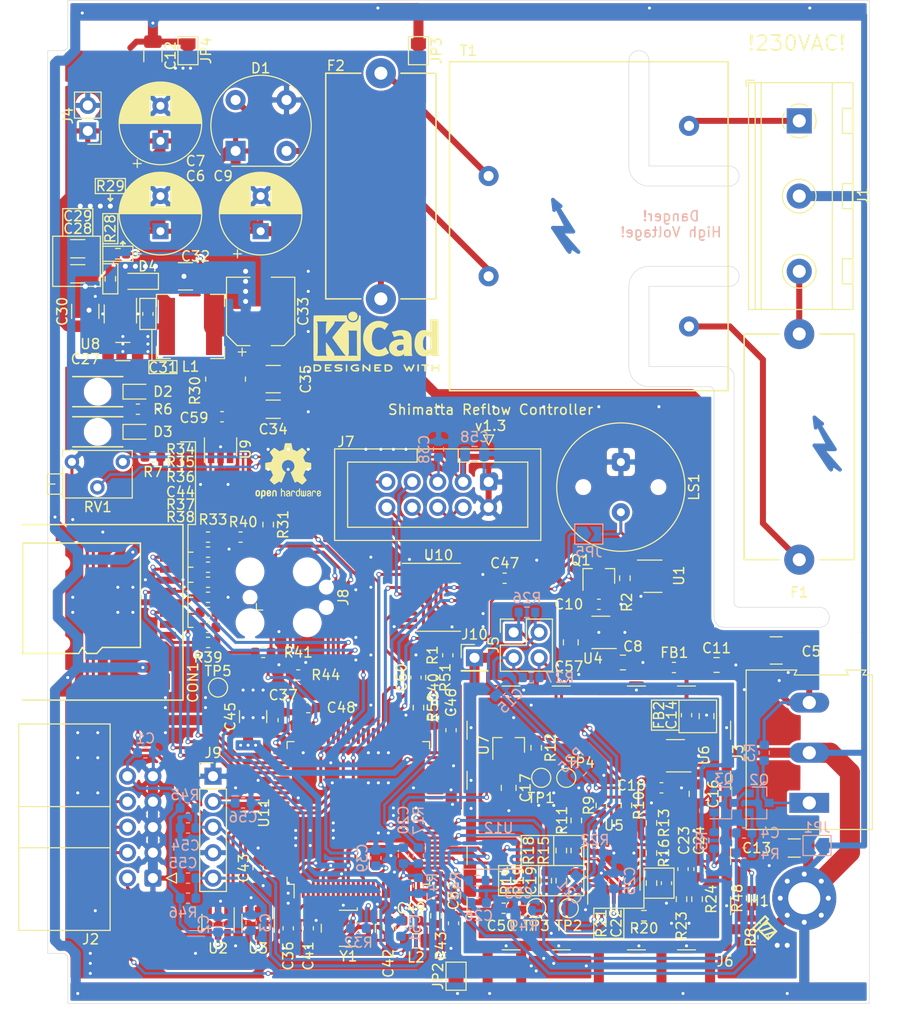
<source format=kicad_pcb>
(kicad_pcb (version 20171130) (host pcbnew 5.1.8)

  (general
    (thickness 1.6)
    (drawings 138)
    (tracks 1900)
    (zones 0)
    (modules 171)
    (nets 152)
  )

  (page A4)
  (layers
    (0 F.Cu signal)
    (31 B.Cu signal)
    (32 B.Adhes user)
    (33 F.Adhes user)
    (34 B.Paste user)
    (35 F.Paste user)
    (36 B.SilkS user)
    (37 F.SilkS user)
    (38 B.Mask user)
    (39 F.Mask user)
    (40 Dwgs.User user)
    (41 Cmts.User user)
    (42 Eco1.User user)
    (43 Eco2.User user)
    (44 Edge.Cuts user)
    (45 Margin user)
    (46 B.CrtYd user)
    (47 F.CrtYd user)
    (48 B.Fab user hide)
    (49 F.Fab user hide)
  )

  (setup
    (last_trace_width 0.25)
    (user_trace_width 0.3)
    (user_trace_width 0.4)
    (user_trace_width 0.6)
    (user_trace_width 1)
    (user_trace_width 2)
    (trace_clearance 0.2)
    (zone_clearance 0.25)
    (zone_45_only no)
    (trace_min 0.21)
    (via_size 0.5)
    (via_drill 0.3)
    (via_min_size 0.4)
    (via_min_drill 0.3)
    (user_via 0.9 0.5)
    (uvia_size 0.3)
    (uvia_drill 0.1)
    (uvias_allowed no)
    (uvia_min_size 0.2)
    (uvia_min_drill 0.1)
    (edge_width 0.05)
    (segment_width 0.2)
    (pcb_text_width 0.3)
    (pcb_text_size 1.5 1.5)
    (mod_edge_width 0.12)
    (mod_text_size 1 1)
    (mod_text_width 0.15)
    (pad_size 1.15 1.8)
    (pad_drill 0)
    (pad_to_mask_clearance 0.051)
    (solder_mask_min_width 0.25)
    (aux_axis_origin 13 13)
    (grid_origin 13 13)
    (visible_elements FFFFFF7F)
    (pcbplotparams
      (layerselection 0x010fc_ffffffff)
      (usegerberextensions true)
      (usegerberattributes false)
      (usegerberadvancedattributes false)
      (creategerberjobfile true)
      (excludeedgelayer true)
      (linewidth 0.100000)
      (plotframeref false)
      (viasonmask false)
      (mode 1)
      (useauxorigin false)
      (hpglpennumber 1)
      (hpglpenspeed 20)
      (hpglpendiameter 15.000000)
      (psnegative false)
      (psa4output false)
      (plotreference true)
      (plotvalue true)
      (plotinvisibletext false)
      (padsonsilk false)
      (subtractmaskfromsilk false)
      (outputformat 1)
      (mirror false)
      (drillshape 0)
      (scaleselection 1)
      (outputdirectory "gerber/"))
  )

  (net 0 "")
  (net 1 Earth)
  (net 2 GND)
  (net 3 +8V)
  (net 4 +3V3)
  (net 5 +5V)
  (net 6 /Controller/ENC1)
  (net 7 /Controller/ENC2)
  (net 8 /Controller/VREF)
  (net 9 /Controller/SW1)
  (net 10 /Frontend/FORCE+)
  (net 11 /Frontend/FORCE-)
  (net 12 /Frontend/SENS+)
  (net 13 /Frontend/SENS-)
  (net 14 /Controller/SDIO_D1)
  (net 15 /Controller/SDIO_D0)
  (net 16 /Controller/SDIO_CLK)
  (net 17 /Controller/SDIO_CMD)
  (net 18 /Controller/SDIO_D3)
  (net 19 /Controller/SDIO_D2)
  (net 20 /Controller/TEMP_IN)
  (net 21 /L_Trafo)
  (net 22 /L_IN)
  (net 23 /N_IN)
  (net 24 /DIGIO3)
  (net 25 /DIGIO2)
  (net 26 /DIGIO1)
  (net 27 /DIGIO0)
  (net 28 /Controller/SWDIO)
  (net 29 /Controller/SWCLK)
  (net 30 /Controller/PC_RX)
  (net 31 /Controller/PC_TX)
  (net 32 /Controller/~RST)
  (net 33 /Controller/LCD_VO)
  (net 34 /Controller/LCD_RS)
  (net 35 /Controller/LCD_EN)
  (net 36 /Controller/LCD_D3)
  (net 37 /Controller/LCD_D0)
  (net 38 /Controller/LCD_D2)
  (net 39 /Controller/LCD_D1)
  (net 40 /OUT0)
  (net 41 /OUT3)
  (net 42 /OUT2)
  (net 43 /OUT1)
  (net 44 /Controller/VDDA)
  (net 45 +5VL)
  (net 46 /Controller/CARD_DETECT)
  (net 47 +3.3VA)
  (net 48 /Frontend/VREF_OP)
  (net 49 /DIGIO0_PROT)
  (net 50 /DIGIO1_PROT)
  (net 51 /DIGIO2_PROT)
  (net 52 /DIGIO3_PROT)
  (net 53 "Net-(C4-Pad2)")
  (net 54 "Net-(C14-Pad1)")
  (net 55 "Net-(C19-Pad1)")
  (net 56 "Net-(C22-Pad2)")
  (net 57 "Net-(C22-Pad1)")
  (net 58 "Net-(C23-Pad1)")
  (net 59 "Net-(C31-Pad1)")
  (net 60 "Net-(C34-Pad1)")
  (net 61 "Net-(C42-Pad1)")
  (net 62 "Net-(D1-Pad4)")
  (net 63 "Net-(D1-Pad2)")
  (net 64 "Net-(D2-Pad1)")
  (net 65 "Net-(D3-Pad1)")
  (net 66 "Net-(F2-Pad2)")
  (net 67 "Net-(J3-Pad1)")
  (net 68 "Net-(J8-Pad5)")
  (net 69 "Net-(J8-Pad6)")
  (net 70 "Net-(J8-Pad8)")
  (net 71 "Net-(Q2-Pad2)")
  (net 72 "Net-(Q3-Pad1)")
  (net 73 /Controller/SSR_SAFETY_ENABLE)
  (net 74 "Net-(R10-Pad2)")
  (net 75 "Net-(R10-Pad1)")
  (net 76 /Controller/E_~CS)
  (net 77 "Net-(U9-Pad3)")
  (net 78 /Controller/E_SCK)
  (net 79 /Controller/E_MISO)
  (net 80 /Controller/E_MOSI)
  (net 81 "Net-(Q1-Pad3)")
  (net 82 "Net-(U11-Pad1)")
  (net 83 "/Digital Power Supply/DCDC_SW")
  (net 84 /Controller/EXT_WTCHDG_TOGGL)
  (net 85 "Net-(C41-Pad1)")
  (net 86 "Net-(C46-Pad1)")
  (net 87 "Net-(C48-Pad1)")
  (net 88 "Net-(C52-Pad2)")
  (net 89 "Net-(R11-Pad2)")
  (net 90 "Net-(R11-Pad1)")
  (net 91 "Net-(R13-Pad2)")
  (net 92 "Net-(R15-Pad1)")
  (net 93 "Net-(R20-Pad1)")
  (net 94 "Net-(R28-Pad1)")
  (net 95 "Net-(R31-Pad2)")
  (net 96 "Net-(U1-Pad1)")
  (net 97 "Net-(U6-Pad4)")
  (net 98 "Net-(U10-Pad17)")
  (net 99 "Net-(U10-Pad15)")
  (net 100 "Net-(U10-Pad9)")
  (net 101 "Net-(U10-Pad8)")
  (net 102 "Net-(U10-Pad7)")
  (net 103 "Net-(U10-Pad6)")
  (net 104 "Net-(U10-Pad4)")
  (net 105 "Net-(U10-Pad2)")
  (net 106 "Net-(U11-Pad2)")
  (net 107 "Net-(U11-Pad3)")
  (net 108 "Net-(U11-Pad4)")
  (net 109 "Net-(U11-Pad5)")
  (net 110 "Net-(U11-Pad7)")
  (net 111 "Net-(U11-Pad8)")
  (net 112 "Net-(U11-Pad9)")
  (net 113 "Net-(U11-Pad15)")
  (net 114 "Net-(U11-Pad16)")
  (net 115 "Net-(U11-Pad17)")
  (net 116 "Net-(U11-Pad18)")
  (net 117 "Net-(U11-Pad33)")
  (net 118 "Net-(U11-Pad38)")
  (net 119 "Net-(U11-Pad40)")
  (net 120 "Net-(U11-Pad41)")
  (net 121 "Net-(U11-Pad42)")
  (net 122 "Net-(U11-Pad43)")
  (net 123 "Net-(U11-Pad44)")
  (net 124 "Net-(U11-Pad45)")
  (net 125 "Net-(U11-Pad46)")
  (net 126 "Net-(U11-Pad47)")
  (net 127 "Net-(U11-Pad48)")
  (net 128 "Net-(U11-Pad51)")
  (net 129 "Net-(U11-Pad52)")
  (net 130 "Net-(U11-Pad53)")
  (net 131 "Net-(U11-Pad54)")
  (net 132 "Net-(U11-Pad60)")
  (net 133 "Net-(U11-Pad61)")
  (net 134 "Net-(U11-Pad62)")
  (net 135 "Net-(U11-Pad63)")
  (net 136 "Net-(U11-Pad64)")
  (net 137 "Net-(U11-Pad70)")
  (net 138 "Net-(U11-Pad71)")
  (net 139 "Net-(U11-Pad77)")
  (net 140 "Net-(U11-Pad81)")
  (net 141 "Net-(U11-Pad82)")
  (net 142 "Net-(U11-Pad84)")
  (net 143 "Net-(U11-Pad86)")
  (net 144 "Net-(U11-Pad95)")
  (net 145 "Net-(U11-Pad96)")
  (net 146 "Net-(U11-Pad97)")
  (net 147 "Net-(U11-Pad98)")
  (net 148 "Net-(C10-Pad2)")
  (net 149 "Net-(JP5-Pad2)")
  (net 150 "Net-(JP5-Pad1)")
  (net 151 "Net-(C60-Pad1)")

  (net_class Default "This is the default net class."
    (clearance 0.2)
    (trace_width 0.25)
    (via_dia 0.5)
    (via_drill 0.3)
    (uvia_dia 0.3)
    (uvia_drill 0.1)
    (diff_pair_width 0.3)
    (diff_pair_gap 0.25)
    (add_net +3.3VA)
    (add_net +3V3)
    (add_net +5V)
    (add_net +5VL)
    (add_net +8V)
    (add_net /Controller/CARD_DETECT)
    (add_net /Controller/ENC1)
    (add_net /Controller/ENC2)
    (add_net /Controller/EXT_WTCHDG_TOGGL)
    (add_net /Controller/E_MISO)
    (add_net /Controller/E_MOSI)
    (add_net /Controller/E_SCK)
    (add_net /Controller/E_~CS)
    (add_net /Controller/LCD_D0)
    (add_net /Controller/LCD_D1)
    (add_net /Controller/LCD_D2)
    (add_net /Controller/LCD_D3)
    (add_net /Controller/LCD_EN)
    (add_net /Controller/LCD_RS)
    (add_net /Controller/LCD_VO)
    (add_net /Controller/PC_RX)
    (add_net /Controller/PC_TX)
    (add_net /Controller/SDIO_CLK)
    (add_net /Controller/SDIO_CMD)
    (add_net /Controller/SDIO_D0)
    (add_net /Controller/SDIO_D1)
    (add_net /Controller/SDIO_D2)
    (add_net /Controller/SDIO_D3)
    (add_net /Controller/SSR_SAFETY_ENABLE)
    (add_net /Controller/SW1)
    (add_net /Controller/SWCLK)
    (add_net /Controller/SWDIO)
    (add_net /Controller/TEMP_IN)
    (add_net /Controller/VDDA)
    (add_net /Controller/VREF)
    (add_net /Controller/~RST)
    (add_net /DIGIO0)
    (add_net /DIGIO0_PROT)
    (add_net /DIGIO1)
    (add_net /DIGIO1_PROT)
    (add_net /DIGIO2)
    (add_net /DIGIO2_PROT)
    (add_net /DIGIO3)
    (add_net /DIGIO3_PROT)
    (add_net "/Digital Power Supply/DCDC_SW")
    (add_net /Frontend/FORCE+)
    (add_net /Frontend/FORCE-)
    (add_net /Frontend/SENS+)
    (add_net /Frontend/SENS-)
    (add_net /Frontend/VREF_OP)
    (add_net /OUT0)
    (add_net /OUT1)
    (add_net /OUT2)
    (add_net /OUT3)
    (add_net Earth)
    (add_net GND)
    (add_net "Net-(C10-Pad2)")
    (add_net "Net-(C14-Pad1)")
    (add_net "Net-(C19-Pad1)")
    (add_net "Net-(C22-Pad1)")
    (add_net "Net-(C22-Pad2)")
    (add_net "Net-(C23-Pad1)")
    (add_net "Net-(C31-Pad1)")
    (add_net "Net-(C34-Pad1)")
    (add_net "Net-(C4-Pad2)")
    (add_net "Net-(C41-Pad1)")
    (add_net "Net-(C42-Pad1)")
    (add_net "Net-(C46-Pad1)")
    (add_net "Net-(C48-Pad1)")
    (add_net "Net-(C52-Pad2)")
    (add_net "Net-(C60-Pad1)")
    (add_net "Net-(D1-Pad2)")
    (add_net "Net-(D1-Pad4)")
    (add_net "Net-(D2-Pad1)")
    (add_net "Net-(D3-Pad1)")
    (add_net "Net-(F2-Pad2)")
    (add_net "Net-(J3-Pad1)")
    (add_net "Net-(J8-Pad5)")
    (add_net "Net-(J8-Pad6)")
    (add_net "Net-(J8-Pad8)")
    (add_net "Net-(JP5-Pad1)")
    (add_net "Net-(JP5-Pad2)")
    (add_net "Net-(Q1-Pad3)")
    (add_net "Net-(Q2-Pad2)")
    (add_net "Net-(Q3-Pad1)")
    (add_net "Net-(R10-Pad1)")
    (add_net "Net-(R10-Pad2)")
    (add_net "Net-(R11-Pad1)")
    (add_net "Net-(R11-Pad2)")
    (add_net "Net-(R13-Pad2)")
    (add_net "Net-(R15-Pad1)")
    (add_net "Net-(R20-Pad1)")
    (add_net "Net-(R28-Pad1)")
    (add_net "Net-(R31-Pad2)")
    (add_net "Net-(U1-Pad1)")
    (add_net "Net-(U10-Pad15)")
    (add_net "Net-(U10-Pad17)")
    (add_net "Net-(U10-Pad2)")
    (add_net "Net-(U10-Pad4)")
    (add_net "Net-(U10-Pad6)")
    (add_net "Net-(U10-Pad7)")
    (add_net "Net-(U10-Pad8)")
    (add_net "Net-(U10-Pad9)")
    (add_net "Net-(U11-Pad1)")
    (add_net "Net-(U11-Pad15)")
    (add_net "Net-(U11-Pad16)")
    (add_net "Net-(U11-Pad17)")
    (add_net "Net-(U11-Pad18)")
    (add_net "Net-(U11-Pad2)")
    (add_net "Net-(U11-Pad3)")
    (add_net "Net-(U11-Pad33)")
    (add_net "Net-(U11-Pad38)")
    (add_net "Net-(U11-Pad4)")
    (add_net "Net-(U11-Pad40)")
    (add_net "Net-(U11-Pad41)")
    (add_net "Net-(U11-Pad42)")
    (add_net "Net-(U11-Pad43)")
    (add_net "Net-(U11-Pad44)")
    (add_net "Net-(U11-Pad45)")
    (add_net "Net-(U11-Pad46)")
    (add_net "Net-(U11-Pad47)")
    (add_net "Net-(U11-Pad48)")
    (add_net "Net-(U11-Pad5)")
    (add_net "Net-(U11-Pad51)")
    (add_net "Net-(U11-Pad52)")
    (add_net "Net-(U11-Pad53)")
    (add_net "Net-(U11-Pad54)")
    (add_net "Net-(U11-Pad60)")
    (add_net "Net-(U11-Pad61)")
    (add_net "Net-(U11-Pad62)")
    (add_net "Net-(U11-Pad63)")
    (add_net "Net-(U11-Pad64)")
    (add_net "Net-(U11-Pad7)")
    (add_net "Net-(U11-Pad70)")
    (add_net "Net-(U11-Pad71)")
    (add_net "Net-(U11-Pad77)")
    (add_net "Net-(U11-Pad8)")
    (add_net "Net-(U11-Pad81)")
    (add_net "Net-(U11-Pad82)")
    (add_net "Net-(U11-Pad84)")
    (add_net "Net-(U11-Pad86)")
    (add_net "Net-(U11-Pad9)")
    (add_net "Net-(U11-Pad95)")
    (add_net "Net-(U11-Pad96)")
    (add_net "Net-(U11-Pad97)")
    (add_net "Net-(U11-Pad98)")
    (add_net "Net-(U6-Pad4)")
    (add_net "Net-(U9-Pad3)")
  )

  (net_class HV ""
    (clearance 2.55)
    (trace_width 1)
    (via_dia 0.5)
    (via_drill 0.3)
    (uvia_dia 0.3)
    (uvia_drill 0.1)
    (diff_pair_width 0.21)
    (diff_pair_gap 0.25)
    (add_net /L_IN)
    (add_net /L_Trafo)
    (add_net /N_IN)
  )

  (module Resistor_SMD:R_0603_1608Metric (layer F.Cu) (tedit 5F68FEEE) (tstamp 5FCDB62B)
    (at 54.25 80.5 270)
    (descr "Resistor SMD 0603 (1608 Metric), square (rectangular) end terminal, IPC_7351 nominal, (Body size source: IPC-SM-782 page 72, https://www.pcb-3d.com/wordpress/wp-content/uploads/ipc-sm-782a_amendment_1_and_2.pdf), generated with kicad-footprint-generator")
    (tags resistor)
    (path /5D77EC9D/5FD62ABC)
    (attr smd)
    (fp_text reference R51 (at 0 -1.43 90) (layer F.SilkS)
      (effects (font (size 1 1) (thickness 0.15)))
    )
    (fp_text value 10k (at 0 1.43 90) (layer F.Fab)
      (effects (font (size 1 1) (thickness 0.15)))
    )
    (fp_text user %R (at 0 0 90) (layer F.Fab)
      (effects (font (size 0.4 0.4) (thickness 0.06)))
    )
    (fp_line (start -0.8 0.4125) (end -0.8 -0.4125) (layer F.Fab) (width 0.1))
    (fp_line (start -0.8 -0.4125) (end 0.8 -0.4125) (layer F.Fab) (width 0.1))
    (fp_line (start 0.8 -0.4125) (end 0.8 0.4125) (layer F.Fab) (width 0.1))
    (fp_line (start 0.8 0.4125) (end -0.8 0.4125) (layer F.Fab) (width 0.1))
    (fp_line (start -0.237258 -0.5225) (end 0.237258 -0.5225) (layer F.SilkS) (width 0.12))
    (fp_line (start -0.237258 0.5225) (end 0.237258 0.5225) (layer F.SilkS) (width 0.12))
    (fp_line (start -1.48 0.73) (end -1.48 -0.73) (layer F.CrtYd) (width 0.05))
    (fp_line (start -1.48 -0.73) (end 1.48 -0.73) (layer F.CrtYd) (width 0.05))
    (fp_line (start 1.48 -0.73) (end 1.48 0.73) (layer F.CrtYd) (width 0.05))
    (fp_line (start 1.48 0.73) (end -1.48 0.73) (layer F.CrtYd) (width 0.05))
    (pad 2 smd roundrect (at 0.825 0 270) (size 0.8 0.95) (layers F.Cu F.Paste F.Mask) (roundrect_rratio 0.25)
      (net 151 "Net-(C60-Pad1)"))
    (pad 1 smd roundrect (at -0.825 0 270) (size 0.8 0.95) (layers F.Cu F.Paste F.Mask) (roundrect_rratio 0.25)
      (net 2 GND))
    (model ${KISYS3DMOD}/Resistor_SMD.3dshapes/R_0603_1608Metric.wrl
      (at (xyz 0 0 0))
      (scale (xyz 1 1 1))
      (rotate (xyz 0 0 0))
    )
  )

  (module Resistor_SMD:R_0603_1608Metric (layer F.Cu) (tedit 5F68FEEE) (tstamp 5FCDB61A)
    (at 53 83.5 270)
    (descr "Resistor SMD 0603 (1608 Metric), square (rectangular) end terminal, IPC_7351 nominal, (Body size source: IPC-SM-782 page 72, https://www.pcb-3d.com/wordpress/wp-content/uploads/ipc-sm-782a_amendment_1_and_2.pdf), generated with kicad-footprint-generator")
    (tags resistor)
    (path /5D77EC9D/5FD5CEDB)
    (attr smd)
    (fp_text reference R50 (at 0 -1.43 90) (layer F.SilkS)
      (effects (font (size 1 1) (thickness 0.15)))
    )
    (fp_text value 10k (at 0 1.43 90) (layer F.Fab)
      (effects (font (size 1 1) (thickness 0.15)))
    )
    (fp_text user %R (at 0 0 90) (layer F.Fab)
      (effects (font (size 0.4 0.4) (thickness 0.06)))
    )
    (fp_line (start -0.8 0.4125) (end -0.8 -0.4125) (layer F.Fab) (width 0.1))
    (fp_line (start -0.8 -0.4125) (end 0.8 -0.4125) (layer F.Fab) (width 0.1))
    (fp_line (start 0.8 -0.4125) (end 0.8 0.4125) (layer F.Fab) (width 0.1))
    (fp_line (start 0.8 0.4125) (end -0.8 0.4125) (layer F.Fab) (width 0.1))
    (fp_line (start -0.237258 -0.5225) (end 0.237258 -0.5225) (layer F.SilkS) (width 0.12))
    (fp_line (start -0.237258 0.5225) (end 0.237258 0.5225) (layer F.SilkS) (width 0.12))
    (fp_line (start -1.48 0.73) (end -1.48 -0.73) (layer F.CrtYd) (width 0.05))
    (fp_line (start -1.48 -0.73) (end 1.48 -0.73) (layer F.CrtYd) (width 0.05))
    (fp_line (start 1.48 -0.73) (end 1.48 0.73) (layer F.CrtYd) (width 0.05))
    (fp_line (start 1.48 0.73) (end -1.48 0.73) (layer F.CrtYd) (width 0.05))
    (pad 2 smd roundrect (at 0.825 0 270) (size 0.8 0.95) (layers F.Cu F.Paste F.Mask) (roundrect_rratio 0.25)
      (net 4 +3V3))
    (pad 1 smd roundrect (at -0.825 0 270) (size 0.8 0.95) (layers F.Cu F.Paste F.Mask) (roundrect_rratio 0.25)
      (net 151 "Net-(C60-Pad1)"))
    (model ${KISYS3DMOD}/Resistor_SMD.3dshapes/R_0603_1608Metric.wrl
      (at (xyz 0 0 0))
      (scale (xyz 1 1 1))
      (rotate (xyz 0 0 0))
    )
  )

  (module Capacitor_SMD:C_0603_1608Metric (layer F.Cu) (tedit 5F68FEEE) (tstamp 5FCDA8B7)
    (at 52.75 80.5 90)
    (descr "Capacitor SMD 0603 (1608 Metric), square (rectangular) end terminal, IPC_7351 nominal, (Body size source: IPC-SM-782 page 76, https://www.pcb-3d.com/wordpress/wp-content/uploads/ipc-sm-782a_amendment_1_and_2.pdf), generated with kicad-footprint-generator")
    (tags capacitor)
    (path /5D77EC9D/5FE39FAF)
    (attr smd)
    (fp_text reference C60 (at 0 -1.43 90) (layer F.SilkS)
      (effects (font (size 1 1) (thickness 0.15)))
    )
    (fp_text value 100n (at 0 1.43 90) (layer F.Fab)
      (effects (font (size 1 1) (thickness 0.15)))
    )
    (fp_text user %R (at 0 0 90) (layer F.Fab)
      (effects (font (size 0.4 0.4) (thickness 0.06)))
    )
    (fp_line (start -0.8 0.4) (end -0.8 -0.4) (layer F.Fab) (width 0.1))
    (fp_line (start -0.8 -0.4) (end 0.8 -0.4) (layer F.Fab) (width 0.1))
    (fp_line (start 0.8 -0.4) (end 0.8 0.4) (layer F.Fab) (width 0.1))
    (fp_line (start 0.8 0.4) (end -0.8 0.4) (layer F.Fab) (width 0.1))
    (fp_line (start -0.14058 -0.51) (end 0.14058 -0.51) (layer F.SilkS) (width 0.12))
    (fp_line (start -0.14058 0.51) (end 0.14058 0.51) (layer F.SilkS) (width 0.12))
    (fp_line (start -1.48 0.73) (end -1.48 -0.73) (layer F.CrtYd) (width 0.05))
    (fp_line (start -1.48 -0.73) (end 1.48 -0.73) (layer F.CrtYd) (width 0.05))
    (fp_line (start 1.48 -0.73) (end 1.48 0.73) (layer F.CrtYd) (width 0.05))
    (fp_line (start 1.48 0.73) (end -1.48 0.73) (layer F.CrtYd) (width 0.05))
    (pad 2 smd roundrect (at 0.775 0 90) (size 0.9 0.95) (layers F.Cu F.Paste F.Mask) (roundrect_rratio 0.25)
      (net 2 GND))
    (pad 1 smd roundrect (at -0.775 0 90) (size 0.9 0.95) (layers F.Cu F.Paste F.Mask) (roundrect_rratio 0.25)
      (net 151 "Net-(C60-Pad1)"))
    (model ${KISYS3DMOD}/Capacitor_SMD.3dshapes/C_0603_1608Metric.wrl
      (at (xyz 0 0 0))
      (scale (xyz 1 1 1))
      (rotate (xyz 0 0 0))
    )
  )

  (module Jumper:SolderJumper-2_P1.3mm_Open_TrianglePad1.0x1.5mm (layer B.Cu) (tedit 5A64794F) (tstamp 5FCF9810)
    (at 70 66.2)
    (descr "SMD Solder Jumper, 1x1.5mm Triangular Pads, 0.3mm gap, open")
    (tags "solder jumper open")
    (path /600F11A8)
    (attr virtual)
    (fp_text reference JP5 (at 0 1.8) (layer B.SilkS)
      (effects (font (size 1 1) (thickness 0.15)) (justify mirror))
    )
    (fp_text value DNP (at 0 -1.9) (layer B.Fab)
      (effects (font (size 1 1) (thickness 0.15)) (justify mirror))
    )
    (fp_line (start -1.4 -1) (end -1.4 1) (layer B.SilkS) (width 0.12))
    (fp_line (start 1.4 -1) (end -1.4 -1) (layer B.SilkS) (width 0.12))
    (fp_line (start 1.4 1) (end 1.4 -1) (layer B.SilkS) (width 0.12))
    (fp_line (start -1.4 1) (end 1.4 1) (layer B.SilkS) (width 0.12))
    (fp_line (start -1.65 1.25) (end 1.65 1.25) (layer B.CrtYd) (width 0.05))
    (fp_line (start -1.65 1.25) (end -1.65 -1.25) (layer B.CrtYd) (width 0.05))
    (fp_line (start 1.65 -1.25) (end 1.65 1.25) (layer B.CrtYd) (width 0.05))
    (fp_line (start 1.65 -1.25) (end -1.65 -1.25) (layer B.CrtYd) (width 0.05))
    (pad 1 smd custom (at -0.725 0) (size 0.3 0.3) (layers B.Cu B.Mask)
      (net 150 "Net-(JP5-Pad1)") (zone_connect 2)
      (options (clearance outline) (anchor rect))
      (primitives
        (gr_poly (pts
           (xy -0.5 0.75) (xy 0.5 0.75) (xy 1 0) (xy 0.5 -0.75) (xy -0.5 -0.75)
) (width 0))
      ))
    (pad 2 smd custom (at 0.725 0) (size 0.3 0.3) (layers B.Cu B.Mask)
      (net 149 "Net-(JP5-Pad2)") (zone_connect 2)
      (options (clearance outline) (anchor rect))
      (primitives
        (gr_poly (pts
           (xy -0.65 0.75) (xy 0.5 0.75) (xy 0.5 -0.75) (xy -0.65 -0.75) (xy -0.15 0)
) (width 0))
      ))
  )

  (module Capacitor_SMD:C_0603_1608Metric (layer F.Cu) (tedit 5F68FEEE) (tstamp 5FCF2BEC)
    (at 33.4 54.5)
    (descr "Capacitor SMD 0603 (1608 Metric), square (rectangular) end terminal, IPC_7351 nominal, (Body size source: IPC-SM-782 page 76, https://www.pcb-3d.com/wordpress/wp-content/uploads/ipc-sm-782a_amendment_1_and_2.pdf), generated with kicad-footprint-generator")
    (tags capacitor)
    (path /5D77EC9D/5FFAEEF2)
    (attr smd)
    (fp_text reference C59 (at -2.8 0.1) (layer F.SilkS)
      (effects (font (size 1 1) (thickness 0.15)))
    )
    (fp_text value 100n (at 0 1.43) (layer F.Fab)
      (effects (font (size 1 1) (thickness 0.15)))
    )
    (fp_line (start -0.8 0.4) (end -0.8 -0.4) (layer F.Fab) (width 0.1))
    (fp_line (start -0.8 -0.4) (end 0.8 -0.4) (layer F.Fab) (width 0.1))
    (fp_line (start 0.8 -0.4) (end 0.8 0.4) (layer F.Fab) (width 0.1))
    (fp_line (start 0.8 0.4) (end -0.8 0.4) (layer F.Fab) (width 0.1))
    (fp_line (start -0.14058 -0.51) (end 0.14058 -0.51) (layer F.SilkS) (width 0.12))
    (fp_line (start -0.14058 0.51) (end 0.14058 0.51) (layer F.SilkS) (width 0.12))
    (fp_line (start -1.48 0.73) (end -1.48 -0.73) (layer F.CrtYd) (width 0.05))
    (fp_line (start -1.48 -0.73) (end 1.48 -0.73) (layer F.CrtYd) (width 0.05))
    (fp_line (start 1.48 -0.73) (end 1.48 0.73) (layer F.CrtYd) (width 0.05))
    (fp_line (start 1.48 0.73) (end -1.48 0.73) (layer F.CrtYd) (width 0.05))
    (fp_text user %R (at 0 0) (layer F.Fab)
      (effects (font (size 0.4 0.4) (thickness 0.06)))
    )
    (pad 2 smd roundrect (at 0.775 0) (size 0.9 0.95) (layers F.Cu F.Paste F.Mask) (roundrect_rratio 0.25)
      (net 2 GND))
    (pad 1 smd roundrect (at -0.775 0) (size 0.9 0.95) (layers F.Cu F.Paste F.Mask) (roundrect_rratio 0.25)
      (net 4 +3V3))
    (model ${KISYS3DMOD}/Capacitor_SMD.3dshapes/C_0603_1608Metric.wrl
      (at (xyz 0 0 0))
      (scale (xyz 1 1 1))
      (rotate (xyz 0 0 0))
    )
  )

  (module Capacitor_SMD:C_0805_2012Metric (layer B.Cu) (tedit 5F68FEEE) (tstamp 5FCEA5B5)
    (at 58.6 58.2 180)
    (descr "Capacitor SMD 0805 (2012 Metric), square (rectangular) end terminal, IPC_7351 nominal, (Body size source: IPC-SM-782 page 76, https://www.pcb-3d.com/wordpress/wp-content/uploads/ipc-sm-782a_amendment_1_and_2.pdf, https://docs.google.com/spreadsheets/d/1BsfQQcO9C6DZCsRaXUlFlo91Tg2WpOkGARC1WS5S8t0/edit?usp=sharing), generated with kicad-footprint-generator")
    (tags capacitor)
    (path /5D77EC9D/5FEFE3CF)
    (attr smd)
    (fp_text reference C58 (at 0 1.68) (layer B.SilkS)
      (effects (font (size 1 1) (thickness 0.15)) (justify mirror))
    )
    (fp_text value 1u (at 0 -1.68) (layer B.Fab)
      (effects (font (size 1 1) (thickness 0.15)) (justify mirror))
    )
    (fp_line (start -1 -0.625) (end -1 0.625) (layer B.Fab) (width 0.1))
    (fp_line (start -1 0.625) (end 1 0.625) (layer B.Fab) (width 0.1))
    (fp_line (start 1 0.625) (end 1 -0.625) (layer B.Fab) (width 0.1))
    (fp_line (start 1 -0.625) (end -1 -0.625) (layer B.Fab) (width 0.1))
    (fp_line (start -0.261252 0.735) (end 0.261252 0.735) (layer B.SilkS) (width 0.12))
    (fp_line (start -0.261252 -0.735) (end 0.261252 -0.735) (layer B.SilkS) (width 0.12))
    (fp_line (start -1.7 -0.98) (end -1.7 0.98) (layer B.CrtYd) (width 0.05))
    (fp_line (start -1.7 0.98) (end 1.7 0.98) (layer B.CrtYd) (width 0.05))
    (fp_line (start 1.7 0.98) (end 1.7 -0.98) (layer B.CrtYd) (width 0.05))
    (fp_line (start 1.7 -0.98) (end -1.7 -0.98) (layer B.CrtYd) (width 0.05))
    (fp_text user %R (at 0 0) (layer B.Fab)
      (effects (font (size 0.5 0.5) (thickness 0.08)) (justify mirror))
    )
    (pad 2 smd roundrect (at 0.95 0 180) (size 1 1.45) (layers B.Cu B.Paste B.Mask) (roundrect_rratio 0.25)
      (net 45 +5VL))
    (pad 1 smd roundrect (at -0.95 0 180) (size 1 1.45) (layers B.Cu B.Paste B.Mask) (roundrect_rratio 0.25)
      (net 2 GND))
    (model ${KISYS3DMOD}/Capacitor_SMD.3dshapes/C_0805_2012Metric.wrl
      (at (xyz 0 0 0))
      (scale (xyz 1 1 1))
      (rotate (xyz 0 0 0))
    )
  )

  (module Capacitor_SMD:C_0805_2012Metric (layer F.Cu) (tedit 5F68FEEE) (tstamp 5FCE5B90)
    (at 73.4 79)
    (descr "Capacitor SMD 0805 (2012 Metric), square (rectangular) end terminal, IPC_7351 nominal, (Body size source: IPC-SM-782 page 76, https://www.pcb-3d.com/wordpress/wp-content/uploads/ipc-sm-782a_amendment_1_and_2.pdf, https://docs.google.com/spreadsheets/d/1BsfQQcO9C6DZCsRaXUlFlo91Tg2WpOkGARC1WS5S8t0/edit?usp=sharing), generated with kicad-footprint-generator")
    (tags capacitor)
    (path /5D992429)
    (attr smd)
    (fp_text reference C8 (at 1 -1.6) (layer F.SilkS)
      (effects (font (size 1 1) (thickness 0.15)))
    )
    (fp_text value 100n (at 0 1.68) (layer F.Fab)
      (effects (font (size 1 1) (thickness 0.15)))
    )
    (fp_line (start -1 0.625) (end -1 -0.625) (layer F.Fab) (width 0.1))
    (fp_line (start -1 -0.625) (end 1 -0.625) (layer F.Fab) (width 0.1))
    (fp_line (start 1 -0.625) (end 1 0.625) (layer F.Fab) (width 0.1))
    (fp_line (start 1 0.625) (end -1 0.625) (layer F.Fab) (width 0.1))
    (fp_line (start -0.261252 -0.735) (end 0.261252 -0.735) (layer F.SilkS) (width 0.12))
    (fp_line (start -0.261252 0.735) (end 0.261252 0.735) (layer F.SilkS) (width 0.12))
    (fp_line (start -1.7 0.98) (end -1.7 -0.98) (layer F.CrtYd) (width 0.05))
    (fp_line (start -1.7 -0.98) (end 1.7 -0.98) (layer F.CrtYd) (width 0.05))
    (fp_line (start 1.7 -0.98) (end 1.7 0.98) (layer F.CrtYd) (width 0.05))
    (fp_line (start 1.7 0.98) (end -1.7 0.98) (layer F.CrtYd) (width 0.05))
    (fp_text user %R (at 0 0) (layer F.Fab)
      (effects (font (size 0.5 0.5) (thickness 0.08)))
    )
    (pad 2 smd roundrect (at 0.95 0) (size 1 1.45) (layers F.Cu F.Paste F.Mask) (roundrect_rratio 0.25)
      (net 2 GND))
    (pad 1 smd roundrect (at -0.95 0) (size 1 1.45) (layers F.Cu F.Paste F.Mask) (roundrect_rratio 0.25)
      (net 3 +8V))
    (model ${KISYS3DMOD}/Capacitor_SMD.3dshapes/C_0805_2012Metric.wrl
      (at (xyz 0 0 0))
      (scale (xyz 1 1 1))
      (rotate (xyz 0 0 0))
    )
  )

  (module Package_TO_SOT_SMD:SOT-23-5 (layer F.Cu) (tedit 5A02FF57) (tstamp 5FCDC79F)
    (at 71.2 76 180)
    (descr "5-pin SOT23 package")
    (tags SOT-23-5)
    (path /5FD96B77)
    (attr smd)
    (fp_text reference U4 (at 0.8 -2.6) (layer F.SilkS)
      (effects (font (size 1 1) (thickness 0.15)))
    )
    (fp_text value LP2985-5.0 (at 0 2.9) (layer F.Fab)
      (effects (font (size 1 1) (thickness 0.15)))
    )
    (fp_line (start -0.9 1.61) (end 0.9 1.61) (layer F.SilkS) (width 0.12))
    (fp_line (start 0.9 -1.61) (end -1.55 -1.61) (layer F.SilkS) (width 0.12))
    (fp_line (start -1.9 -1.8) (end 1.9 -1.8) (layer F.CrtYd) (width 0.05))
    (fp_line (start 1.9 -1.8) (end 1.9 1.8) (layer F.CrtYd) (width 0.05))
    (fp_line (start 1.9 1.8) (end -1.9 1.8) (layer F.CrtYd) (width 0.05))
    (fp_line (start -1.9 1.8) (end -1.9 -1.8) (layer F.CrtYd) (width 0.05))
    (fp_line (start -0.9 -0.9) (end -0.25 -1.55) (layer F.Fab) (width 0.1))
    (fp_line (start 0.9 -1.55) (end -0.25 -1.55) (layer F.Fab) (width 0.1))
    (fp_line (start -0.9 -0.9) (end -0.9 1.55) (layer F.Fab) (width 0.1))
    (fp_line (start 0.9 1.55) (end -0.9 1.55) (layer F.Fab) (width 0.1))
    (fp_line (start 0.9 -1.55) (end 0.9 1.55) (layer F.Fab) (width 0.1))
    (fp_text user %R (at 0 0 90) (layer F.Fab)
      (effects (font (size 0.5 0.5) (thickness 0.075)))
    )
    (pad 5 smd rect (at 1.1 -0.95 180) (size 1.06 0.65) (layers F.Cu F.Paste F.Mask)
      (net 45 +5VL))
    (pad 4 smd rect (at 1.1 0.95 180) (size 1.06 0.65) (layers F.Cu F.Paste F.Mask)
      (net 148 "Net-(C10-Pad2)"))
    (pad 3 smd rect (at -1.1 0.95 180) (size 1.06 0.65) (layers F.Cu F.Paste F.Mask)
      (net 3 +8V))
    (pad 2 smd rect (at -1.1 0 180) (size 1.06 0.65) (layers F.Cu F.Paste F.Mask)
      (net 2 GND))
    (pad 1 smd rect (at -1.1 -0.95 180) (size 1.06 0.65) (layers F.Cu F.Paste F.Mask)
      (net 3 +8V))
    (model ${KISYS3DMOD}/Package_TO_SOT_SMD.3dshapes/SOT-23-5.wrl
      (at (xyz 0 0 0))
      (scale (xyz 1 1 1))
      (rotate (xyz 0 0 0))
    )
  )

  (module Capacitor_SMD:C_0805_2012Metric (layer F.Cu) (tedit 5F68FEEE) (tstamp 5FCDB92C)
    (at 68.2 77 270)
    (descr "Capacitor SMD 0805 (2012 Metric), square (rectangular) end terminal, IPC_7351 nominal, (Body size source: IPC-SM-782 page 76, https://www.pcb-3d.com/wordpress/wp-content/uploads/ipc-sm-782a_amendment_1_and_2.pdf, https://docs.google.com/spreadsheets/d/1BsfQQcO9C6DZCsRaXUlFlo91Tg2WpOkGARC1WS5S8t0/edit?usp=sharing), generated with kicad-footprint-generator")
    (tags capacitor)
    (path /5FEA6BEA)
    (attr smd)
    (fp_text reference C57 (at 2.4 0.2 180) (layer F.SilkS)
      (effects (font (size 1 1) (thickness 0.15)))
    )
    (fp_text value 2u2 (at 0 1.68 90) (layer F.Fab)
      (effects (font (size 1 1) (thickness 0.15)))
    )
    (fp_line (start -1 0.625) (end -1 -0.625) (layer F.Fab) (width 0.1))
    (fp_line (start -1 -0.625) (end 1 -0.625) (layer F.Fab) (width 0.1))
    (fp_line (start 1 -0.625) (end 1 0.625) (layer F.Fab) (width 0.1))
    (fp_line (start 1 0.625) (end -1 0.625) (layer F.Fab) (width 0.1))
    (fp_line (start -0.261252 -0.735) (end 0.261252 -0.735) (layer F.SilkS) (width 0.12))
    (fp_line (start -0.261252 0.735) (end 0.261252 0.735) (layer F.SilkS) (width 0.12))
    (fp_line (start -1.7 0.98) (end -1.7 -0.98) (layer F.CrtYd) (width 0.05))
    (fp_line (start -1.7 -0.98) (end 1.7 -0.98) (layer F.CrtYd) (width 0.05))
    (fp_line (start 1.7 -0.98) (end 1.7 0.98) (layer F.CrtYd) (width 0.05))
    (fp_line (start 1.7 0.98) (end -1.7 0.98) (layer F.CrtYd) (width 0.05))
    (fp_text user %R (at 0 0 90) (layer F.Fab)
      (effects (font (size 0.5 0.5) (thickness 0.08)))
    )
    (pad 2 smd roundrect (at 0.95 0 270) (size 1 1.45) (layers F.Cu F.Paste F.Mask) (roundrect_rratio 0.25)
      (net 2 GND))
    (pad 1 smd roundrect (at -0.95 0 270) (size 1 1.45) (layers F.Cu F.Paste F.Mask) (roundrect_rratio 0.25)
      (net 45 +5VL))
    (model ${KISYS3DMOD}/Capacitor_SMD.3dshapes/C_0805_2012Metric.wrl
      (at (xyz 0 0 0))
      (scale (xyz 1 1 1))
      (rotate (xyz 0 0 0))
    )
  )

  (module Capacitor_SMD:C_0603_1608Metric (layer F.Cu) (tedit 5F68FEEE) (tstamp 5FCDB32D)
    (at 71 73.2 180)
    (descr "Capacitor SMD 0603 (1608 Metric), square (rectangular) end terminal, IPC_7351 nominal, (Body size source: IPC-SM-782 page 76, https://www.pcb-3d.com/wordpress/wp-content/uploads/ipc-sm-782a_amendment_1_and_2.pdf), generated with kicad-footprint-generator")
    (tags capacitor)
    (path /5FDDF514)
    (attr smd)
    (fp_text reference C10 (at 3 0) (layer F.SilkS)
      (effects (font (size 1 1) (thickness 0.15)))
    )
    (fp_text value 10n (at 0 1.43) (layer F.Fab)
      (effects (font (size 1 1) (thickness 0.15)))
    )
    (fp_line (start -0.8 0.4) (end -0.8 -0.4) (layer F.Fab) (width 0.1))
    (fp_line (start -0.8 -0.4) (end 0.8 -0.4) (layer F.Fab) (width 0.1))
    (fp_line (start 0.8 -0.4) (end 0.8 0.4) (layer F.Fab) (width 0.1))
    (fp_line (start 0.8 0.4) (end -0.8 0.4) (layer F.Fab) (width 0.1))
    (fp_line (start -0.14058 -0.51) (end 0.14058 -0.51) (layer F.SilkS) (width 0.12))
    (fp_line (start -0.14058 0.51) (end 0.14058 0.51) (layer F.SilkS) (width 0.12))
    (fp_line (start -1.48 0.73) (end -1.48 -0.73) (layer F.CrtYd) (width 0.05))
    (fp_line (start -1.48 -0.73) (end 1.48 -0.73) (layer F.CrtYd) (width 0.05))
    (fp_line (start 1.48 -0.73) (end 1.48 0.73) (layer F.CrtYd) (width 0.05))
    (fp_line (start 1.48 0.73) (end -1.48 0.73) (layer F.CrtYd) (width 0.05))
    (fp_text user %R (at 0 0) (layer F.Fab)
      (effects (font (size 0.4 0.4) (thickness 0.06)))
    )
    (pad 2 smd roundrect (at 0.775 0 180) (size 0.9 0.95) (layers F.Cu F.Paste F.Mask) (roundrect_rratio 0.25)
      (net 148 "Net-(C10-Pad2)"))
    (pad 1 smd roundrect (at -0.775 0 180) (size 0.9 0.95) (layers F.Cu F.Paste F.Mask) (roundrect_rratio 0.25)
      (net 2 GND))
    (model ${KISYS3DMOD}/Capacitor_SMD.3dshapes/C_0603_1608Metric.wrl
      (at (xyz 0 0 0))
      (scale (xyz 1 1 1))
      (rotate (xyz 0 0 0))
    )
  )

  (module Capacitor_SMD:C_1206_3216Metric (layer F.Cu) (tedit 5FCD28CC) (tstamp 5FBDC8F4)
    (at 19 40.25)
    (descr "Capacitor SMD 1206 (3216 Metric), square (rectangular) end terminal, IPC_7351 nominal, (Body size source: IPC-SM-782 page 76, https://www.pcb-3d.com/wordpress/wp-content/uploads/ipc-sm-782a_amendment_1_and_2.pdf), generated with kicad-footprint-generator")
    (tags capacitor)
    (path /5FB6E41F/5FB7D1DC)
    (attr smd)
    (fp_text reference C28 (at 0 -4.5) (layer F.SilkS)
      (effects (font (size 1 1) (thickness 0.15)))
    )
    (fp_text value 100n (at 0 1.85) (layer F.Fab)
      (effects (font (size 1 1) (thickness 0.15)))
    )
    (fp_line (start 2.3 1.15) (end -2.3 1.15) (layer F.CrtYd) (width 0.05))
    (fp_line (start 2.3 -1.15) (end 2.3 1.15) (layer F.CrtYd) (width 0.05))
    (fp_line (start -2.3 -1.15) (end 2.3 -1.15) (layer F.CrtYd) (width 0.05))
    (fp_line (start -2.3 1.15) (end -2.3 -1.15) (layer F.CrtYd) (width 0.05))
    (fp_line (start -0.711252 0.91) (end 0.711252 0.91) (layer F.SilkS) (width 0.12))
    (fp_line (start -0.711252 -0.91) (end 0.711252 -0.91) (layer F.SilkS) (width 0.12))
    (fp_line (start 1.6 0.8) (end -1.6 0.8) (layer F.Fab) (width 0.1))
    (fp_line (start 1.6 -0.8) (end 1.6 0.8) (layer F.Fab) (width 0.1))
    (fp_line (start -1.6 -0.8) (end 1.6 -0.8) (layer F.Fab) (width 0.1))
    (fp_line (start -1.6 0.8) (end -1.6 -0.8) (layer F.Fab) (width 0.1))
    (fp_text user %R (at 0 0) (layer F.Fab)
      (effects (font (size 0.8 0.8) (thickness 0.12)))
    )
    (pad 2 smd roundrect (at 1.475 0) (size 1.15 1.8) (layers F.Cu F.Paste F.Mask) (roundrect_rratio 0.217)
      (net 2 GND) (zone_connect 2))
    (pad 1 smd roundrect (at -1.475 0) (size 1.15 1.8) (layers F.Cu F.Paste F.Mask) (roundrect_rratio 0.217391)
      (net 3 +8V))
    (model ${KISYS3DMOD}/Capacitor_SMD.3dshapes/C_1206_3216Metric.wrl
      (at (xyz 0 0 0))
      (scale (xyz 1 1 1))
      (rotate (xyz 0 0 0))
    )
  )

  (module Capacitor_SMD:C_0805_2012Metric (layer F.Cu) (tedit 5F68FEEE) (tstamp 5DEF1000)
    (at 82.75 79.25)
    (descr "Capacitor SMD 0805 (2012 Metric), square (rectangular) end terminal, IPC_7351 nominal, (Body size source: IPC-SM-782 page 76, https://www.pcb-3d.com/wordpress/wp-content/uploads/ipc-sm-782a_amendment_1_and_2.pdf, https://docs.google.com/spreadsheets/d/1BsfQQcO9C6DZCsRaXUlFlo91Tg2WpOkGARC1WS5S8t0/edit?usp=sharing), generated with kicad-footprint-generator")
    (tags capacitor)
    (path /5D99DEEA)
    (attr smd)
    (fp_text reference C11 (at 0 -1.68) (layer F.SilkS)
      (effects (font (size 1 1) (thickness 0.15)))
    )
    (fp_text value 1u (at 0 1.68) (layer F.Fab)
      (effects (font (size 1 1) (thickness 0.15)))
    )
    (fp_line (start 1.7 0.98) (end -1.7 0.98) (layer F.CrtYd) (width 0.05))
    (fp_line (start 1.7 -0.98) (end 1.7 0.98) (layer F.CrtYd) (width 0.05))
    (fp_line (start -1.7 -0.98) (end 1.7 -0.98) (layer F.CrtYd) (width 0.05))
    (fp_line (start -1.7 0.98) (end -1.7 -0.98) (layer F.CrtYd) (width 0.05))
    (fp_line (start -0.261252 0.735) (end 0.261252 0.735) (layer F.SilkS) (width 0.12))
    (fp_line (start -0.261252 -0.735) (end 0.261252 -0.735) (layer F.SilkS) (width 0.12))
    (fp_line (start 1 0.625) (end -1 0.625) (layer F.Fab) (width 0.1))
    (fp_line (start 1 -0.625) (end 1 0.625) (layer F.Fab) (width 0.1))
    (fp_line (start -1 -0.625) (end 1 -0.625) (layer F.Fab) (width 0.1))
    (fp_line (start -1 0.625) (end -1 -0.625) (layer F.Fab) (width 0.1))
    (fp_text user %R (at 0 0) (layer F.Fab)
      (effects (font (size 0.5 0.5) (thickness 0.08)))
    )
    (pad 2 smd roundrect (at 0.95 0) (size 1 1.45) (layers F.Cu F.Paste F.Mask) (roundrect_rratio 0.25)
      (net 2 GND))
    (pad 1 smd roundrect (at -0.95 0) (size 1 1.45) (layers F.Cu F.Paste F.Mask) (roundrect_rratio 0.25)
      (net 5 +5V))
    (model ${KISYS3DMOD}/Capacitor_SMD.3dshapes/C_0805_2012Metric.wrl
      (at (xyz 0 0 0))
      (scale (xyz 1 1 1))
      (rotate (xyz 0 0 0))
    )
  )

  (module Inductor_SMD:L_0603_1608Metric (layer F.Cu) (tedit 5F68FEF0) (tstamp 5DEF12C3)
    (at 78.5 79.5 180)
    (descr "Inductor SMD 0603 (1608 Metric), square (rectangular) end terminal, IPC_7351 nominal, (Body size source: http://www.tortai-tech.com/upload/download/2011102023233369053.pdf), generated with kicad-footprint-generator")
    (tags inductor)
    (path /5D99D868)
    (attr smd)
    (fp_text reference FB1 (at -0.032 1.476) (layer F.SilkS)
      (effects (font (size 1 1) (thickness 0.15)))
    )
    (fp_text value "600 Z" (at 0 1.43) (layer F.Fab)
      (effects (font (size 1 1) (thickness 0.15)))
    )
    (fp_line (start -0.8 0.4) (end -0.8 -0.4) (layer F.Fab) (width 0.1))
    (fp_line (start -0.8 -0.4) (end 0.8 -0.4) (layer F.Fab) (width 0.1))
    (fp_line (start 0.8 -0.4) (end 0.8 0.4) (layer F.Fab) (width 0.1))
    (fp_line (start 0.8 0.4) (end -0.8 0.4) (layer F.Fab) (width 0.1))
    (fp_line (start -0.162779 -0.51) (end 0.162779 -0.51) (layer F.SilkS) (width 0.12))
    (fp_line (start -0.162779 0.51) (end 0.162779 0.51) (layer F.SilkS) (width 0.12))
    (fp_line (start -1.48 0.73) (end -1.48 -0.73) (layer F.CrtYd) (width 0.05))
    (fp_line (start -1.48 -0.73) (end 1.48 -0.73) (layer F.CrtYd) (width 0.05))
    (fp_line (start 1.48 -0.73) (end 1.48 0.73) (layer F.CrtYd) (width 0.05))
    (fp_line (start 1.48 0.73) (end -1.48 0.73) (layer F.CrtYd) (width 0.05))
    (fp_text user %R (at 0 0) (layer F.Fab)
      (effects (font (size 0.4 0.4) (thickness 0.06)))
    )
    (pad 2 smd roundrect (at 0.7875 0 180) (size 0.875 0.95) (layers F.Cu F.Paste F.Mask) (roundrect_rratio 0.25)
      (net 45 +5VL))
    (pad 1 smd roundrect (at -0.7875 0 180) (size 0.875 0.95) (layers F.Cu F.Paste F.Mask) (roundrect_rratio 0.25)
      (net 5 +5V))
    (model ${KISYS3DMOD}/Inductor_SMD.3dshapes/L_0603_1608Metric.wrl
      (at (xyz 0 0 0))
      (scale (xyz 1 1 1))
      (rotate (xyz 0 0 0))
    )
  )

  (module Capacitor_SMD:C_0805_2012Metric (layer F.Cu) (tedit 5F68FEEE) (tstamp 5FBE6FC9)
    (at 62 91.5 270)
    (descr "Capacitor SMD 0805 (2012 Metric), square (rectangular) end terminal, IPC_7351 nominal, (Body size source: IPC-SM-782 page 76, https://www.pcb-3d.com/wordpress/wp-content/uploads/ipc-sm-782a_amendment_1_and_2.pdf, https://docs.google.com/spreadsheets/d/1BsfQQcO9C6DZCsRaXUlFlo91Tg2WpOkGARC1WS5S8t0/edit?usp=sharing), generated with kicad-footprint-generator")
    (tags capacitor)
    (path /5D8C5188/5E55CA76)
    (attr smd)
    (fp_text reference C17 (at 0 -1.68 90) (layer F.SilkS)
      (effects (font (size 1 1) (thickness 0.15)))
    )
    (fp_text value 10u (at 0 1.68 90) (layer F.Fab)
      (effects (font (size 1 1) (thickness 0.15)))
    )
    (fp_line (start 1.7 0.98) (end -1.7 0.98) (layer F.CrtYd) (width 0.05))
    (fp_line (start 1.7 -0.98) (end 1.7 0.98) (layer F.CrtYd) (width 0.05))
    (fp_line (start -1.7 -0.98) (end 1.7 -0.98) (layer F.CrtYd) (width 0.05))
    (fp_line (start -1.7 0.98) (end -1.7 -0.98) (layer F.CrtYd) (width 0.05))
    (fp_line (start -0.261252 0.735) (end 0.261252 0.735) (layer F.SilkS) (width 0.12))
    (fp_line (start -0.261252 -0.735) (end 0.261252 -0.735) (layer F.SilkS) (width 0.12))
    (fp_line (start 1 0.625) (end -1 0.625) (layer F.Fab) (width 0.1))
    (fp_line (start 1 -0.625) (end 1 0.625) (layer F.Fab) (width 0.1))
    (fp_line (start -1 -0.625) (end 1 -0.625) (layer F.Fab) (width 0.1))
    (fp_line (start -1 0.625) (end -1 -0.625) (layer F.Fab) (width 0.1))
    (fp_text user %R (at 0 0 90) (layer F.Fab)
      (effects (font (size 0.5 0.5) (thickness 0.08)))
    )
    (pad 2 smd roundrect (at 0.95 0 270) (size 1 1.45) (layers F.Cu F.Paste F.Mask) (roundrect_rratio 0.25)
      (net 2 GND))
    (pad 1 smd roundrect (at -0.95 0 270) (size 1 1.45) (layers F.Cu F.Paste F.Mask) (roundrect_rratio 0.25)
      (net 48 /Frontend/VREF_OP))
    (model ${KISYS3DMOD}/Capacitor_SMD.3dshapes/C_0805_2012Metric.wrl
      (at (xyz 0 0 0))
      (scale (xyz 1 1 1))
      (rotate (xyz 0 0 0))
    )
  )

  (module shimatta_buzzer:PKM13EPYH4002-B0 (layer F.Cu) (tedit 5FCB9B1D) (tstamp 5FCC3E58)
    (at 73.198 61.514 270)
    (tags buzzer,piezo)
    (path /5D891662)
    (fp_text reference LS1 (at 0 -7.3 90) (layer F.SilkS)
      (effects (font (size 1 1) (thickness 0.15)))
    )
    (fp_text value Buzzer (at 0 -1.7 90) (layer F.Fab)
      (effects (font (size 1 1) (thickness 0.15)))
    )
    (fp_circle (center 0 0) (end 6.5 0) (layer F.Fab) (width 0.12))
    (fp_circle (center 0 0) (end 6.5 0) (layer F.CrtYd) (width 0.12))
    (fp_circle (center 0 0) (end 6.4 0) (layer F.SilkS) (width 0.12))
    (pad "" np_thru_hole circle (at 0 -3.75 270) (size 1.1 1.1) (drill 1.1) (layers *.Cu *.Mask))
    (pad "" np_thru_hole circle (at 0 3.75 270) (size 1.1 1.1) (drill 1.1) (layers *.Cu *.Mask))
    (pad 2 thru_hole circle (at 2.5 0 270) (size 1.8 1.8) (drill 0.8) (layers *.Cu *.Mask)
      (net 149 "Net-(JP5-Pad2)"))
    (pad 1 thru_hole roundrect (at -2.5 0 270) (size 1.8 1.8) (drill 0.8) (layers *.Cu *.Mask) (roundrect_rratio 0.25)
      (net 2 GND))
  )

  (module Connector_PinHeader_2.54mm:PinHeader_1x01_P2.54mm_Vertical (layer F.Cu) (tedit 59FED5CC) (tstamp 5FCA948C)
    (at 58.593 78.532)
    (descr "Through hole straight pin header, 1x01, 2.54mm pitch, single row")
    (tags "Through hole pin header THT 1x01 2.54mm single row")
    (path /5FCB5841)
    (fp_text reference J10 (at 0 -2.33) (layer F.SilkS)
      (effects (font (size 1 1) (thickness 0.15)))
    )
    (fp_text value Conn_01x01 (at 0 2.33) (layer F.Fab)
      (effects (font (size 1 1) (thickness 0.15)))
    )
    (fp_line (start -0.635 -1.27) (end 1.27 -1.27) (layer F.Fab) (width 0.1))
    (fp_line (start 1.27 -1.27) (end 1.27 1.27) (layer F.Fab) (width 0.1))
    (fp_line (start 1.27 1.27) (end -1.27 1.27) (layer F.Fab) (width 0.1))
    (fp_line (start -1.27 1.27) (end -1.27 -0.635) (layer F.Fab) (width 0.1))
    (fp_line (start -1.27 -0.635) (end -0.635 -1.27) (layer F.Fab) (width 0.1))
    (fp_line (start -1.33 1.33) (end 1.33 1.33) (layer F.SilkS) (width 0.12))
    (fp_line (start -1.33 1.27) (end -1.33 1.33) (layer F.SilkS) (width 0.12))
    (fp_line (start 1.33 1.27) (end 1.33 1.33) (layer F.SilkS) (width 0.12))
    (fp_line (start -1.33 1.27) (end 1.33 1.27) (layer F.SilkS) (width 0.12))
    (fp_line (start -1.33 0) (end -1.33 -1.33) (layer F.SilkS) (width 0.12))
    (fp_line (start -1.33 -1.33) (end 0 -1.33) (layer F.SilkS) (width 0.12))
    (fp_line (start -1.8 -1.8) (end -1.8 1.8) (layer F.CrtYd) (width 0.05))
    (fp_line (start -1.8 1.8) (end 1.8 1.8) (layer F.CrtYd) (width 0.05))
    (fp_line (start 1.8 1.8) (end 1.8 -1.8) (layer F.CrtYd) (width 0.05))
    (fp_line (start 1.8 -1.8) (end -1.8 -1.8) (layer F.CrtYd) (width 0.05))
    (fp_text user %R (at 0 0 90) (layer F.Fab)
      (effects (font (size 1 1) (thickness 0.15)))
    )
    (pad 1 thru_hole rect (at 0 0) (size 1.7 1.7) (drill 1) (layers *.Cu *.Mask)
      (net 1 Earth))
    (model ${KISYS3DMOD}/Connector_PinHeader_2.54mm.3dshapes/PinHeader_1x01_P2.54mm_Vertical.wrl
      (at (xyz 0 0 0))
      (scale (xyz 1 1 1))
      (rotate (xyz 0 0 0))
    )
  )

  (module Resistor_SMD:R_0603_1608Metric (layer B.Cu) (tedit 5F68FEEE) (tstamp 5FCA6BA2)
    (at 63.5 103.75 180)
    (descr "Resistor SMD 0603 (1608 Metric), square (rectangular) end terminal, IPC_7351 nominal, (Body size source: IPC-SM-782 page 72, https://www.pcb-3d.com/wordpress/wp-content/uploads/ipc-sm-782a_amendment_1_and_2.pdf), generated with kicad-footprint-generator")
    (tags resistor)
    (path /5FEA7746)
    (attr smd)
    (fp_text reference R49 (at 0 -1.5 180) (layer B.SilkS)
      (effects (font (size 1 1) (thickness 0.15)) (justify mirror))
    )
    (fp_text value 22k (at 0 -1.43) (layer B.Fab)
      (effects (font (size 1 1) (thickness 0.15)) (justify mirror))
    )
    (fp_line (start 1.48 -0.73) (end -1.48 -0.73) (layer B.CrtYd) (width 0.05))
    (fp_line (start 1.48 0.73) (end 1.48 -0.73) (layer B.CrtYd) (width 0.05))
    (fp_line (start -1.48 0.73) (end 1.48 0.73) (layer B.CrtYd) (width 0.05))
    (fp_line (start -1.48 -0.73) (end -1.48 0.73) (layer B.CrtYd) (width 0.05))
    (fp_line (start -0.237258 -0.5225) (end 0.237258 -0.5225) (layer B.SilkS) (width 0.12))
    (fp_line (start -0.237258 0.5225) (end 0.237258 0.5225) (layer B.SilkS) (width 0.12))
    (fp_line (start 0.8 -0.4125) (end -0.8 -0.4125) (layer B.Fab) (width 0.1))
    (fp_line (start 0.8 0.4125) (end 0.8 -0.4125) (layer B.Fab) (width 0.1))
    (fp_line (start -0.8 0.4125) (end 0.8 0.4125) (layer B.Fab) (width 0.1))
    (fp_line (start -0.8 -0.4125) (end -0.8 0.4125) (layer B.Fab) (width 0.1))
    (fp_text user %R (at 0 0) (layer B.Fab)
      (effects (font (size 0.4 0.4) (thickness 0.06)) (justify mirror))
    )
    (pad 2 smd roundrect (at 0.825 0 180) (size 0.8 0.95) (layers B.Cu B.Paste B.Mask) (roundrect_rratio 0.25)
      (net 2 GND))
    (pad 1 smd roundrect (at -0.825 0 180) (size 0.8 0.95) (layers B.Cu B.Paste B.Mask) (roundrect_rratio 0.25)
      (net 40 /OUT0))
    (model ${KISYS3DMOD}/Resistor_SMD.3dshapes/R_0603_1608Metric.wrl
      (at (xyz 0 0 0))
      (scale (xyz 1 1 1))
      (rotate (xyz 0 0 0))
    )
  )

  (module Resistor_SMD:R_0603_1608Metric (layer F.Cu) (tedit 5F68FEEE) (tstamp 5FCA6B91)
    (at 86.25 102.5 90)
    (descr "Resistor SMD 0603 (1608 Metric), square (rectangular) end terminal, IPC_7351 nominal, (Body size source: IPC-SM-782 page 72, https://www.pcb-3d.com/wordpress/wp-content/uploads/ipc-sm-782a_amendment_1_and_2.pdf), generated with kicad-footprint-generator")
    (tags resistor)
    (path /5FE64C65)
    (attr smd)
    (fp_text reference R48 (at 0 -1.43 90) (layer F.SilkS)
      (effects (font (size 1 1) (thickness 0.15)))
    )
    (fp_text value 22k (at 0 1.43 90) (layer F.Fab)
      (effects (font (size 1 1) (thickness 0.15)))
    )
    (fp_line (start 1.48 0.73) (end -1.48 0.73) (layer F.CrtYd) (width 0.05))
    (fp_line (start 1.48 -0.73) (end 1.48 0.73) (layer F.CrtYd) (width 0.05))
    (fp_line (start -1.48 -0.73) (end 1.48 -0.73) (layer F.CrtYd) (width 0.05))
    (fp_line (start -1.48 0.73) (end -1.48 -0.73) (layer F.CrtYd) (width 0.05))
    (fp_line (start -0.237258 0.5225) (end 0.237258 0.5225) (layer F.SilkS) (width 0.12))
    (fp_line (start -0.237258 -0.5225) (end 0.237258 -0.5225) (layer F.SilkS) (width 0.12))
    (fp_line (start 0.8 0.4125) (end -0.8 0.4125) (layer F.Fab) (width 0.1))
    (fp_line (start 0.8 -0.4125) (end 0.8 0.4125) (layer F.Fab) (width 0.1))
    (fp_line (start -0.8 -0.4125) (end 0.8 -0.4125) (layer F.Fab) (width 0.1))
    (fp_line (start -0.8 0.4125) (end -0.8 -0.4125) (layer F.Fab) (width 0.1))
    (fp_text user %R (at 0 0 90) (layer F.Fab)
      (effects (font (size 0.4 0.4) (thickness 0.06)))
    )
    (pad 2 smd roundrect (at 0.825 0 90) (size 0.8 0.95) (layers F.Cu F.Paste F.Mask) (roundrect_rratio 0.25)
      (net 73 /Controller/SSR_SAFETY_ENABLE))
    (pad 1 smd roundrect (at -0.825 0 90) (size 0.8 0.95) (layers F.Cu F.Paste F.Mask) (roundrect_rratio 0.25)
      (net 2 GND))
    (model ${KISYS3DMOD}/Resistor_SMD.3dshapes/R_0603_1608Metric.wrl
      (at (xyz 0 0 0))
      (scale (xyz 1 1 1))
      (rotate (xyz 0 0 0))
    )
  )

  (module Capacitor_SMD:C_0603_1608Metric (layer B.Cu) (tedit 5FC80D21) (tstamp 5FCA81B2)
    (at 59 102.95 180)
    (descr "Capacitor SMD 0603 (1608 Metric), square (rectangular) end terminal, IPC_7351 nominal, (Body size source: IPC-SM-782 page 76, https://www.pcb-3d.com/wordpress/wp-content/uploads/ipc-sm-782a_amendment_1_and_2.pdf), generated with kicad-footprint-generator")
    (tags capacitor)
    (path /5D77EC9D/5FE1A5FC)
    (attr smd)
    (fp_text reference C26 (at 0 -1.3) (layer B.SilkS)
      (effects (font (size 1 1) (thickness 0.15)) (justify mirror))
    )
    (fp_text value 100n (at 0 -1.43) (layer B.Fab)
      (effects (font (size 1 1) (thickness 0.15)) (justify mirror))
    )
    (fp_line (start 1.48 -0.73) (end -1.48 -0.73) (layer B.CrtYd) (width 0.05))
    (fp_line (start 1.48 0.73) (end 1.48 -0.73) (layer B.CrtYd) (width 0.05))
    (fp_line (start -1.48 0.73) (end 1.48 0.73) (layer B.CrtYd) (width 0.05))
    (fp_line (start -1.48 -0.73) (end -1.48 0.73) (layer B.CrtYd) (width 0.05))
    (fp_line (start -0.14058 -0.51) (end 0.14058 -0.51) (layer B.SilkS) (width 0.12))
    (fp_line (start -0.14058 0.51) (end 0.14058 0.51) (layer B.SilkS) (width 0.12))
    (fp_line (start 0.8 -0.4) (end -0.8 -0.4) (layer B.Fab) (width 0.1))
    (fp_line (start 0.8 0.4) (end 0.8 -0.4) (layer B.Fab) (width 0.1))
    (fp_line (start -0.8 0.4) (end 0.8 0.4) (layer B.Fab) (width 0.1))
    (fp_line (start -0.8 -0.4) (end -0.8 0.4) (layer B.Fab) (width 0.1))
    (fp_text user %R (at 0 0) (layer B.Fab)
      (effects (font (size 0.4 0.4) (thickness 0.06)) (justify mirror))
    )
    (pad 2 smd roundrect (at 0.775 0 180) (size 0.9 0.95) (layers B.Cu B.Paste B.Mask) (roundrect_rratio 0.25)
      (net 2 GND) (zone_connect 2))
    (pad 1 smd roundrect (at -0.775 0 180) (size 0.9 0.95) (layers B.Cu B.Paste B.Mask) (roundrect_rratio 0.25)
      (net 4 +3V3))
    (model ${KISYS3DMOD}/Capacitor_SMD.3dshapes/C_0603_1608Metric.wrl
      (at (xyz 0 0 0))
      (scale (xyz 1 1 1))
      (rotate (xyz 0 0 0))
    )
  )

  (module shimatta_tht:BV-EI-303-2010 locked (layer F.Cu) (tedit 5FC3F18F) (tstamp 5FC1AA9A)
    (at 70 35.5 180)
    (path /5D6EA3F7)
    (fp_text reference T1 (at 12 17.5) (layer F.SilkS)
      (effects (font (size 1 1) (thickness 0.15)))
    )
    (fp_text value BV-EI-303-2050 (at 0 -0.5) (layer F.Fab)
      (effects (font (size 1 1) (thickness 0.15)))
    )
    (fp_line (start 13.97 -16.51) (end -13.97 -16.51) (layer F.Fab) (width 0.12))
    (fp_line (start 13.97 16.51) (end 13.97 -16.51) (layer F.Fab) (width 0.12))
    (fp_line (start -13.97 16.51) (end 13.97 16.51) (layer F.Fab) (width 0.12))
    (fp_line (start -13.97 -16.51) (end -13.97 16.51) (layer F.Fab) (width 0.12))
    (fp_line (start -13.97 16.51) (end -13.97 -16.51) (layer F.CrtYd) (width 0.12))
    (fp_line (start 13.97 16.51) (end -13.97 16.51) (layer F.CrtYd) (width 0.12))
    (fp_line (start 13.97 -16.51) (end 13.97 16.51) (layer F.CrtYd) (width 0.12))
    (fp_line (start -13.97 -16.51) (end 13.97 -16.51) (layer F.CrtYd) (width 0.12))
    (fp_line (start -13.9 -16.4) (end 13.9 -16.4) (layer F.SilkS) (width 0.15))
    (fp_line (start -13.9 -16.4) (end -13.9 16.4) (layer F.SilkS) (width 0.15))
    (fp_line (start -13.9 16.4) (end 13.9 16.4) (layer F.SilkS) (width 0.15))
    (fp_line (start 13.9 -16.4) (end 13.9 16.4) (layer F.SilkS) (width 0.15))
    (pad 4 thru_hole circle (at 10 -5 180) (size 2 2) (drill 1) (layers *.Cu *.Mask)
      (net 63 "Net-(D1-Pad2)"))
    (pad 3 thru_hole circle (at 10 5 180) (size 2 2) (drill 1) (layers *.Cu *.Mask)
      (net 66 "Net-(F2-Pad2)"))
    (pad 2 thru_hole circle (at -10 -10 180) (size 2 2) (drill 1) (layers *.Cu *.Mask)
      (net 21 /L_Trafo))
    (pad 1 thru_hole circle (at -10 10 180) (size 2 2) (drill 1) (layers *.Cu *.Mask)
      (net 23 /N_IN))
  )

  (module Connector_IDC:IDC-Header_2x05_P2.54mm_Vertical (layer F.Cu) (tedit 5EAC9A07) (tstamp 5FC5138E)
    (at 60 61 270)
    (descr "Through hole IDC box header, 2x05, 2.54mm pitch, DIN 41651 / IEC 60603-13, double rows, https://docs.google.com/spreadsheets/d/16SsEcesNF15N3Lb4niX7dcUr-NY5_MFPQhobNuNppn4/edit#gid=0")
    (tags "Through hole vertical IDC box header THT 2x05 2.54mm double row")
    (path /5D77EC9D/5E102471)
    (fp_text reference J7 (at -4 14.25 180) (layer F.SilkS)
      (effects (font (size 1 1) (thickness 0.15)))
    )
    (fp_text value LCD (at 1.27 16.26 90) (layer F.Fab)
      (effects (font (size 1 1) (thickness 0.15)))
    )
    (fp_line (start 6.22 -5.6) (end -3.68 -5.6) (layer F.CrtYd) (width 0.05))
    (fp_line (start 6.22 15.76) (end 6.22 -5.6) (layer F.CrtYd) (width 0.05))
    (fp_line (start -3.68 15.76) (end 6.22 15.76) (layer F.CrtYd) (width 0.05))
    (fp_line (start -3.68 -5.6) (end -3.68 15.76) (layer F.CrtYd) (width 0.05))
    (fp_line (start -4.68 0.5) (end -3.68 0) (layer F.SilkS) (width 0.12))
    (fp_line (start -4.68 -0.5) (end -4.68 0.5) (layer F.SilkS) (width 0.12))
    (fp_line (start -3.68 0) (end -4.68 -0.5) (layer F.SilkS) (width 0.12))
    (fp_line (start -1.98 7.13) (end -3.29 7.13) (layer F.SilkS) (width 0.12))
    (fp_line (start -1.98 7.13) (end -1.98 7.13) (layer F.SilkS) (width 0.12))
    (fp_line (start -1.98 14.07) (end -1.98 7.13) (layer F.SilkS) (width 0.12))
    (fp_line (start 4.52 14.07) (end -1.98 14.07) (layer F.SilkS) (width 0.12))
    (fp_line (start 4.52 -3.91) (end 4.52 14.07) (layer F.SilkS) (width 0.12))
    (fp_line (start -1.98 -3.91) (end 4.52 -3.91) (layer F.SilkS) (width 0.12))
    (fp_line (start -1.98 3.03) (end -1.98 -3.91) (layer F.SilkS) (width 0.12))
    (fp_line (start -3.29 3.03) (end -1.98 3.03) (layer F.SilkS) (width 0.12))
    (fp_line (start -3.29 15.37) (end -3.29 -5.21) (layer F.SilkS) (width 0.12))
    (fp_line (start 5.83 15.37) (end -3.29 15.37) (layer F.SilkS) (width 0.12))
    (fp_line (start 5.83 -5.21) (end 5.83 15.37) (layer F.SilkS) (width 0.12))
    (fp_line (start -3.29 -5.21) (end 5.83 -5.21) (layer F.SilkS) (width 0.12))
    (fp_line (start -1.98 7.13) (end -3.18 7.13) (layer F.Fab) (width 0.1))
    (fp_line (start -1.98 7.13) (end -1.98 7.13) (layer F.Fab) (width 0.1))
    (fp_line (start -1.98 14.07) (end -1.98 7.13) (layer F.Fab) (width 0.1))
    (fp_line (start 4.52 14.07) (end -1.98 14.07) (layer F.Fab) (width 0.1))
    (fp_line (start 4.52 -3.91) (end 4.52 14.07) (layer F.Fab) (width 0.1))
    (fp_line (start -1.98 -3.91) (end 4.52 -3.91) (layer F.Fab) (width 0.1))
    (fp_line (start -1.98 3.03) (end -1.98 -3.91) (layer F.Fab) (width 0.1))
    (fp_line (start -3.18 3.03) (end -1.98 3.03) (layer F.Fab) (width 0.1))
    (fp_line (start -3.18 15.26) (end -3.18 -4.1) (layer F.Fab) (width 0.1))
    (fp_line (start 5.72 15.26) (end -3.18 15.26) (layer F.Fab) (width 0.1))
    (fp_line (start 5.72 -5.1) (end 5.72 15.26) (layer F.Fab) (width 0.1))
    (fp_line (start -2.18 -5.1) (end 5.72 -5.1) (layer F.Fab) (width 0.1))
    (fp_line (start -3.18 -4.1) (end -2.18 -5.1) (layer F.Fab) (width 0.1))
    (fp_text user %R (at -4 0) (layer F.Fab)
      (effects (font (size 1 1) (thickness 0.15)))
    )
    (pad 10 thru_hole circle (at 2.54 10.16 270) (size 1.7 1.7) (drill 1) (layers *.Cu *.Mask)
      (net 39 /Controller/LCD_D1))
    (pad 8 thru_hole circle (at 2.54 7.62 270) (size 1.7 1.7) (drill 1) (layers *.Cu *.Mask)
      (net 37 /Controller/LCD_D0))
    (pad 6 thru_hole circle (at 2.54 5.08 270) (size 1.7 1.7) (drill 1) (layers *.Cu *.Mask)
      (net 35 /Controller/LCD_EN))
    (pad 4 thru_hole circle (at 2.54 2.54 270) (size 1.7 1.7) (drill 1) (layers *.Cu *.Mask)
      (net 34 /Controller/LCD_RS))
    (pad 2 thru_hole circle (at 2.54 0 270) (size 1.7 1.7) (drill 1) (layers *.Cu *.Mask)
      (net 2 GND))
    (pad 9 thru_hole circle (at 0 10.16 270) (size 1.7 1.7) (drill 1) (layers *.Cu *.Mask)
      (net 38 /Controller/LCD_D2))
    (pad 7 thru_hole circle (at 0 7.62 270) (size 1.7 1.7) (drill 1) (layers *.Cu *.Mask)
      (net 36 /Controller/LCD_D3))
    (pad 5 thru_hole circle (at 0 5.08 270) (size 1.7 1.7) (drill 1) (layers *.Cu *.Mask)
      (net 33 /Controller/LCD_VO))
    (pad 3 thru_hole circle (at 0 2.54 270) (size 1.7 1.7) (drill 1) (layers *.Cu *.Mask)
      (net 45 +5VL))
    (pad 1 thru_hole roundrect (at 0 0 270) (size 1.7 1.7) (drill 1) (layers *.Cu *.Mask) (roundrect_rratio 0.147059)
      (net 2 GND))
    (model ${KISYS3DMOD}/Connector_IDC.3dshapes/IDC-Header_2x05_P2.54mm_Vertical.wrl
      (at (xyz 0 0 0))
      (scale (xyz 1 1 1))
      (rotate (xyz 0 0 0))
    )
  )

  (module TestPoint:TestPoint_Pad_D1.5mm (layer F.Cu) (tedit 5FC2AA24) (tstamp 5FC31120)
    (at 33 81.5)
    (descr "SMD pad as test Point, diameter 1.5mm")
    (tags "test point SMD pad")
    (path /5D8C5188/5FC480E3)
    (attr virtual)
    (fp_text reference TP5 (at 0 -1.648) (layer F.SilkS)
      (effects (font (size 1 1) (thickness 0.15)))
    )
    (fp_text value GND (at 0 1.75) (layer F.Fab)
      (effects (font (size 1 1) (thickness 0.15)))
    )
    (fp_circle (center 0 0) (end 1.25 0) (layer F.CrtYd) (width 0.05))
    (fp_circle (center 0 0) (end 0 0.95) (layer F.SilkS) (width 0.12))
    (fp_text user %R (at 0 -1.65) (layer F.Fab)
      (effects (font (size 1 1) (thickness 0.15)))
    )
    (pad 1 smd circle (at 0 0) (size 1.5 1.5) (layers F.Cu F.Mask)
      (net 2 GND) (zone_connect 2))
  )

  (module TestPoint:TestPoint_Pad_D1.5mm (layer F.Cu) (tedit 5FC2A9A9) (tstamp 5FC314C6)
    (at 67.75 90.5)
    (descr "SMD pad as test Point, diameter 1.5mm")
    (tags "test point SMD pad")
    (path /5D8C5188/5FC423D1)
    (attr virtual)
    (fp_text reference TP4 (at 1.5 -1.5) (layer F.SilkS)
      (effects (font (size 1 1) (thickness 0.15)))
    )
    (fp_text value GND (at 0 1.75) (layer F.Fab)
      (effects (font (size 1 1) (thickness 0.15)))
    )
    (fp_circle (center 0 0) (end 1.25 0) (layer F.CrtYd) (width 0.05))
    (fp_circle (center 0 0) (end 0 0.95) (layer F.SilkS) (width 0.12))
    (fp_text user %R (at 0 -1.65) (layer F.Fab)
      (effects (font (size 1 1) (thickness 0.15)))
    )
    (pad 1 smd circle (at 0 0) (size 1.5 1.5) (layers F.Cu F.Mask)
      (net 2 GND) (zone_connect 2))
  )

  (module Symbol:Symbol_Highvoltage_Type1_CopperTop_Small (layer B.Cu) (tedit 0) (tstamp 5FC32259)
    (at 92.9 56.6)
    (descr "Symbol, Highvoltage, Type 1, Copper Top, Small,")
    (tags "Symbol, Highvoltage, Type 1, Copper Top, Small,")
    (attr virtual)
    (fp_text reference REF** (at 1.016 5.207) (layer B.SilkS) hide
      (effects (font (size 1 1) (thickness 0.15)) (justify mirror))
    )
    (fp_text value Symbol_Highvoltage_Type1_CopperTop_Small (at 0.508 -4.191) (layer B.Fab)
      (effects (font (size 1 1) (thickness 0.15)) (justify mirror))
    )
    (fp_line (start -0.127 -1.524) (end -0.254 -1.016) (layer B.Cu) (width 0.381))
    (fp_line (start 1.016 0.762) (end -0.127 -1.524) (layer B.Cu) (width 0.381))
    (fp_line (start -0.381 0.762) (end 1.016 0.762) (layer B.Cu) (width 0.381))
    (fp_line (start 1.143 3.048) (end -0.381 0.762) (layer B.Cu) (width 0.381))
    (fp_line (start 1.397 2.667) (end 1.27 3.175) (layer B.Cu) (width 0.381))
    (fp_line (start 2.159 3.175) (end 1.397 2.667) (layer B.Cu) (width 0.381))
    (fp_line (start 0.381 1.143) (end 2.159 3.175) (layer B.Cu) (width 0.381))
    (fp_line (start 1.651 1.143) (end 0.381 1.143) (layer B.Cu) (width 0.381))
    (fp_line (start -0.127 -1.651) (end 1.651 1.143) (layer B.Cu) (width 0.381))
    (fp_line (start 0.381 -1.397) (end -0.127 -1.651) (layer B.Cu) (width 0.381))
    (fp_line (start -0.381 -2.032) (end 0.381 -1.397) (layer B.Cu) (width 0.381))
    (fp_line (start -0.254 -1.016) (end -0.381 -2.032) (layer B.Cu) (width 0.381))
    (fp_line (start 0 0.889) (end 1.27 0.889) (layer B.Cu) (width 0.381))
    (fp_line (start 1.397 2.794) (end 0 0.889) (layer B.Cu) (width 0.381))
  )

  (module Symbol:Symbol_Highvoltage_Type1_CopperTop_Small (layer B.Cu) (tedit 0) (tstamp 5FC3BE9C)
    (at 66.8 34.9)
    (descr "Symbol, Highvoltage, Type 1, Copper Top, Small,")
    (tags "Symbol, Highvoltage, Type 1, Copper Top, Small,")
    (attr virtual)
    (fp_text reference "" (at 1.016 5.207) (layer B.SilkS) hide
      (effects (font (size 1 1) (thickness 0.15)) (justify mirror))
    )
    (fp_text value Symbol_Highvoltage_Type1_CopperTop_Small (at 0.508 -4.191) (layer B.Fab)
      (effects (font (size 1 1) (thickness 0.15)) (justify mirror))
    )
    (fp_line (start 1.397 2.794) (end 0 0.889) (layer B.Cu) (width 0.381))
    (fp_line (start 0 0.889) (end 1.27 0.889) (layer B.Cu) (width 0.381))
    (fp_line (start -0.254 -1.016) (end -0.381 -2.032) (layer B.Cu) (width 0.381))
    (fp_line (start -0.381 -2.032) (end 0.381 -1.397) (layer B.Cu) (width 0.381))
    (fp_line (start 0.381 -1.397) (end -0.127 -1.651) (layer B.Cu) (width 0.381))
    (fp_line (start -0.127 -1.651) (end 1.651 1.143) (layer B.Cu) (width 0.381))
    (fp_line (start 1.651 1.143) (end 0.381 1.143) (layer B.Cu) (width 0.381))
    (fp_line (start 0.381 1.143) (end 2.159 3.175) (layer B.Cu) (width 0.381))
    (fp_line (start 2.159 3.175) (end 1.397 2.667) (layer B.Cu) (width 0.381))
    (fp_line (start 1.397 2.667) (end 1.27 3.175) (layer B.Cu) (width 0.381))
    (fp_line (start 1.143 3.048) (end -0.381 0.762) (layer B.Cu) (width 0.381))
    (fp_line (start -0.381 0.762) (end 1.016 0.762) (layer B.Cu) (width 0.381))
    (fp_line (start 1.016 0.762) (end -0.127 -1.524) (layer B.Cu) (width 0.381))
    (fp_line (start -0.127 -1.524) (end -0.254 -1.016) (layer B.Cu) (width 0.381))
  )

  (module Symbol:OSHW-Logo2_7.3x6mm_SilkScreen (layer F.Cu) (tedit 0) (tstamp 5FC39B13)
    (at 40 59.9)
    (descr "Open Source Hardware Symbol")
    (tags "Logo Symbol OSHW")
    (attr virtual)
    (fp_text reference REF** (at 0 0) (layer F.SilkS) hide
      (effects (font (size 1 1) (thickness 0.15)))
    )
    (fp_text value OSHW-Logo2_7.3x6mm_SilkScreen (at 0.75 0) (layer F.Fab) hide
      (effects (font (size 1 1) (thickness 0.15)))
    )
    (fp_poly (pts (xy -2.400256 1.919918) (xy -2.344799 1.947568) (xy -2.295852 1.99848) (xy -2.282371 2.017338)
      (xy -2.267686 2.042015) (xy -2.258158 2.068816) (xy -2.252707 2.104587) (xy -2.250253 2.156169)
      (xy -2.249714 2.224267) (xy -2.252148 2.317588) (xy -2.260606 2.387657) (xy -2.276826 2.439931)
      (xy -2.302546 2.479869) (xy -2.339503 2.512929) (xy -2.342218 2.514886) (xy -2.37864 2.534908)
      (xy -2.422498 2.544815) (xy -2.478276 2.547257) (xy -2.568952 2.547257) (xy -2.56899 2.635283)
      (xy -2.569834 2.684308) (xy -2.574976 2.713065) (xy -2.588413 2.730311) (xy -2.614142 2.744808)
      (xy -2.620321 2.747769) (xy -2.649236 2.761648) (xy -2.671624 2.770414) (xy -2.688271 2.771171)
      (xy -2.699964 2.761023) (xy -2.70749 2.737073) (xy -2.711634 2.696426) (xy -2.713185 2.636186)
      (xy -2.712929 2.553455) (xy -2.711651 2.445339) (xy -2.711252 2.413) (xy -2.709815 2.301524)
      (xy -2.708528 2.228603) (xy -2.569029 2.228603) (xy -2.568245 2.290499) (xy -2.56476 2.330997)
      (xy -2.556876 2.357708) (xy -2.542895 2.378244) (xy -2.533403 2.38826) (xy -2.494596 2.417567)
      (xy -2.460237 2.419952) (xy -2.424784 2.39575) (xy -2.423886 2.394857) (xy -2.409461 2.376153)
      (xy -2.400687 2.350732) (xy -2.396261 2.311584) (xy -2.394882 2.251697) (xy -2.394857 2.23843)
      (xy -2.398188 2.155901) (xy -2.409031 2.098691) (xy -2.42866 2.063766) (xy -2.45835 2.048094)
      (xy -2.475509 2.046514) (xy -2.516234 2.053926) (xy -2.544168 2.07833) (xy -2.560983 2.12298)
      (xy -2.56835 2.19113) (xy -2.569029 2.228603) (xy -2.708528 2.228603) (xy -2.708292 2.215245)
      (xy -2.706323 2.150333) (xy -2.70355 2.102958) (xy -2.699612 2.06929) (xy -2.694151 2.045498)
      (xy -2.686808 2.027753) (xy -2.677223 2.012224) (xy -2.673113 2.006381) (xy -2.618595 1.951185)
      (xy -2.549664 1.91989) (xy -2.469928 1.911165) (xy -2.400256 1.919918)) (layer F.SilkS) (width 0.01))
    (fp_poly (pts (xy -1.283907 1.92778) (xy -1.237328 1.954723) (xy -1.204943 1.981466) (xy -1.181258 2.009484)
      (xy -1.164941 2.043748) (xy -1.154661 2.089227) (xy -1.149086 2.150892) (xy -1.146884 2.233711)
      (xy -1.146629 2.293246) (xy -1.146629 2.512391) (xy -1.208314 2.540044) (xy -1.27 2.567697)
      (xy -1.277257 2.32767) (xy -1.280256 2.238028) (xy -1.283402 2.172962) (xy -1.287299 2.128026)
      (xy -1.292553 2.09877) (xy -1.299769 2.080748) (xy -1.30955 2.069511) (xy -1.312688 2.067079)
      (xy -1.360239 2.048083) (xy -1.408303 2.0556) (xy -1.436914 2.075543) (xy -1.448553 2.089675)
      (xy -1.456609 2.10822) (xy -1.461729 2.136334) (xy -1.464559 2.179173) (xy -1.465744 2.241895)
      (xy -1.465943 2.307261) (xy -1.465982 2.389268) (xy -1.467386 2.447316) (xy -1.472086 2.486465)
      (xy -1.482013 2.51178) (xy -1.499097 2.528323) (xy -1.525268 2.541156) (xy -1.560225 2.554491)
      (xy -1.598404 2.569007) (xy -1.593859 2.311389) (xy -1.592029 2.218519) (xy -1.589888 2.149889)
      (xy -1.586819 2.100711) (xy -1.582206 2.066198) (xy -1.575432 2.041562) (xy -1.565881 2.022016)
      (xy -1.554366 2.00477) (xy -1.49881 1.94968) (xy -1.43102 1.917822) (xy -1.357287 1.910191)
      (xy -1.283907 1.92778)) (layer F.SilkS) (width 0.01))
    (fp_poly (pts (xy -2.958885 1.921962) (xy -2.890855 1.957733) (xy -2.840649 2.015301) (xy -2.822815 2.052312)
      (xy -2.808937 2.107882) (xy -2.801833 2.178096) (xy -2.80116 2.254727) (xy -2.806573 2.329552)
      (xy -2.81773 2.394342) (xy -2.834286 2.440873) (xy -2.839374 2.448887) (xy -2.899645 2.508707)
      (xy -2.971231 2.544535) (xy -3.048908 2.55502) (xy -3.127452 2.53881) (xy -3.149311 2.529092)
      (xy -3.191878 2.499143) (xy -3.229237 2.459433) (xy -3.232768 2.454397) (xy -3.247119 2.430124)
      (xy -3.256606 2.404178) (xy -3.26221 2.370022) (xy -3.264914 2.321119) (xy -3.265701 2.250935)
      (xy -3.265714 2.2352) (xy -3.265678 2.230192) (xy -3.120571 2.230192) (xy -3.119727 2.29643)
      (xy -3.116404 2.340386) (xy -3.109417 2.368779) (xy -3.097584 2.388325) (xy -3.091543 2.394857)
      (xy -3.056814 2.41968) (xy -3.023097 2.418548) (xy -2.989005 2.397016) (xy -2.968671 2.374029)
      (xy -2.956629 2.340478) (xy -2.949866 2.287569) (xy -2.949402 2.281399) (xy -2.948248 2.185513)
      (xy -2.960312 2.114299) (xy -2.98543 2.068194) (xy -3.02344 2.047635) (xy -3.037008 2.046514)
      (xy -3.072636 2.052152) (xy -3.097006 2.071686) (xy -3.111907 2.109042) (xy -3.119125 2.16815)
      (xy -3.120571 2.230192) (xy -3.265678 2.230192) (xy -3.265174 2.160413) (xy -3.262904 2.108159)
      (xy -3.257932 2.071949) (xy -3.249287 2.045299) (xy -3.235995 2.021722) (xy -3.233057 2.017338)
      (xy -3.183687 1.958249) (xy -3.129891 1.923947) (xy -3.064398 1.910331) (xy -3.042158 1.909665)
      (xy -2.958885 1.921962)) (layer F.SilkS) (width 0.01))
    (fp_poly (pts (xy -1.831697 1.931239) (xy -1.774473 1.969735) (xy -1.730251 2.025335) (xy -1.703833 2.096086)
      (xy -1.69849 2.148162) (xy -1.699097 2.169893) (xy -1.704178 2.186531) (xy -1.718145 2.201437)
      (xy -1.745411 2.217973) (xy -1.790388 2.239498) (xy -1.857489 2.269374) (xy -1.857829 2.269524)
      (xy -1.919593 2.297813) (xy -1.970241 2.322933) (xy -2.004596 2.342179) (xy -2.017482 2.352848)
      (xy -2.017486 2.352934) (xy -2.006128 2.376166) (xy -1.979569 2.401774) (xy -1.949077 2.420221)
      (xy -1.93363 2.423886) (xy -1.891485 2.411212) (xy -1.855192 2.379471) (xy -1.837483 2.344572)
      (xy -1.820448 2.318845) (xy -1.787078 2.289546) (xy -1.747851 2.264235) (xy -1.713244 2.250471)
      (xy -1.706007 2.249714) (xy -1.697861 2.26216) (xy -1.69737 2.293972) (xy -1.703357 2.336866)
      (xy -1.714643 2.382558) (xy -1.73005 2.422761) (xy -1.730829 2.424322) (xy -1.777196 2.489062)
      (xy -1.837289 2.533097) (xy -1.905535 2.554711) (xy -1.976362 2.552185) (xy -2.044196 2.523804)
      (xy -2.047212 2.521808) (xy -2.100573 2.473448) (xy -2.13566 2.410352) (xy -2.155078 2.327387)
      (xy -2.157684 2.304078) (xy -2.162299 2.194055) (xy -2.156767 2.142748) (xy -2.017486 2.142748)
      (xy -2.015676 2.174753) (xy -2.005778 2.184093) (xy -1.981102 2.177105) (xy -1.942205 2.160587)
      (xy -1.898725 2.139881) (xy -1.897644 2.139333) (xy -1.860791 2.119949) (xy -1.846 2.107013)
      (xy -1.849647 2.093451) (xy -1.865005 2.075632) (xy -1.904077 2.049845) (xy -1.946154 2.04795)
      (xy -1.983897 2.066717) (xy -2.009966 2.102915) (xy -2.017486 2.142748) (xy -2.156767 2.142748)
      (xy -2.152806 2.106027) (xy -2.12845 2.036212) (xy -2.094544 1.987302) (xy -2.033347 1.937878)
      (xy -1.965937 1.913359) (xy -1.89712 1.911797) (xy -1.831697 1.931239)) (layer F.SilkS) (width 0.01))
    (fp_poly (pts (xy -0.624114 1.851289) (xy -0.619861 1.910613) (xy -0.614975 1.945572) (xy -0.608205 1.96082)
      (xy -0.598298 1.961015) (xy -0.595086 1.959195) (xy -0.552356 1.946015) (xy -0.496773 1.946785)
      (xy -0.440263 1.960333) (xy -0.404918 1.977861) (xy -0.368679 2.005861) (xy -0.342187 2.037549)
      (xy -0.324001 2.077813) (xy -0.312678 2.131543) (xy -0.306778 2.203626) (xy -0.304857 2.298951)
      (xy -0.304823 2.317237) (xy -0.3048 2.522646) (xy -0.350509 2.53858) (xy -0.382973 2.54942)
      (xy -0.400785 2.554468) (xy -0.401309 2.554514) (xy -0.403063 2.540828) (xy -0.404556 2.503076)
      (xy -0.405674 2.446224) (xy -0.406303 2.375234) (xy -0.4064 2.332073) (xy -0.406602 2.246973)
      (xy -0.407642 2.185981) (xy -0.410169 2.144177) (xy -0.414836 2.116642) (xy -0.422293 2.098456)
      (xy -0.433189 2.084698) (xy -0.439993 2.078073) (xy -0.486728 2.051375) (xy -0.537728 2.049375)
      (xy -0.583999 2.071955) (xy -0.592556 2.080107) (xy -0.605107 2.095436) (xy -0.613812 2.113618)
      (xy -0.619369 2.139909) (xy -0.622474 2.179562) (xy -0.623824 2.237832) (xy -0.624114 2.318173)
      (xy -0.624114 2.522646) (xy -0.669823 2.53858) (xy -0.702287 2.54942) (xy -0.720099 2.554468)
      (xy -0.720623 2.554514) (xy -0.721963 2.540623) (xy -0.723172 2.501439) (xy -0.724199 2.4407)
      (xy -0.724998 2.362141) (xy -0.725519 2.269498) (xy -0.725714 2.166509) (xy -0.725714 1.769342)
      (xy -0.678543 1.749444) (xy -0.631371 1.729547) (xy -0.624114 1.851289)) (layer F.SilkS) (width 0.01))
    (fp_poly (pts (xy 0.039744 1.950968) (xy 0.096616 1.972087) (xy 0.097267 1.972493) (xy 0.13244 1.99838)
      (xy 0.158407 2.028633) (xy 0.17667 2.068058) (xy 0.188732 2.121462) (xy 0.196096 2.193651)
      (xy 0.200264 2.289432) (xy 0.200629 2.303078) (xy 0.205876 2.508842) (xy 0.161716 2.531678)
      (xy 0.129763 2.54711) (xy 0.11047 2.554423) (xy 0.109578 2.554514) (xy 0.106239 2.541022)
      (xy 0.103587 2.504626) (xy 0.101956 2.451452) (xy 0.1016 2.408393) (xy 0.101592 2.338641)
      (xy 0.098403 2.294837) (xy 0.087288 2.273944) (xy 0.063501 2.272925) (xy 0.022296 2.288741)
      (xy -0.039914 2.317815) (xy -0.085659 2.341963) (xy -0.109187 2.362913) (xy -0.116104 2.385747)
      (xy -0.116114 2.386877) (xy -0.104701 2.426212) (xy -0.070908 2.447462) (xy -0.019191 2.450539)
      (xy 0.018061 2.450006) (xy 0.037703 2.460735) (xy 0.049952 2.486505) (xy 0.057002 2.519337)
      (xy 0.046842 2.537966) (xy 0.043017 2.540632) (xy 0.007001 2.55134) (xy -0.043434 2.552856)
      (xy -0.095374 2.545759) (xy -0.132178 2.532788) (xy -0.183062 2.489585) (xy -0.211986 2.429446)
      (xy -0.217714 2.382462) (xy -0.213343 2.340082) (xy -0.197525 2.305488) (xy -0.166203 2.274763)
      (xy -0.115322 2.24399) (xy -0.040824 2.209252) (xy -0.036286 2.207288) (xy 0.030821 2.176287)
      (xy 0.072232 2.150862) (xy 0.089981 2.128014) (xy 0.086107 2.104745) (xy 0.062643 2.078056)
      (xy 0.055627 2.071914) (xy 0.00863 2.0481) (xy -0.040067 2.049103) (xy -0.082478 2.072451)
      (xy -0.110616 2.115675) (xy -0.113231 2.12416) (xy -0.138692 2.165308) (xy -0.170999 2.185128)
      (xy -0.217714 2.20477) (xy -0.217714 2.15395) (xy -0.203504 2.080082) (xy -0.161325 2.012327)
      (xy -0.139376 1.989661) (xy -0.089483 1.960569) (xy -0.026033 1.9474) (xy 0.039744 1.950968)) (layer F.SilkS) (width 0.01))
    (fp_poly (pts (xy 0.529926 1.949755) (xy 0.595858 1.974084) (xy 0.649273 2.017117) (xy 0.670164 2.047409)
      (xy 0.692939 2.102994) (xy 0.692466 2.143186) (xy 0.668562 2.170217) (xy 0.659717 2.174813)
      (xy 0.62153 2.189144) (xy 0.602028 2.185472) (xy 0.595422 2.161407) (xy 0.595086 2.148114)
      (xy 0.582992 2.09921) (xy 0.551471 2.064999) (xy 0.507659 2.048476) (xy 0.458695 2.052634)
      (xy 0.418894 2.074227) (xy 0.40545 2.086544) (xy 0.395921 2.101487) (xy 0.389485 2.124075)
      (xy 0.385317 2.159328) (xy 0.382597 2.212266) (xy 0.380502 2.287907) (xy 0.37996 2.311857)
      (xy 0.377981 2.39379) (xy 0.375731 2.451455) (xy 0.372357 2.489608) (xy 0.367006 2.513004)
      (xy 0.358824 2.526398) (xy 0.346959 2.534545) (xy 0.339362 2.538144) (xy 0.307102 2.550452)
      (xy 0.288111 2.554514) (xy 0.281836 2.540948) (xy 0.278006 2.499934) (xy 0.2766 2.430999)
      (xy 0.277598 2.333669) (xy 0.277908 2.318657) (xy 0.280101 2.229859) (xy 0.282693 2.165019)
      (xy 0.286382 2.119067) (xy 0.291864 2.086935) (xy 0.299835 2.063553) (xy 0.310993 2.043852)
      (xy 0.31683 2.03541) (xy 0.350296 1.998057) (xy 0.387727 1.969003) (xy 0.392309 1.966467)
      (xy 0.459426 1.946443) (xy 0.529926 1.949755)) (layer F.SilkS) (width 0.01))
    (fp_poly (pts (xy 1.190117 2.065358) (xy 1.189933 2.173837) (xy 1.189219 2.257287) (xy 1.187675 2.319704)
      (xy 1.185001 2.365085) (xy 1.180894 2.397429) (xy 1.175055 2.420733) (xy 1.167182 2.438995)
      (xy 1.161221 2.449418) (xy 1.111855 2.505945) (xy 1.049264 2.541377) (xy 0.980013 2.55409)
      (xy 0.910668 2.542463) (xy 0.869375 2.521568) (xy 0.826025 2.485422) (xy 0.796481 2.441276)
      (xy 0.778655 2.383462) (xy 0.770463 2.306313) (xy 0.769302 2.249714) (xy 0.769458 2.245647)
      (xy 0.870857 2.245647) (xy 0.871476 2.31055) (xy 0.874314 2.353514) (xy 0.88084 2.381622)
      (xy 0.892523 2.401953) (xy 0.906483 2.417288) (xy 0.953365 2.44689) (xy 1.003701 2.449419)
      (xy 1.051276 2.424705) (xy 1.054979 2.421356) (xy 1.070783 2.403935) (xy 1.080693 2.383209)
      (xy 1.086058 2.352362) (xy 1.088228 2.304577) (xy 1.088571 2.251748) (xy 1.087827 2.185381)
      (xy 1.084748 2.141106) (xy 1.078061 2.112009) (xy 1.066496 2.091173) (xy 1.057013 2.080107)
      (xy 1.01296 2.052198) (xy 0.962224 2.048843) (xy 0.913796 2.070159) (xy 0.90445 2.078073)
      (xy 0.88854 2.095647) (xy 0.87861 2.116587) (xy 0.873278 2.147782) (xy 0.871163 2.196122)
      (xy 0.870857 2.245647) (xy 0.769458 2.245647) (xy 0.77281 2.158568) (xy 0.784726 2.090086)
      (xy 0.807135 2.0386) (xy 0.842124 1.998443) (xy 0.869375 1.977861) (xy 0.918907 1.955625)
      (xy 0.976316 1.945304) (xy 1.029682 1.948067) (xy 1.059543 1.959212) (xy 1.071261 1.962383)
      (xy 1.079037 1.950557) (xy 1.084465 1.918866) (xy 1.088571 1.870593) (xy 1.093067 1.816829)
      (xy 1.099313 1.784482) (xy 1.110676 1.765985) (xy 1.130528 1.75377) (xy 1.143 1.748362)
      (xy 1.190171 1.728601) (xy 1.190117 2.065358)) (layer F.SilkS) (width 0.01))
    (fp_poly (pts (xy 1.779833 1.958663) (xy 1.782048 1.99685) (xy 1.783784 2.054886) (xy 1.784899 2.12818)
      (xy 1.785257 2.205055) (xy 1.785257 2.465196) (xy 1.739326 2.511127) (xy 1.707675 2.539429)
      (xy 1.67989 2.550893) (xy 1.641915 2.550168) (xy 1.62684 2.548321) (xy 1.579726 2.542948)
      (xy 1.540756 2.539869) (xy 1.531257 2.539585) (xy 1.499233 2.541445) (xy 1.453432 2.546114)
      (xy 1.435674 2.548321) (xy 1.392057 2.551735) (xy 1.362745 2.54432) (xy 1.33368 2.521427)
      (xy 1.323188 2.511127) (xy 1.277257 2.465196) (xy 1.277257 1.978602) (xy 1.314226 1.961758)
      (xy 1.346059 1.949282) (xy 1.364683 1.944914) (xy 1.369458 1.958718) (xy 1.373921 1.997286)
      (xy 1.377775 2.056356) (xy 1.380722 2.131663) (xy 1.382143 2.195286) (xy 1.386114 2.445657)
      (xy 1.420759 2.450556) (xy 1.452268 2.447131) (xy 1.467708 2.436041) (xy 1.472023 2.415308)
      (xy 1.475708 2.371145) (xy 1.478469 2.309146) (xy 1.480012 2.234909) (xy 1.480235 2.196706)
      (xy 1.480457 1.976783) (xy 1.526166 1.960849) (xy 1.558518 1.950015) (xy 1.576115 1.944962)
      (xy 1.576623 1.944914) (xy 1.578388 1.958648) (xy 1.580329 1.99673) (xy 1.582282 2.054482)
      (xy 1.584084 2.127227) (xy 1.585343 2.195286) (xy 1.589314 2.445657) (xy 1.6764 2.445657)
      (xy 1.680396 2.21724) (xy 1.684392 1.988822) (xy 1.726847 1.966868) (xy 1.758192 1.951793)
      (xy 1.776744 1.944951) (xy 1.777279 1.944914) (xy 1.779833 1.958663)) (layer F.SilkS) (width 0.01))
    (fp_poly (pts (xy 2.144876 1.956335) (xy 2.186667 1.975344) (xy 2.219469 1.998378) (xy 2.243503 2.024133)
      (xy 2.260097 2.057358) (xy 2.270577 2.1028) (xy 2.276271 2.165207) (xy 2.278507 2.249327)
      (xy 2.278743 2.304721) (xy 2.278743 2.520826) (xy 2.241774 2.53767) (xy 2.212656 2.549981)
      (xy 2.198231 2.554514) (xy 2.195472 2.541025) (xy 2.193282 2.504653) (xy 2.191942 2.451542)
      (xy 2.191657 2.409372) (xy 2.190434 2.348447) (xy 2.187136 2.300115) (xy 2.182321 2.270518)
      (xy 2.178496 2.264229) (xy 2.152783 2.270652) (xy 2.112418 2.287125) (xy 2.065679 2.309458)
      (xy 2.020845 2.333457) (xy 1.986193 2.35493) (xy 1.970002 2.369685) (xy 1.969938 2.369845)
      (xy 1.97133 2.397152) (xy 1.983818 2.423219) (xy 2.005743 2.444392) (xy 2.037743 2.451474)
      (xy 2.065092 2.450649) (xy 2.103826 2.450042) (xy 2.124158 2.459116) (xy 2.136369 2.483092)
      (xy 2.137909 2.487613) (xy 2.143203 2.521806) (xy 2.129047 2.542568) (xy 2.092148 2.552462)
      (xy 2.052289 2.554292) (xy 1.980562 2.540727) (xy 1.943432 2.521355) (xy 1.897576 2.475845)
      (xy 1.873256 2.419983) (xy 1.871073 2.360957) (xy 1.891629 2.305953) (xy 1.922549 2.271486)
      (xy 1.95342 2.252189) (xy 2.001942 2.227759) (xy 2.058485 2.202985) (xy 2.06791 2.199199)
      (xy 2.130019 2.171791) (xy 2.165822 2.147634) (xy 2.177337 2.123619) (xy 2.16658 2.096635)
      (xy 2.148114 2.075543) (xy 2.104469 2.049572) (xy 2.056446 2.047624) (xy 2.012406 2.067637)
      (xy 1.980709 2.107551) (xy 1.976549 2.117848) (xy 1.952327 2.155724) (xy 1.916965 2.183842)
      (xy 1.872343 2.206917) (xy 1.872343 2.141485) (xy 1.874969 2.101506) (xy 1.88623 2.069997)
      (xy 1.911199 2.036378) (xy 1.935169 2.010484) (xy 1.972441 1.973817) (xy 2.001401 1.954121)
      (xy 2.032505 1.94622) (xy 2.067713 1.944914) (xy 2.144876 1.956335)) (layer F.SilkS) (width 0.01))
    (fp_poly (pts (xy 2.6526 1.958752) (xy 2.669948 1.966334) (xy 2.711356 1.999128) (xy 2.746765 2.046547)
      (xy 2.768664 2.097151) (xy 2.772229 2.122098) (xy 2.760279 2.156927) (xy 2.734067 2.175357)
      (xy 2.705964 2.186516) (xy 2.693095 2.188572) (xy 2.686829 2.173649) (xy 2.674456 2.141175)
      (xy 2.669028 2.126502) (xy 2.63859 2.075744) (xy 2.59452 2.050427) (xy 2.53801 2.051206)
      (xy 2.533825 2.052203) (xy 2.503655 2.066507) (xy 2.481476 2.094393) (xy 2.466327 2.139287)
      (xy 2.45725 2.204615) (xy 2.453286 2.293804) (xy 2.452914 2.341261) (xy 2.45273 2.416071)
      (xy 2.451522 2.467069) (xy 2.448309 2.499471) (xy 2.442109 2.518495) (xy 2.43194 2.529356)
      (xy 2.416819 2.537272) (xy 2.415946 2.53767) (xy 2.386828 2.549981) (xy 2.372403 2.554514)
      (xy 2.370186 2.540809) (xy 2.368289 2.502925) (xy 2.366847 2.445715) (xy 2.365998 2.374027)
      (xy 2.365829 2.321565) (xy 2.366692 2.220047) (xy 2.37007 2.143032) (xy 2.377142 2.086023)
      (xy 2.389088 2.044526) (xy 2.40709 2.014043) (xy 2.432327 1.99008) (xy 2.457247 1.973355)
      (xy 2.517171 1.951097) (xy 2.586911 1.946076) (xy 2.6526 1.958752)) (layer F.SilkS) (width 0.01))
    (fp_poly (pts (xy 3.153595 1.966966) (xy 3.211021 2.004497) (xy 3.238719 2.038096) (xy 3.260662 2.099064)
      (xy 3.262405 2.147308) (xy 3.258457 2.211816) (xy 3.109686 2.276934) (xy 3.037349 2.310202)
      (xy 2.990084 2.336964) (xy 2.965507 2.360144) (xy 2.961237 2.382667) (xy 2.974889 2.407455)
      (xy 2.989943 2.423886) (xy 3.033746 2.450235) (xy 3.081389 2.452081) (xy 3.125145 2.431546)
      (xy 3.157289 2.390752) (xy 3.163038 2.376347) (xy 3.190576 2.331356) (xy 3.222258 2.312182)
      (xy 3.265714 2.295779) (xy 3.265714 2.357966) (xy 3.261872 2.400283) (xy 3.246823 2.435969)
      (xy 3.21528 2.476943) (xy 3.210592 2.482267) (xy 3.175506 2.51872) (xy 3.145347 2.538283)
      (xy 3.107615 2.547283) (xy 3.076335 2.55023) (xy 3.020385 2.550965) (xy 2.980555 2.54166)
      (xy 2.955708 2.527846) (xy 2.916656 2.497467) (xy 2.889625 2.464613) (xy 2.872517 2.423294)
      (xy 2.863238 2.367521) (xy 2.859693 2.291305) (xy 2.85941 2.252622) (xy 2.860372 2.206247)
      (xy 2.948007 2.206247) (xy 2.949023 2.231126) (xy 2.951556 2.2352) (xy 2.968274 2.229665)
      (xy 3.004249 2.215017) (xy 3.052331 2.19419) (xy 3.062386 2.189714) (xy 3.123152 2.158814)
      (xy 3.156632 2.131657) (xy 3.16399 2.10622) (xy 3.146391 2.080481) (xy 3.131856 2.069109)
      (xy 3.07941 2.046364) (xy 3.030322 2.050122) (xy 2.989227 2.077884) (xy 2.960758 2.127152)
      (xy 2.951631 2.166257) (xy 2.948007 2.206247) (xy 2.860372 2.206247) (xy 2.861285 2.162249)
      (xy 2.868196 2.095384) (xy 2.881884 2.046695) (xy 2.904096 2.010849) (xy 2.936574 1.982513)
      (xy 2.950733 1.973355) (xy 3.015053 1.949507) (xy 3.085473 1.948006) (xy 3.153595 1.966966)) (layer F.SilkS) (width 0.01))
    (fp_poly (pts (xy 0.10391 -2.757652) (xy 0.182454 -2.757222) (xy 0.239298 -2.756058) (xy 0.278105 -2.753793)
      (xy 0.302538 -2.75006) (xy 0.316262 -2.744494) (xy 0.32294 -2.736727) (xy 0.326236 -2.726395)
      (xy 0.326556 -2.725057) (xy 0.331562 -2.700921) (xy 0.340829 -2.653299) (xy 0.353392 -2.587259)
      (xy 0.368287 -2.507872) (xy 0.384551 -2.420204) (xy 0.385119 -2.417125) (xy 0.40141 -2.331211)
      (xy 0.416652 -2.255304) (xy 0.429861 -2.193955) (xy 0.440054 -2.151718) (xy 0.446248 -2.133145)
      (xy 0.446543 -2.132816) (xy 0.464788 -2.123747) (xy 0.502405 -2.108633) (xy 0.551271 -2.090738)
      (xy 0.551543 -2.090642) (xy 0.613093 -2.067507) (xy 0.685657 -2.038035) (xy 0.754057 -2.008403)
      (xy 0.757294 -2.006938) (xy 0.868702 -1.956374) (xy 1.115399 -2.12484) (xy 1.191077 -2.176197)
      (xy 1.259631 -2.222111) (xy 1.317088 -2.25997) (xy 1.359476 -2.287163) (xy 1.382825 -2.301079)
      (xy 1.385042 -2.302111) (xy 1.40201 -2.297516) (xy 1.433701 -2.275345) (xy 1.481352 -2.234553)
      (xy 1.546198 -2.174095) (xy 1.612397 -2.109773) (xy 1.676214 -2.046388) (xy 1.733329 -1.988549)
      (xy 1.780305 -1.939825) (xy 1.813703 -1.90379) (xy 1.830085 -1.884016) (xy 1.830694 -1.882998)
      (xy 1.832505 -1.869428) (xy 1.825683 -1.847267) (xy 1.80854 -1.813522) (xy 1.779393 -1.7652)
      (xy 1.736555 -1.699308) (xy 1.679448 -1.614483) (xy 1.628766 -1.539823) (xy 1.583461 -1.47286)
      (xy 1.54615 -1.417484) (xy 1.519452 -1.37758) (xy 1.505985 -1.357038) (xy 1.505137 -1.355644)
      (xy 1.506781 -1.335962) (xy 1.519245 -1.297707) (xy 1.540048 -1.248111) (xy 1.547462 -1.232272)
      (xy 1.579814 -1.16171) (xy 1.614328 -1.081647) (xy 1.642365 -1.012371) (xy 1.662568 -0.960955)
      (xy 1.678615 -0.921881) (xy 1.687888 -0.901459) (xy 1.689041 -0.899886) (xy 1.706096 -0.897279)
      (xy 1.746298 -0.890137) (xy 1.804302 -0.879477) (xy 1.874763 -0.866315) (xy 1.952335 -0.851667)
      (xy 2.031672 -0.836551) (xy 2.107431 -0.821982) (xy 2.174264 -0.808978) (xy 2.226828 -0.798555)
      (xy 2.259776 -0.79173) (xy 2.267857 -0.789801) (xy 2.276205 -0.785038) (xy 2.282506 -0.774282)
      (xy 2.287045 -0.753902) (xy 2.290104 -0.720266) (xy 2.291967 -0.669745) (xy 2.292918 -0.598708)
      (xy 2.29324 -0.503524) (xy 2.293257 -0.464508) (xy 2.293257 -0.147201) (xy 2.217057 -0.132161)
      (xy 2.174663 -0.124005) (xy 2.1114 -0.112101) (xy 2.034962 -0.097884) (xy 1.953043 -0.08279)
      (xy 1.9304 -0.078645) (xy 1.854806 -0.063947) (xy 1.788953 -0.049495) (xy 1.738366 -0.036625)
      (xy 1.708574 -0.026678) (xy 1.703612 -0.023713) (xy 1.691426 -0.002717) (xy 1.673953 0.037967)
      (xy 1.654577 0.090322) (xy 1.650734 0.1016) (xy 1.625339 0.171523) (xy 1.593817 0.250418)
      (xy 1.562969 0.321266) (xy 1.562817 0.321595) (xy 1.511447 0.432733) (xy 1.680399 0.681253)
      (xy 1.849352 0.929772) (xy 1.632429 1.147058) (xy 1.566819 1.211726) (xy 1.506979 1.268733)
      (xy 1.456267 1.315033) (xy 1.418046 1.347584) (xy 1.395675 1.363343) (xy 1.392466 1.364343)
      (xy 1.373626 1.356469) (xy 1.33518 1.334578) (xy 1.28133 1.301267) (xy 1.216276 1.259131)
      (xy 1.14594 1.211943) (xy 1.074555 1.16381) (xy 1.010908 1.121928) (xy 0.959041 1.088871)
      (xy 0.922995 1.067218) (xy 0.906867 1.059543) (xy 0.887189 1.066037) (xy 0.849875 1.08315)
      (xy 0.802621 1.107326) (xy 0.797612 1.110013) (xy 0.733977 1.141927) (xy 0.690341 1.157579)
      (xy 0.663202 1.157745) (xy 0.649057 1.143204) (xy 0.648975 1.143) (xy 0.641905 1.125779)
      (xy 0.625042 1.084899) (xy 0.599695 1.023525) (xy 0.567171 0.944819) (xy 0.528778 0.851947)
      (xy 0.485822 0.748072) (xy 0.444222 0.647502) (xy 0.398504 0.536516) (xy 0.356526 0.433703)
      (xy 0.319548 0.342215) (xy 0.288827 0.265201) (xy 0.265622 0.205815) (xy 0.25119 0.167209)
      (xy 0.246743 0.1528) (xy 0.257896 0.136272) (xy 0.287069 0.10993) (xy 0.325971 0.080887)
      (xy 0.436757 -0.010961) (xy 0.523351 -0.116241) (xy 0.584716 -0.232734) (xy 0.619815 -0.358224)
      (xy 0.627608 -0.490493) (xy 0.621943 -0.551543) (xy 0.591078 -0.678205) (xy 0.53792 -0.790059)
      (xy 0.465767 -0.885999) (xy 0.377917 -0.964924) (xy 0.277665 -1.02573) (xy 0.16831 -1.067313)
      (xy 0.053147 -1.088572) (xy -0.064525 -1.088401) (xy -0.18141 -1.065699) (xy -0.294211 -1.019362)
      (xy -0.399631 -0.948287) (xy -0.443632 -0.908089) (xy -0.528021 -0.804871) (xy -0.586778 -0.692075)
      (xy -0.620296 -0.57299) (xy -0.628965 -0.450905) (xy -0.613177 -0.329107) (xy -0.573322 -0.210884)
      (xy -0.509793 -0.099525) (xy -0.422979 0.001684) (xy -0.325971 0.080887) (xy -0.285563 0.111162)
      (xy -0.257018 0.137219) (xy -0.246743 0.152825) (xy -0.252123 0.169843) (xy -0.267425 0.2105)
      (xy -0.291388 0.271642) (xy -0.322756 0.350119) (xy -0.360268 0.44278) (xy -0.402667 0.546472)
      (xy -0.444337 0.647526) (xy -0.49031 0.758607) (xy -0.532893 0.861541) (xy -0.570779 0.953165)
      (xy -0.60266 1.030316) (xy -0.627229 1.089831) (xy -0.64318 1.128544) (xy -0.64909 1.143)
      (xy -0.663052 1.157685) (xy -0.69006 1.157642) (xy -0.733587 1.142099) (xy -0.79711 1.110284)
      (xy -0.797612 1.110013) (xy -0.84544 1.085323) (xy -0.884103 1.067338) (xy -0.905905 1.059614)
      (xy -0.906867 1.059543) (xy -0.923279 1.067378) (xy -0.959513 1.089165) (xy -1.011526 1.122328)
      (xy -1.075275 1.164291) (xy -1.14594 1.211943) (xy -1.217884 1.260191) (xy -1.282726 1.302151)
      (xy -1.336265 1.335227) (xy -1.374303 1.356821) (xy -1.392467 1.364343) (xy -1.409192 1.354457)
      (xy -1.44282 1.326826) (xy -1.48999 1.284495) (xy -1.547342 1.230505) (xy -1.611516 1.167899)
      (xy -1.632503 1.146983) (xy -1.849501 0.929623) (xy -1.684332 0.68722) (xy -1.634136 0.612781)
      (xy -1.590081 0.545972) (xy -1.554638 0.490665) (xy -1.530281 0.450729) (xy -1.519478 0.430036)
      (xy -1.519162 0.428563) (xy -1.524857 0.409058) (xy -1.540174 0.369822) (xy -1.562463 0.31743)
      (xy -1.578107 0.282355) (xy -1.607359 0.215201) (xy -1.634906 0.147358) (xy -1.656263 0.090034)
      (xy -1.662065 0.072572) (xy -1.678548 0.025938) (xy -1.69466 -0.010095) (xy -1.70351 -0.023713)
      (xy -1.72304 -0.032048) (xy -1.765666 -0.043863) (xy -1.825855 -0.057819) (xy -1.898078 -0.072578)
      (xy -1.9304 -0.078645) (xy -2.012478 -0.093727) (xy -2.091205 -0.108331) (xy -2.158891 -0.12102)
      (xy -2.20784 -0.130358) (xy -2.217057 -0.132161) (xy -2.293257 -0.147201) (xy -2.293257 -0.464508)
      (xy -2.293086 -0.568846) (xy -2.292384 -0.647787) (xy -2.290866 -0.704962) (xy -2.288251 -0.744001)
      (xy -2.284254 -0.768535) (xy -2.278591 -0.782195) (xy -2.27098 -0.788611) (xy -2.267857 -0.789801)
      (xy -2.249022 -0.79402) (xy -2.207412 -0.802438) (xy -2.14837 -0.814039) (xy -2.077243 -0.827805)
      (xy -1.999375 -0.84272) (xy -1.920113 -0.857768) (xy -1.844802 -0.871931) (xy -1.778787 -0.884194)
      (xy -1.727413 -0.893539) (xy -1.696025 -0.89895) (xy -1.689041 -0.899886) (xy -1.682715 -0.912404)
      (xy -1.66871 -0.945754) (xy -1.649645 -0.993623) (xy -1.642366 -1.012371) (xy -1.613004 -1.084805)
      (xy -1.578429 -1.16483) (xy -1.547463 -1.232272) (xy -1.524677 -1.283841) (xy -1.509518 -1.326215)
      (xy -1.504458 -1.352166) (xy -1.505264 -1.355644) (xy -1.515959 -1.372064) (xy -1.54038 -1.408583)
      (xy -1.575905 -1.461313) (xy -1.619913 -1.526365) (xy -1.669783 -1.599849) (xy -1.679644 -1.614355)
      (xy -1.737508 -1.700296) (xy -1.780044 -1.765739) (xy -1.808946 -1.813696) (xy -1.82591 -1.84718)
      (xy -1.832633 -1.869205) (xy -1.83081 -1.882783) (xy -1.830764 -1.882869) (xy -1.816414 -1.900703)
      (xy -1.784677 -1.935183) (xy -1.73899 -1.982732) (xy -1.682796 -2.039778) (xy -1.619532 -2.102745)
      (xy -1.612398 -2.109773) (xy -1.53267 -2.18698) (xy -1.471143 -2.24367) (xy -1.426579 -2.28089)
      (xy -1.397743 -2.299685) (xy -1.385042 -2.302111) (xy -1.366506 -2.291529) (xy -1.328039 -2.267084)
      (xy -1.273614 -2.231388) (xy -1.207202 -2.187053) (xy -1.132775 -2.136689) (xy -1.115399 -2.12484)
      (xy -0.868703 -1.956374) (xy -0.757294 -2.006938) (xy -0.689543 -2.036405) (xy -0.616817 -2.066041)
      (xy -0.554297 -2.08967) (xy -0.551543 -2.090642) (xy -0.50264 -2.108543) (xy -0.464943 -2.12368)
      (xy -0.446575 -2.13279) (xy -0.446544 -2.132816) (xy -0.440715 -2.149283) (xy -0.430808 -2.189781)
      (xy -0.417805 -2.249758) (xy -0.402691 -2.32466) (xy -0.386448 -2.409936) (xy -0.385119 -2.417125)
      (xy -0.368825 -2.504986) (xy -0.353867 -2.58474) (xy -0.341209 -2.651319) (xy -0.331814 -2.699653)
      (xy -0.326646 -2.724675) (xy -0.326556 -2.725057) (xy -0.323411 -2.735701) (xy -0.317296 -2.743738)
      (xy -0.304547 -2.749533) (xy -0.2815 -2.753453) (xy -0.244491 -2.755865) (xy -0.189856 -2.757135)
      (xy -0.113933 -2.757629) (xy -0.013056 -2.757714) (xy 0 -2.757714) (xy 0.10391 -2.757652)) (layer F.SilkS) (width 0.01))
  )

  (module Symbol:KiCad-Logo2_5mm_SilkScreen (layer F.Cu) (tedit 0) (tstamp 5FC39627)
    (at 48.8 47)
    (descr "KiCad Logo")
    (tags "Logo KiCad")
    (attr virtual)
    (fp_text reference REF** (at 0 -5.08) (layer F.SilkS) hide
      (effects (font (size 1 1) (thickness 0.15)))
    )
    (fp_text value KiCad-Logo2_5mm_SilkScreen (at 0 5.08) (layer F.Fab) hide
      (effects (font (size 1 1) (thickness 0.15)))
    )
    (fp_poly (pts (xy -2.9464 -2.510946) (xy -2.935535 -2.397007) (xy -2.903918 -2.289384) (xy -2.853015 -2.190385)
      (xy -2.784293 -2.102316) (xy -2.699219 -2.027484) (xy -2.602232 -1.969616) (xy -2.495964 -1.929995)
      (xy -2.38895 -1.911427) (xy -2.2833 -1.912566) (xy -2.181125 -1.93207) (xy -2.084534 -1.968594)
      (xy -1.995638 -2.020795) (xy -1.916546 -2.087327) (xy -1.849369 -2.166848) (xy -1.796217 -2.258013)
      (xy -1.759199 -2.359477) (xy -1.740427 -2.469898) (xy -1.738489 -2.519794) (xy -1.738489 -2.607733)
      (xy -1.68656 -2.607733) (xy -1.650253 -2.604889) (xy -1.623355 -2.593089) (xy -1.596249 -2.569351)
      (xy -1.557867 -2.530969) (xy -1.557867 -0.339398) (xy -1.557876 -0.077261) (xy -1.557908 0.163241)
      (xy -1.557972 0.383048) (xy -1.558076 0.583101) (xy -1.558227 0.764344) (xy -1.558434 0.927716)
      (xy -1.558706 1.07416) (xy -1.55905 1.204617) (xy -1.559474 1.320029) (xy -1.559987 1.421338)
      (xy -1.560597 1.509484) (xy -1.561312 1.58541) (xy -1.56214 1.650057) (xy -1.563089 1.704367)
      (xy -1.564167 1.74928) (xy -1.565383 1.78574) (xy -1.566745 1.814687) (xy -1.568261 1.837063)
      (xy -1.569938 1.853809) (xy -1.571786 1.865868) (xy -1.573813 1.87418) (xy -1.576025 1.879687)
      (xy -1.577108 1.881537) (xy -1.581271 1.888549) (xy -1.584805 1.894996) (xy -1.588635 1.9009)
      (xy -1.593682 1.906286) (xy -1.600871 1.911178) (xy -1.611123 1.915598) (xy -1.625364 1.919572)
      (xy -1.644514 1.923121) (xy -1.669499 1.92627) (xy -1.70124 1.929042) (xy -1.740662 1.931461)
      (xy -1.788686 1.933551) (xy -1.846237 1.935335) (xy -1.914237 1.936837) (xy -1.99361 1.93808)
      (xy -2.085279 1.939089) (xy -2.190166 1.939885) (xy -2.309196 1.940494) (xy -2.44329 1.940939)
      (xy -2.593373 1.941243) (xy -2.760367 1.94143) (xy -2.945196 1.941524) (xy -3.148783 1.941548)
      (xy -3.37205 1.941525) (xy -3.615922 1.94148) (xy -3.881321 1.941437) (xy -3.919704 1.941432)
      (xy -4.186682 1.941389) (xy -4.432002 1.941318) (xy -4.656583 1.941213) (xy -4.861345 1.941066)
      (xy -5.047206 1.940869) (xy -5.215088 1.940616) (xy -5.365908 1.9403) (xy -5.500587 1.939913)
      (xy -5.620044 1.939447) (xy -5.725199 1.938897) (xy -5.816971 1.938253) (xy -5.896279 1.937511)
      (xy -5.964043 1.936661) (xy -6.021182 1.935697) (xy -6.068617 1.934611) (xy -6.107266 1.933397)
      (xy -6.138049 1.932047) (xy -6.161885 1.930555) (xy -6.179694 1.928911) (xy -6.192395 1.927111)
      (xy -6.200908 1.925145) (xy -6.205266 1.923477) (xy -6.213728 1.919906) (xy -6.221497 1.91727)
      (xy -6.228602 1.914634) (xy -6.235073 1.911062) (xy -6.240939 1.905621) (xy -6.246229 1.897375)
      (xy -6.250974 1.88539) (xy -6.255202 1.868731) (xy -6.258943 1.846463) (xy -6.262227 1.817652)
      (xy -6.265083 1.781363) (xy -6.26754 1.736661) (xy -6.269629 1.682611) (xy -6.271378 1.618279)
      (xy -6.272817 1.54273) (xy -6.273976 1.45503) (xy -6.274883 1.354243) (xy -6.275569 1.239434)
      (xy -6.276063 1.10967) (xy -6.276395 0.964015) (xy -6.276593 0.801535) (xy -6.276687 0.621295)
      (xy -6.276708 0.42236) (xy -6.276685 0.203796) (xy -6.276646 -0.035332) (xy -6.276622 -0.29596)
      (xy -6.276622 -0.338111) (xy -6.276636 -0.601008) (xy -6.276661 -0.842268) (xy -6.276671 -1.062835)
      (xy -6.276642 -1.263648) (xy -6.276548 -1.445651) (xy -6.276362 -1.609784) (xy -6.276059 -1.756989)
      (xy -6.275614 -1.888208) (xy -6.275034 -1.998133) (xy -5.972197 -1.998133) (xy -5.932407 -1.940289)
      (xy -5.921236 -1.924521) (xy -5.911166 -1.910559) (xy -5.902138 -1.897216) (xy -5.894097 -1.883307)
      (xy -5.886986 -1.867644) (xy -5.880747 -1.849042) (xy -5.875325 -1.826314) (xy -5.870662 -1.798273)
      (xy -5.866701 -1.763733) (xy -5.863385 -1.721508) (xy -5.860659 -1.670411) (xy -5.858464 -1.609256)
      (xy -5.856745 -1.536856) (xy -5.855444 -1.452025) (xy -5.854505 -1.353578) (xy -5.85387 -1.240326)
      (xy -5.853484 -1.111084) (xy -5.853288 -0.964666) (xy -5.853227 -0.799884) (xy -5.853243 -0.615553)
      (xy -5.85328 -0.410487) (xy -5.853289 -0.287867) (xy -5.853265 -0.070918) (xy -5.853231 0.124642)
      (xy -5.853243 0.299999) (xy -5.853358 0.456341) (xy -5.85363 0.594857) (xy -5.854118 0.716734)
      (xy -5.854876 0.82316) (xy -5.855962 0.915322) (xy -5.857431 0.994409) (xy -5.85934 1.061608)
      (xy -5.861744 1.118107) (xy -5.864701 1.165093) (xy -5.868266 1.203755) (xy -5.872495 1.23528)
      (xy -5.877446 1.260855) (xy -5.883173 1.28167) (xy -5.889733 1.298911) (xy -5.897183 1.313765)
      (xy -5.905579 1.327422) (xy -5.914976 1.341069) (xy -5.925432 1.355893) (xy -5.931523 1.364783)
      (xy -5.970296 1.4224) (xy -5.438732 1.4224) (xy -5.315483 1.422365) (xy -5.212987 1.422215)
      (xy -5.12942 1.421878) (xy -5.062956 1.421286) (xy -5.011771 1.420367) (xy -4.974041 1.419051)
      (xy -4.94794 1.417269) (xy -4.931644 1.414951) (xy -4.923328 1.412026) (xy -4.921168 1.408424)
      (xy -4.923339 1.404075) (xy -4.924535 1.402645) (xy -4.949685 1.365573) (xy -4.975583 1.312772)
      (xy -4.999192 1.25077) (xy -5.007461 1.224357) (xy -5.012078 1.206416) (xy -5.015979 1.185355)
      (xy -5.019248 1.159089) (xy -5.021966 1.125532) (xy -5.024215 1.082599) (xy -5.026077 1.028204)
      (xy -5.027636 0.960262) (xy -5.028972 0.876688) (xy -5.030169 0.775395) (xy -5.031308 0.6543)
      (xy -5.031685 0.6096) (xy -5.032702 0.484449) (xy -5.03346 0.380082) (xy -5.033903 0.294707)
      (xy -5.03397 0.226533) (xy -5.033605 0.173765) (xy -5.032748 0.134614) (xy -5.031341 0.107285)
      (xy -5.029325 0.089986) (xy -5.026643 0.080926) (xy -5.023236 0.078312) (xy -5.019044 0.080351)
      (xy -5.014571 0.084667) (xy -5.004216 0.097602) (xy -4.982158 0.126676) (xy -4.949957 0.169759)
      (xy -4.909174 0.224718) (xy -4.86137 0.289423) (xy -4.808105 0.361742) (xy -4.75094 0.439544)
      (xy -4.691437 0.520698) (xy -4.631155 0.603072) (xy -4.571655 0.684536) (xy -4.514498 0.762957)
      (xy -4.461245 0.836204) (xy -4.413457 0.902147) (xy -4.372693 0.958654) (xy -4.340516 1.003593)
      (xy -4.318485 1.034834) (xy -4.313917 1.041466) (xy -4.290996 1.078369) (xy -4.264188 1.126359)
      (xy -4.238789 1.175897) (xy -4.235568 1.182577) (xy -4.21389 1.230772) (xy -4.201304 1.268334)
      (xy -4.195574 1.30416) (xy -4.194456 1.3462) (xy -4.19509 1.4224) (xy -3.040651 1.4224)
      (xy -3.131815 1.328669) (xy -3.178612 1.278775) (xy -3.228899 1.222295) (xy -3.274944 1.168026)
      (xy -3.295369 1.142673) (xy -3.325807 1.103128) (xy -3.365862 1.049916) (xy -3.414361 0.984667)
      (xy -3.470135 0.909011) (xy -3.532011 0.824577) (xy -3.598819 0.732994) (xy -3.669387 0.635892)
      (xy -3.742545 0.534901) (xy -3.817121 0.43165) (xy -3.891944 0.327768) (xy -3.965843 0.224885)
      (xy -4.037646 0.124631) (xy -4.106184 0.028636) (xy -4.170284 -0.061473) (xy -4.228775 -0.144064)
      (xy -4.280486 -0.217508) (xy -4.324247 -0.280176) (xy -4.358885 -0.330439) (xy -4.38323 -0.366666)
      (xy -4.396111 -0.387229) (xy -4.397869 -0.391332) (xy -4.38991 -0.402658) (xy -4.369115 -0.429838)
      (xy -4.336847 -0.471171) (xy -4.29447 -0.524956) (xy -4.243347 -0.589494) (xy -4.184841 -0.663082)
      (xy -4.120314 -0.744022) (xy -4.051131 -0.830612) (xy -3.978653 -0.921152) (xy -3.904246 -1.01394)
      (xy -3.844517 -1.088298) (xy -2.833511 -1.088298) (xy -2.827602 -1.075341) (xy -2.813272 -1.053092)
      (xy -2.812225 -1.051609) (xy -2.793438 -1.021456) (xy -2.773791 -0.984625) (xy -2.769892 -0.976489)
      (xy -2.766356 -0.96806) (xy -2.76323 -0.957941) (xy -2.760486 -0.94474) (xy -2.758092 -0.927062)
      (xy -2.756019 -0.903516) (xy -2.754235 -0.872707) (xy -2.752712 -0.833243) (xy -2.751419 -0.783731)
      (xy -2.750326 -0.722777) (xy -2.749403 -0.648989) (xy -2.748619 -0.560972) (xy -2.747945 -0.457335)
      (xy -2.74735 -0.336684) (xy -2.746805 -0.197626) (xy -2.746279 -0.038768) (xy -2.745745 0.140089)
      (xy -2.745206 0.325207) (xy -2.744772 0.489145) (xy -2.744509 0.633303) (xy -2.744484 0.759079)
      (xy -2.744765 0.867871) (xy -2.745419 0.961077) (xy -2.746514 1.040097) (xy -2.748118 1.106328)
      (xy -2.750297 1.16117) (xy -2.753119 1.206021) (xy -2.756651 1.242278) (xy -2.760961 1.271341)
      (xy -2.766117 1.294609) (xy -2.772185 1.313479) (xy -2.779233 1.329351) (xy -2.787329 1.343622)
      (xy -2.79654 1.357691) (xy -2.80504 1.370158) (xy -2.822176 1.396452) (xy -2.832322 1.414037)
      (xy -2.833511 1.417257) (xy -2.822604 1.418334) (xy -2.791411 1.419335) (xy -2.742223 1.420235)
      (xy -2.677333 1.42101) (xy -2.59903 1.421637) (xy -2.509607 1.422091) (xy -2.411356 1.422349)
      (xy -2.342445 1.4224) (xy -2.237452 1.42218) (xy -2.14061 1.421548) (xy -2.054107 1.420549)
      (xy -1.980132 1.419227) (xy -1.920874 1.417626) (xy -1.87852 1.415791) (xy -1.85526 1.413765)
      (xy -1.851378 1.412493) (xy -1.859076 1.397591) (xy -1.867074 1.38956) (xy -1.880246 1.372434)
      (xy -1.897485 1.342183) (xy -1.909407 1.317622) (xy -1.936045 1.258711) (xy -1.93912 0.081845)
      (xy -1.942195 -1.095022) (xy -2.387853 -1.095022) (xy -2.48567 -1.094858) (xy -2.576064 -1.094389)
      (xy -2.65663 -1.093653) (xy -2.724962 -1.092684) (xy -2.778656 -1.09152) (xy -2.815305 -1.090197)
      (xy -2.832504 -1.088751) (xy -2.833511 -1.088298) (xy -3.844517 -1.088298) (xy -3.82927 -1.107278)
      (xy -3.75509 -1.199463) (xy -3.683069 -1.288796) (xy -3.614569 -1.373576) (xy -3.550955 -1.452102)
      (xy -3.493588 -1.522674) (xy -3.443833 -1.583591) (xy -3.403052 -1.633153) (xy -3.385888 -1.653822)
      (xy -3.299596 -1.754484) (xy -3.222997 -1.837741) (xy -3.154183 -1.905562) (xy -3.091248 -1.959911)
      (xy -3.081867 -1.967278) (xy -3.042356 -1.997883) (xy -4.174116 -1.998133) (xy -4.168827 -1.950156)
      (xy -4.17213 -1.892812) (xy -4.193661 -1.824537) (xy -4.233635 -1.744788) (xy -4.278943 -1.672505)
      (xy -4.295161 -1.64986) (xy -4.323214 -1.612304) (xy -4.36143 -1.561979) (xy -4.408137 -1.501027)
      (xy -4.461661 -1.431589) (xy -4.520331 -1.355806) (xy -4.582475 -1.27582) (xy -4.646421 -1.193772)
      (xy -4.710495 -1.111804) (xy -4.773027 -1.032057) (xy -4.832343 -0.956673) (xy -4.886771 -0.887793)
      (xy -4.934639 -0.827558) (xy -4.974275 -0.778111) (xy -5.004006 -0.741592) (xy -5.022161 -0.720142)
      (xy -5.02522 -0.716844) (xy -5.028079 -0.724851) (xy -5.030293 -0.755145) (xy -5.031857 -0.807444)
      (xy -5.032767 -0.881469) (xy -5.03302 -0.976937) (xy -5.032613 -1.093566) (xy -5.031704 -1.213555)
      (xy -5.030382 -1.345667) (xy -5.028857 -1.457406) (xy -5.026881 -1.550975) (xy -5.024206 -1.628581)
      (xy -5.020582 -1.692426) (xy -5.015761 -1.744717) (xy -5.009494 -1.787656) (xy -5.001532 -1.823449)
      (xy -4.991627 -1.8543) (xy -4.979531 -1.882414) (xy -4.964993 -1.909995) (xy -4.950311 -1.935034)
      (xy -4.912314 -1.998133) (xy -5.972197 -1.998133) (xy -6.275034 -1.998133) (xy -6.275001 -2.004383)
      (xy -6.274195 -2.106456) (xy -6.27317 -2.195367) (xy -6.2719 -2.272059) (xy -6.27036 -2.337473)
      (xy -6.268524 -2.392551) (xy -6.266367 -2.438235) (xy -6.263863 -2.475466) (xy -6.260987 -2.505187)
      (xy -6.257713 -2.528338) (xy -6.254015 -2.545861) (xy -6.249869 -2.558699) (xy -6.245247 -2.567792)
      (xy -6.240126 -2.574082) (xy -6.234478 -2.578512) (xy -6.228279 -2.582022) (xy -6.221504 -2.585555)
      (xy -6.215508 -2.589124) (xy -6.210275 -2.5917) (xy -6.202099 -2.594028) (xy -6.189886 -2.596122)
      (xy -6.172541 -2.597993) (xy -6.148969 -2.599653) (xy -6.118077 -2.601116) (xy -6.078768 -2.602392)
      (xy -6.02995 -2.603496) (xy -5.970527 -2.604439) (xy -5.899404 -2.605233) (xy -5.815488 -2.605891)
      (xy -5.717683 -2.606425) (xy -5.604894 -2.606847) (xy -5.476029 -2.607171) (xy -5.329991 -2.607408)
      (xy -5.165686 -2.60757) (xy -4.98202 -2.60767) (xy -4.777897 -2.60772) (xy -4.566753 -2.607733)
      (xy -2.9464 -2.607733) (xy -2.9464 -2.510946)) (layer F.SilkS) (width 0.01))
    (fp_poly (pts (xy 0.328429 -2.050929) (xy 0.48857 -2.029755) (xy 0.65251 -1.989615) (xy 0.822313 -1.930111)
      (xy 1.000043 -1.850846) (xy 1.01131 -1.845301) (xy 1.069005 -1.817275) (xy 1.120552 -1.793198)
      (xy 1.162191 -1.774751) (xy 1.190162 -1.763614) (xy 1.199733 -1.761067) (xy 1.21895 -1.756059)
      (xy 1.223561 -1.751853) (xy 1.218458 -1.74142) (xy 1.202418 -1.715132) (xy 1.177288 -1.675743)
      (xy 1.144914 -1.626009) (xy 1.107143 -1.568685) (xy 1.065822 -1.506524) (xy 1.022798 -1.442282)
      (xy 0.979917 -1.378715) (xy 0.939026 -1.318575) (xy 0.901971 -1.26462) (xy 0.8706 -1.219603)
      (xy 0.846759 -1.186279) (xy 0.832294 -1.167403) (xy 0.830309 -1.165213) (xy 0.820191 -1.169862)
      (xy 0.79785 -1.187038) (xy 0.76728 -1.21356) (xy 0.751536 -1.228036) (xy 0.655047 -1.303318)
      (xy 0.548336 -1.358759) (xy 0.432832 -1.393859) (xy 0.309962 -1.40812) (xy 0.240561 -1.406949)
      (xy 0.119423 -1.389788) (xy 0.010205 -1.353906) (xy -0.087418 -1.299041) (xy -0.173772 -1.22493)
      (xy -0.249185 -1.131312) (xy -0.313982 -1.017924) (xy -0.351399 -0.931333) (xy -0.395252 -0.795634)
      (xy -0.427572 -0.64815) (xy -0.448443 -0.492686) (xy -0.457949 -0.333044) (xy -0.456173 -0.173027)
      (xy -0.443197 -0.016439) (xy -0.419106 0.132918) (xy -0.383982 0.27124) (xy -0.337908 0.394724)
      (xy -0.321627 0.428978) (xy -0.25338 0.543064) (xy -0.172921 0.639557) (xy -0.08143 0.71767)
      (xy 0.019911 0.776617) (xy 0.12992 0.815612) (xy 0.247415 0.833868) (xy 0.288883 0.835211)
      (xy 0.410441 0.82429) (xy 0.530878 0.791474) (xy 0.648666 0.737439) (xy 0.762277 0.662865)
      (xy 0.853685 0.584539) (xy 0.900215 0.540008) (xy 1.081483 0.837271) (xy 1.12658 0.911433)
      (xy 1.167819 0.979646) (xy 1.203735 1.039459) (xy 1.232866 1.08842) (xy 1.25375 1.124079)
      (xy 1.264924 1.143984) (xy 1.266375 1.147079) (xy 1.258146 1.156718) (xy 1.232567 1.173999)
      (xy 1.192873 1.197283) (xy 1.142297 1.224934) (xy 1.084074 1.255315) (xy 1.021437 1.28679)
      (xy 0.957621 1.317722) (xy 0.89586 1.346473) (xy 0.839388 1.371408) (xy 0.791438 1.390889)
      (xy 0.767986 1.399318) (xy 0.634221 1.437133) (xy 0.496327 1.462136) (xy 0.348622 1.47514)
      (xy 0.221833 1.477468) (xy 0.153878 1.476373) (xy 0.088277 1.474275) (xy 0.030847 1.471434)
      (xy -0.012597 1.468106) (xy -0.026702 1.466422) (xy -0.165716 1.437587) (xy -0.307243 1.392468)
      (xy -0.444725 1.33375) (xy -0.571606 1.26412) (xy -0.649111 1.211441) (xy -0.776519 1.103239)
      (xy -0.894822 0.976671) (xy -1.001828 0.834866) (xy -1.095348 0.680951) (xy -1.17319 0.518053)
      (xy -1.217044 0.400756) (xy -1.267292 0.217128) (xy -1.300791 0.022581) (xy -1.317551 -0.178675)
      (xy -1.317584 -0.382432) (xy -1.300899 -0.584479) (xy -1.267507 -0.780608) (xy -1.21742 -0.966609)
      (xy -1.213603 -0.978197) (xy -1.150719 -1.14025) (xy -1.073972 -1.288168) (xy -0.980758 -1.426135)
      (xy -0.868473 -1.558339) (xy -0.824608 -1.603601) (xy -0.688466 -1.727543) (xy -0.548509 -1.830085)
      (xy -0.402589 -1.912344) (xy -0.248558 -1.975436) (xy -0.084268 -2.020477) (xy 0.011289 -2.037967)
      (xy 0.170023 -2.053534) (xy 0.328429 -2.050929)) (layer F.SilkS) (width 0.01))
    (fp_poly (pts (xy 2.673574 -1.133448) (xy 2.825492 -1.113433) (xy 2.960756 -1.079798) (xy 3.080239 -1.032275)
      (xy 3.184815 -0.970595) (xy 3.262424 -0.907035) (xy 3.331265 -0.832901) (xy 3.385006 -0.753129)
      (xy 3.42791 -0.660909) (xy 3.443384 -0.617839) (xy 3.456244 -0.578858) (xy 3.467446 -0.542711)
      (xy 3.47712 -0.507566) (xy 3.485396 -0.47159) (xy 3.492403 -0.43295) (xy 3.498272 -0.389815)
      (xy 3.503131 -0.340351) (xy 3.50711 -0.282727) (xy 3.51034 -0.215109) (xy 3.512949 -0.135666)
      (xy 3.515067 -0.042564) (xy 3.516824 0.066027) (xy 3.518349 0.191942) (xy 3.519772 0.337012)
      (xy 3.521025 0.479778) (xy 3.522351 0.635968) (xy 3.523556 0.771239) (xy 3.524766 0.887246)
      (xy 3.526106 0.985645) (xy 3.5277 1.068093) (xy 3.529675 1.136246) (xy 3.532156 1.19176)
      (xy 3.535269 1.236292) (xy 3.539138 1.271498) (xy 3.543889 1.299034) (xy 3.549648 1.320556)
      (xy 3.556539 1.337722) (xy 3.564689 1.352186) (xy 3.574223 1.365606) (xy 3.585266 1.379638)
      (xy 3.589566 1.385071) (xy 3.605386 1.40791) (xy 3.612422 1.423463) (xy 3.612444 1.423922)
      (xy 3.601567 1.426121) (xy 3.570582 1.428147) (xy 3.521957 1.429942) (xy 3.458163 1.431451)
      (xy 3.381669 1.432616) (xy 3.294944 1.43338) (xy 3.200457 1.433686) (xy 3.18955 1.433689)
      (xy 2.766657 1.433689) (xy 2.763395 1.337622) (xy 2.760133 1.241556) (xy 2.698044 1.292543)
      (xy 2.600714 1.360057) (xy 2.490813 1.414749) (xy 2.404349 1.444978) (xy 2.335278 1.459666)
      (xy 2.251925 1.469659) (xy 2.162159 1.474646) (xy 2.073845 1.474313) (xy 1.994851 1.468351)
      (xy 1.958622 1.462638) (xy 1.818603 1.424776) (xy 1.692178 1.369932) (xy 1.58026 1.298924)
      (xy 1.483762 1.212568) (xy 1.4036 1.111679) (xy 1.340687 0.997076) (xy 1.296312 0.870984)
      (xy 1.283978 0.814401) (xy 1.276368 0.752202) (xy 1.272739 0.677363) (xy 1.272245 0.643467)
      (xy 1.27231 0.640282) (xy 2.032248 0.640282) (xy 2.041541 0.715333) (xy 2.069728 0.77916)
      (xy 2.118197 0.834798) (xy 2.123254 0.839211) (xy 2.171548 0.874037) (xy 2.223257 0.89662)
      (xy 2.283989 0.90854) (xy 2.359352 0.911383) (xy 2.377459 0.910978) (xy 2.431278 0.908325)
      (xy 2.471308 0.902909) (xy 2.506324 0.892745) (xy 2.545103 0.87585) (xy 2.555745 0.870672)
      (xy 2.616396 0.834844) (xy 2.663215 0.792212) (xy 2.675952 0.776973) (xy 2.720622 0.720462)
      (xy 2.720622 0.524586) (xy 2.720086 0.445939) (xy 2.718396 0.387988) (xy 2.715428 0.348875)
      (xy 2.711057 0.326741) (xy 2.706972 0.320274) (xy 2.691047 0.317111) (xy 2.657264 0.314488)
      (xy 2.61034 0.312655) (xy 2.554993 0.311857) (xy 2.546106 0.311842) (xy 2.42533 0.317096)
      (xy 2.32266 0.333263) (xy 2.236106 0.360961) (xy 2.163681 0.400808) (xy 2.108751 0.447758)
      (xy 2.064204 0.505645) (xy 2.03948 0.568693) (xy 2.032248 0.640282) (xy 1.27231 0.640282)
      (xy 1.274178 0.549712) (xy 1.282522 0.470812) (xy 1.298768 0.39959) (xy 1.324405 0.328864)
      (xy 1.348401 0.276493) (xy 1.40702 0.181196) (xy 1.485117 0.09317) (xy 1.580315 0.014017)
      (xy 1.690238 -0.05466) (xy 1.81251 -0.111259) (xy 1.944755 -0.154179) (xy 2.009422 -0.169118)
      (xy 2.145604 -0.191223) (xy 2.294049 -0.205806) (xy 2.445505 -0.212187) (xy 2.572064 -0.210555)
      (xy 2.73395 -0.203776) (xy 2.72653 -0.262755) (xy 2.707238 -0.361908) (xy 2.676104 -0.442628)
      (xy 2.632269 -0.505534) (xy 2.574871 -0.551244) (xy 2.503048 -0.580378) (xy 2.415941 -0.593553)
      (xy 2.312686 -0.591389) (xy 2.274711 -0.587388) (xy 2.13352 -0.56222) (xy 1.996707 -0.521186)
      (xy 1.902178 -0.483185) (xy 1.857018 -0.46381) (xy 1.818585 -0.44824) (xy 1.792234 -0.438595)
      (xy 1.784546 -0.436548) (xy 1.774802 -0.445626) (xy 1.758083 -0.474595) (xy 1.734232 -0.523783)
      (xy 1.703093 -0.593516) (xy 1.664507 -0.684121) (xy 1.65791 -0.699911) (xy 1.627853 -0.772228)
      (xy 1.600874 -0.837575) (xy 1.578136 -0.893094) (xy 1.560806 -0.935928) (xy 1.550048 -0.963219)
      (xy 1.546941 -0.972058) (xy 1.55694 -0.976813) (xy 1.583217 -0.98209) (xy 1.611489 -0.985769)
      (xy 1.641646 -0.990526) (xy 1.689433 -0.999972) (xy 1.750612 -1.01318) (xy 1.820946 -1.029224)
      (xy 1.896194 -1.04718) (xy 1.924755 -1.054203) (xy 2.029816 -1.079791) (xy 2.11748 -1.099853)
      (xy 2.192068 -1.115031) (xy 2.257903 -1.125965) (xy 2.319307 -1.133296) (xy 2.380602 -1.137665)
      (xy 2.44611 -1.139713) (xy 2.504128 -1.140111) (xy 2.673574 -1.133448)) (layer F.SilkS) (width 0.01))
    (fp_poly (pts (xy 6.186507 -0.527755) (xy 6.186526 -0.293338) (xy 6.186552 -0.080397) (xy 6.186625 0.112168)
      (xy 6.186782 0.285459) (xy 6.187064 0.440576) (xy 6.187509 0.57862) (xy 6.188156 0.700692)
      (xy 6.189045 0.807894) (xy 6.190213 0.901326) (xy 6.191701 0.98209) (xy 6.193546 1.051286)
      (xy 6.195789 1.110015) (xy 6.198469 1.159379) (xy 6.201623 1.200478) (xy 6.205292 1.234413)
      (xy 6.209513 1.262286) (xy 6.214327 1.285198) (xy 6.219773 1.304249) (xy 6.225888 1.32054)
      (xy 6.232712 1.335173) (xy 6.240285 1.349249) (xy 6.248645 1.363868) (xy 6.253839 1.372974)
      (xy 6.288104 1.433689) (xy 5.429955 1.433689) (xy 5.429955 1.337733) (xy 5.429224 1.29437)
      (xy 5.427272 1.261205) (xy 5.424463 1.243424) (xy 5.423221 1.241778) (xy 5.411799 1.248662)
      (xy 5.389084 1.266505) (xy 5.366385 1.285879) (xy 5.3118 1.326614) (xy 5.242321 1.367617)
      (xy 5.16527 1.405123) (xy 5.087965 1.435364) (xy 5.057113 1.445012) (xy 4.988616 1.459578)
      (xy 4.905764 1.469539) (xy 4.816371 1.474583) (xy 4.728248 1.474396) (xy 4.649207 1.468666)
      (xy 4.611511 1.462858) (xy 4.473414 1.424797) (xy 4.346113 1.367073) (xy 4.230292 1.290211)
      (xy 4.126637 1.194739) (xy 4.035833 1.081179) (xy 3.969031 0.970381) (xy 3.914164 0.853625)
      (xy 3.872163 0.734276) (xy 3.842167 0.608283) (xy 3.823311 0.471594) (xy 3.814732 0.320158)
      (xy 3.814006 0.242711) (xy 3.8161 0.185934) (xy 4.645217 0.185934) (xy 4.645424 0.279002)
      (xy 4.648337 0.366692) (xy 4.654 0.443772) (xy 4.662455 0.505009) (xy 4.665038 0.51735)
      (xy 4.69684 0.624633) (xy 4.738498 0.711658) (xy 4.790363 0.778642) (xy 4.852781 0.825805)
      (xy 4.9261 0.853365) (xy 5.010669 0.861541) (xy 5.106835 0.850551) (xy 5.170311 0.834829)
      (xy 5.219454 0.816639) (xy 5.273583 0.790791) (xy 5.314244 0.767089) (xy 5.3848 0.720721)
      (xy 5.3848 -0.42947) (xy 5.317392 -0.473038) (xy 5.238867 -0.51396) (xy 5.154681 -0.540611)
      (xy 5.069557 -0.552535) (xy 4.988216 -0.549278) (xy 4.91538 -0.530385) (xy 4.883426 -0.514816)
      (xy 4.825501 -0.471819) (xy 4.776544 -0.415047) (xy 4.73539 -0.342425) (xy 4.700874 -0.251879)
      (xy 4.671833 -0.141334) (xy 4.670552 -0.135467) (xy 4.660381 -0.073212) (xy 4.652739 0.004594)
      (xy 4.64767 0.09272) (xy 4.645217 0.185934) (xy 3.8161 0.185934) (xy 3.821857 0.029895)
      (xy 3.843802 -0.165941) (xy 3.879786 -0.344668) (xy 3.929759 -0.506155) (xy 3.993668 -0.650274)
      (xy 4.071462 -0.776894) (xy 4.163089 -0.885885) (xy 4.268497 -0.977117) (xy 4.313662 -1.008068)
      (xy 4.414611 -1.064215) (xy 4.517901 -1.103826) (xy 4.627989 -1.127986) (xy 4.74933 -1.137781)
      (xy 4.841836 -1.136735) (xy 4.97149 -1.125769) (xy 5.084084 -1.103954) (xy 5.182875 -1.070286)
      (xy 5.271121 -1.023764) (xy 5.319986 -0.989552) (xy 5.349353 -0.967638) (xy 5.371043 -0.952667)
      (xy 5.379253 -0.948267) (xy 5.380868 -0.959096) (xy 5.382159 -0.989749) (xy 5.383138 -1.037474)
      (xy 5.383817 -1.099521) (xy 5.38421 -1.173138) (xy 5.38433 -1.255573) (xy 5.384188 -1.344075)
      (xy 5.383797 -1.435893) (xy 5.383171 -1.528276) (xy 5.38232 -1.618472) (xy 5.38126 -1.703729)
      (xy 5.380001 -1.781297) (xy 5.378556 -1.848424) (xy 5.376938 -1.902359) (xy 5.375161 -1.94035)
      (xy 5.374669 -1.947333) (xy 5.367092 -2.017749) (xy 5.355531 -2.072898) (xy 5.337792 -2.120019)
      (xy 5.311682 -2.166353) (xy 5.305415 -2.175933) (xy 5.280983 -2.212622) (xy 6.186311 -2.212622)
      (xy 6.186507 -0.527755)) (layer F.SilkS) (width 0.01))
    (fp_poly (pts (xy -2.273043 -2.973429) (xy -2.176768 -2.949191) (xy -2.090184 -2.906359) (xy -2.015373 -2.846581)
      (xy -1.954418 -2.771506) (xy -1.909399 -2.68278) (xy -1.883136 -2.58647) (xy -1.877286 -2.489205)
      (xy -1.89214 -2.395346) (xy -1.92584 -2.307489) (xy -1.976528 -2.22823) (xy -2.042345 -2.160164)
      (xy -2.121434 -2.105888) (xy -2.211934 -2.067998) (xy -2.2632 -2.055574) (xy -2.307698 -2.048053)
      (xy -2.341999 -2.045081) (xy -2.37496 -2.046906) (xy -2.415434 -2.053775) (xy -2.448531 -2.06075)
      (xy -2.541947 -2.092259) (xy -2.625619 -2.143383) (xy -2.697665 -2.212571) (xy -2.7562 -2.298272)
      (xy -2.770148 -2.325511) (xy -2.786586 -2.361878) (xy -2.796894 -2.392418) (xy -2.80246 -2.42455)
      (xy -2.804669 -2.465693) (xy -2.804948 -2.511778) (xy -2.800861 -2.596135) (xy -2.787446 -2.665414)
      (xy -2.762256 -2.726039) (xy -2.722846 -2.784433) (xy -2.684298 -2.828698) (xy -2.612406 -2.894516)
      (xy -2.537313 -2.939947) (xy -2.454562 -2.96715) (xy -2.376928 -2.977424) (xy -2.273043 -2.973429)) (layer F.SilkS) (width 0.01))
    (fp_poly (pts (xy -6.121371 2.269066) (xy -6.081889 2.269467) (xy -5.9662 2.272259) (xy -5.869311 2.28055)
      (xy -5.787919 2.295232) (xy -5.718723 2.317193) (xy -5.65842 2.347322) (xy -5.603708 2.38651)
      (xy -5.584167 2.403532) (xy -5.55175 2.443363) (xy -5.52252 2.497413) (xy -5.499991 2.557323)
      (xy -5.487679 2.614739) (xy -5.4864 2.635956) (xy -5.494417 2.694769) (xy -5.515899 2.759013)
      (xy -5.546999 2.819821) (xy -5.583866 2.86833) (xy -5.589854 2.874182) (xy -5.640579 2.915321)
      (xy -5.696125 2.947435) (xy -5.759696 2.971365) (xy -5.834494 2.987953) (xy -5.923722 2.998041)
      (xy -6.030582 3.002469) (xy -6.079528 3.002845) (xy -6.141762 3.002545) (xy -6.185528 3.001292)
      (xy -6.214931 2.998554) (xy -6.234079 2.993801) (xy -6.247077 2.986501) (xy -6.254045 2.980267)
      (xy -6.260626 2.972694) (xy -6.265788 2.962924) (xy -6.269703 2.94834) (xy -6.272543 2.926326)
      (xy -6.27448 2.894264) (xy -6.275684 2.849536) (xy -6.276328 2.789526) (xy -6.276583 2.711617)
      (xy -6.276622 2.635956) (xy -6.27687 2.535041) (xy -6.276817 2.454427) (xy -6.275857 2.415822)
      (xy -6.129867 2.415822) (xy -6.129867 2.856089) (xy -6.036734 2.856004) (xy -5.980693 2.854396)
      (xy -5.921999 2.850256) (xy -5.873028 2.844464) (xy -5.871538 2.844226) (xy -5.792392 2.82509)
      (xy -5.731002 2.795287) (xy -5.684305 2.752878) (xy -5.654635 2.706961) (xy -5.636353 2.656026)
      (xy -5.637771 2.6082) (xy -5.658988 2.556933) (xy -5.700489 2.503899) (xy -5.757998 2.4646)
      (xy -5.83275 2.438331) (xy -5.882708 2.429035) (xy -5.939416 2.422507) (xy -5.999519 2.417782)
      (xy -6.050639 2.415817) (xy -6.053667 2.415808) (xy -6.129867 2.415822) (xy -6.275857 2.415822)
      (xy -6.27526 2.391851) (xy -6.270998 2.345055) (xy -6.26283 2.311778) (xy -6.249556 2.289759)
      (xy -6.229974 2.276739) (xy -6.202883 2.270457) (xy -6.167082 2.268653) (xy -6.121371 2.269066)) (layer F.SilkS) (width 0.01))
    (fp_poly (pts (xy -4.712794 2.269146) (xy -4.643386 2.269518) (xy -4.590997 2.270385) (xy -4.552847 2.271946)
      (xy -4.526159 2.274403) (xy -4.508153 2.277957) (xy -4.496049 2.28281) (xy -4.487069 2.289161)
      (xy -4.483818 2.292084) (xy -4.464043 2.323142) (xy -4.460482 2.358828) (xy -4.473491 2.39051)
      (xy -4.479506 2.396913) (xy -4.489235 2.403121) (xy -4.504901 2.40791) (xy -4.529408 2.411514)
      (xy -4.565661 2.414164) (xy -4.616565 2.416095) (xy -4.685026 2.417539) (xy -4.747617 2.418418)
      (xy -4.995334 2.421467) (xy -4.998719 2.486378) (xy -5.002105 2.551289) (xy -4.833958 2.551289)
      (xy -4.760959 2.551919) (xy -4.707517 2.554553) (xy -4.670628 2.560309) (xy -4.647288 2.570304)
      (xy -4.634494 2.585656) (xy -4.629242 2.607482) (xy -4.628445 2.627738) (xy -4.630923 2.652592)
      (xy -4.640277 2.670906) (xy -4.659383 2.683637) (xy -4.691118 2.691741) (xy -4.738359 2.696176)
      (xy -4.803983 2.697899) (xy -4.839801 2.698045) (xy -5.000978 2.698045) (xy -5.000978 2.856089)
      (xy -4.752622 2.856089) (xy -4.671213 2.856202) (xy -4.609342 2.856712) (xy -4.563968 2.85787)
      (xy -4.532054 2.85993) (xy -4.510559 2.863146) (xy -4.496443 2.867772) (xy -4.486668 2.874059)
      (xy -4.481689 2.878667) (xy -4.46461 2.90556) (xy -4.459111 2.929467) (xy -4.466963 2.958667)
      (xy -4.481689 2.980267) (xy -4.489546 2.987066) (xy -4.499688 2.992346) (xy -4.514844 2.996298)
      (xy -4.537741 2.999113) (xy -4.571109 3.000982) (xy -4.617675 3.002098) (xy -4.680167 3.002651)
      (xy -4.761314 3.002833) (xy -4.803422 3.002845) (xy -4.893598 3.002765) (xy -4.963924 3.002398)
      (xy -5.017129 3.001552) (xy -5.05594 3.000036) (xy -5.083087 2.997659) (xy -5.101298 2.994229)
      (xy -5.1133 2.989554) (xy -5.121822 2.983444) (xy -5.125156 2.980267) (xy -5.131755 2.97267)
      (xy -5.136927 2.96287) (xy -5.140846 2.948239) (xy -5.143684 2.926152) (xy -5.145615 2.893982)
      (xy -5.146812 2.849103) (xy -5.147448 2.788889) (xy -5.147697 2.710713) (xy -5.147734 2.637923)
      (xy -5.1477 2.544707) (xy -5.147465 2.471431) (xy -5.14683 2.415458) (xy -5.145594 2.374151)
      (xy -5.143556 2.344872) (xy -5.140517 2.324984) (xy -5.136277 2.31185) (xy -5.130635 2.302832)
      (xy -5.123391 2.295293) (xy -5.121606 2.293612) (xy -5.112945 2.286172) (xy -5.102882 2.280409)
      (xy -5.088625 2.276112) (xy -5.067383 2.273064) (xy -5.036364 2.271051) (xy -4.992777 2.26986)
      (xy -4.933831 2.269275) (xy -4.856734 2.269083) (xy -4.802001 2.269067) (xy -4.712794 2.269146)) (layer F.SilkS) (width 0.01))
    (fp_poly (pts (xy -3.691703 2.270351) (xy -3.616888 2.275581) (xy -3.547306 2.28375) (xy -3.487002 2.29455)
      (xy -3.44002 2.307673) (xy -3.410406 2.322813) (xy -3.40586 2.327269) (xy -3.390054 2.36185)
      (xy -3.394847 2.397351) (xy -3.419364 2.427725) (xy -3.420534 2.428596) (xy -3.434954 2.437954)
      (xy -3.450008 2.442876) (xy -3.471005 2.443473) (xy -3.503257 2.439861) (xy -3.552073 2.432154)
      (xy -3.556 2.431505) (xy -3.628739 2.422569) (xy -3.707217 2.418161) (xy -3.785927 2.418119)
      (xy -3.859361 2.422279) (xy -3.922011 2.430479) (xy -3.96837 2.442557) (xy -3.971416 2.443771)
      (xy -4.005048 2.462615) (xy -4.016864 2.481685) (xy -4.007614 2.500439) (xy -3.978047 2.518337)
      (xy -3.928911 2.534837) (xy -3.860957 2.549396) (xy -3.815645 2.556406) (xy -3.721456 2.569889)
      (xy -3.646544 2.582214) (xy -3.587717 2.594449) (xy -3.541785 2.607661) (xy -3.505555 2.622917)
      (xy -3.475838 2.641285) (xy -3.449442 2.663831) (xy -3.42823 2.685971) (xy -3.403065 2.716819)
      (xy -3.390681 2.743345) (xy -3.386808 2.776026) (xy -3.386667 2.787995) (xy -3.389576 2.827712)
      (xy -3.401202 2.857259) (xy -3.421323 2.883486) (xy -3.462216 2.923576) (xy -3.507817 2.954149)
      (xy -3.561513 2.976203) (xy -3.626692 2.990735) (xy -3.706744 2.998741) (xy -3.805057 3.001218)
      (xy -3.821289 3.001177) (xy -3.886849 2.999818) (xy -3.951866 2.99673) (xy -4.009252 2.992356)
      (xy -4.051922 2.98714) (xy -4.055372 2.986541) (xy -4.097796 2.976491) (xy -4.13378 2.963796)
      (xy -4.15415 2.95219) (xy -4.173107 2.921572) (xy -4.174427 2.885918) (xy -4.158085 2.854144)
      (xy -4.154429 2.850551) (xy -4.139315 2.839876) (xy -4.120415 2.835276) (xy -4.091162 2.836059)
      (xy -4.055651 2.840127) (xy -4.01597 2.843762) (xy -3.960345 2.846828) (xy -3.895406 2.849053)
      (xy -3.827785 2.850164) (xy -3.81 2.850237) (xy -3.742128 2.849964) (xy -3.692454 2.848646)
      (xy -3.65661 2.845827) (xy -3.630224 2.84105) (xy -3.608926 2.833857) (xy -3.596126 2.827867)
      (xy -3.568 2.811233) (xy -3.550068 2.796168) (xy -3.547447 2.791897) (xy -3.552976 2.774263)
      (xy -3.57926 2.757192) (xy -3.624478 2.741458) (xy -3.686808 2.727838) (xy -3.705171 2.724804)
      (xy -3.80109 2.709738) (xy -3.877641 2.697146) (xy -3.93778 2.686111) (xy -3.98446 2.67572)
      (xy -4.020637 2.665056) (xy -4.049265 2.653205) (xy -4.073298 2.639251) (xy -4.095692 2.622281)
      (xy -4.119402 2.601378) (xy -4.12738 2.594049) (xy -4.155353 2.566699) (xy -4.17016 2.545029)
      (xy -4.175952 2.520232) (xy -4.176889 2.488983) (xy -4.166575 2.427705) (xy -4.135752 2.37564)
      (xy -4.084595 2.332958) (xy -4.013283 2.299825) (xy -3.9624 2.284964) (xy -3.9071 2.275366)
      (xy -3.840853 2.269936) (xy -3.767706 2.268367) (xy -3.691703 2.270351)) (layer F.SilkS) (width 0.01))
    (fp_poly (pts (xy -2.923822 2.291645) (xy -2.917242 2.299218) (xy -2.912079 2.308987) (xy -2.908164 2.323571)
      (xy -2.905324 2.345585) (xy -2.903387 2.377648) (xy -2.902183 2.422375) (xy -2.901539 2.482385)
      (xy -2.901284 2.560294) (xy -2.901245 2.635956) (xy -2.901314 2.729802) (xy -2.901638 2.803689)
      (xy -2.902386 2.860232) (xy -2.903732 2.902049) (xy -2.905846 2.931757) (xy -2.9089 2.951973)
      (xy -2.913066 2.965314) (xy -2.918516 2.974398) (xy -2.923822 2.980267) (xy -2.956826 2.999947)
      (xy -2.991991 2.998181) (xy -3.023455 2.976717) (xy -3.030684 2.968337) (xy -3.036334 2.958614)
      (xy -3.040599 2.944861) (xy -3.043673 2.924389) (xy -3.045752 2.894512) (xy -3.04703 2.852541)
      (xy -3.047701 2.795789) (xy -3.047959 2.721567) (xy -3.048 2.637537) (xy -3.048 2.324485)
      (xy -3.020291 2.296776) (xy -2.986137 2.273463) (xy -2.953006 2.272623) (xy -2.923822 2.291645)) (layer F.SilkS) (width 0.01))
    (fp_poly (pts (xy -1.950081 2.274599) (xy -1.881565 2.286095) (xy -1.828943 2.303967) (xy -1.794708 2.327499)
      (xy -1.785379 2.340924) (xy -1.775893 2.372148) (xy -1.782277 2.400395) (xy -1.80243 2.427182)
      (xy -1.833745 2.439713) (xy -1.879183 2.438696) (xy -1.914326 2.431906) (xy -1.992419 2.418971)
      (xy -2.072226 2.417742) (xy -2.161555 2.428241) (xy -2.186229 2.43269) (xy -2.269291 2.456108)
      (xy -2.334273 2.490945) (xy -2.380461 2.536604) (xy -2.407145 2.592494) (xy -2.412663 2.621388)
      (xy -2.409051 2.680012) (xy -2.385729 2.731879) (xy -2.344824 2.775978) (xy -2.288459 2.811299)
      (xy -2.21876 2.836829) (xy -2.137852 2.851559) (xy -2.04786 2.854478) (xy -1.95091 2.844575)
      (xy -1.945436 2.843641) (xy -1.906875 2.836459) (xy -1.885494 2.829521) (xy -1.876227 2.819227)
      (xy -1.874006 2.801976) (xy -1.873956 2.792841) (xy -1.873956 2.754489) (xy -1.942431 2.754489)
      (xy -2.0029 2.750347) (xy -2.044165 2.737147) (xy -2.068175 2.71373) (xy -2.076877 2.678936)
      (xy -2.076983 2.674394) (xy -2.071892 2.644654) (xy -2.054433 2.623419) (xy -2.021939 2.609366)
      (xy -1.971743 2.601173) (xy -1.923123 2.598161) (xy -1.852456 2.596433) (xy -1.801198 2.59907)
      (xy -1.766239 2.6088) (xy -1.74447 2.628353) (xy -1.73278 2.660456) (xy -1.72806 2.707838)
      (xy -1.7272 2.770071) (xy -1.728609 2.839535) (xy -1.732848 2.886786) (xy -1.739936 2.912012)
      (xy -1.741311 2.913988) (xy -1.780228 2.945508) (xy -1.837286 2.97047) (xy -1.908869 2.98834)
      (xy -1.991358 2.998586) (xy -2.081139 3.000673) (xy -2.174592 2.994068) (xy -2.229556 2.985956)
      (xy -2.315766 2.961554) (xy -2.395892 2.921662) (xy -2.462977 2.869887) (xy -2.473173 2.859539)
      (xy -2.506302 2.816035) (xy -2.536194 2.762118) (xy -2.559357 2.705592) (xy -2.572298 2.654259)
      (xy -2.573858 2.634544) (xy -2.567218 2.593419) (xy -2.549568 2.542252) (xy -2.524297 2.488394)
      (xy -2.494789 2.439195) (xy -2.468719 2.406334) (xy -2.407765 2.357452) (xy -2.328969 2.318545)
      (xy -2.235157 2.290494) (xy -2.12915 2.274179) (xy -2.032 2.270192) (xy -1.950081 2.274599)) (layer F.SilkS) (width 0.01))
    (fp_poly (pts (xy -1.300114 2.273448) (xy -1.276548 2.287273) (xy -1.245735 2.309881) (xy -1.206078 2.342338)
      (xy -1.15598 2.385708) (xy -1.093843 2.441058) (xy -1.018072 2.509451) (xy -0.931334 2.588084)
      (xy -0.750711 2.751878) (xy -0.745067 2.532029) (xy -0.743029 2.456351) (xy -0.741063 2.399994)
      (xy -0.738734 2.359706) (xy -0.735606 2.332235) (xy -0.731245 2.314329) (xy -0.725216 2.302737)
      (xy -0.717084 2.294208) (xy -0.712772 2.290623) (xy -0.678241 2.27167) (xy -0.645383 2.274441)
      (xy -0.619318 2.290633) (xy -0.592667 2.312199) (xy -0.589352 2.627151) (xy -0.588435 2.719779)
      (xy -0.587968 2.792544) (xy -0.588113 2.848161) (xy -0.589032 2.889342) (xy -0.590887 2.918803)
      (xy -0.593839 2.939255) (xy -0.59805 2.953413) (xy -0.603682 2.963991) (xy -0.609927 2.972474)
      (xy -0.623439 2.988207) (xy -0.636883 2.998636) (xy -0.652124 3.002639) (xy -0.671026 2.999094)
      (xy -0.695455 2.986879) (xy -0.727273 2.964871) (xy -0.768348 2.931949) (xy -0.820542 2.886991)
      (xy -0.885722 2.828875) (xy -0.959556 2.762099) (xy -1.224845 2.521458) (xy -1.230489 2.740589)
      (xy -1.232531 2.816128) (xy -1.234502 2.872354) (xy -1.236839 2.912524) (xy -1.239981 2.939896)
      (xy -1.244364 2.957728) (xy -1.250424 2.969279) (xy -1.2586 2.977807) (xy -1.262784 2.981282)
      (xy -1.299765 3.000372) (xy -1.334708 2.997493) (xy -1.365136 2.9731) (xy -1.372097 2.963286)
      (xy -1.377523 2.951826) (xy -1.381603 2.935968) (xy -1.384529 2.912963) (xy -1.386492 2.880062)
      (xy -1.387683 2.834516) (xy -1.388292 2.773573) (xy -1.388511 2.694486) (xy -1.388534 2.635956)
      (xy -1.38846 2.544407) (xy -1.388113 2.472687) (xy -1.387301 2.418045) (xy -1.385833 2.377732)
      (xy -1.383519 2.348998) (xy -1.380167 2.329093) (xy -1.375588 2.315268) (xy -1.369589 2.304772)
      (xy -1.365136 2.298811) (xy -1.35385 2.284691) (xy -1.343301 2.274029) (xy -1.331893 2.267892)
      (xy -1.31803 2.267343) (xy -1.300114 2.273448)) (layer F.SilkS) (width 0.01))
    (fp_poly (pts (xy 0.230343 2.26926) (xy 0.306701 2.270174) (xy 0.365217 2.272311) (xy 0.408255 2.276175)
      (xy 0.438183 2.282267) (xy 0.457368 2.29109) (xy 0.468176 2.303146) (xy 0.472973 2.318939)
      (xy 0.474127 2.33897) (xy 0.474133 2.341335) (xy 0.473131 2.363992) (xy 0.468396 2.381503)
      (xy 0.457333 2.394574) (xy 0.437348 2.403913) (xy 0.405846 2.410227) (xy 0.360232 2.414222)
      (xy 0.297913 2.416606) (xy 0.216293 2.418086) (xy 0.191277 2.418414) (xy -0.0508 2.421467)
      (xy -0.054186 2.486378) (xy -0.057571 2.551289) (xy 0.110576 2.551289) (xy 0.176266 2.551531)
      (xy 0.223172 2.552556) (xy 0.255083 2.554811) (xy 0.275791 2.558742) (xy 0.289084 2.564798)
      (xy 0.298755 2.573424) (xy 0.298817 2.573493) (xy 0.316356 2.607112) (xy 0.315722 2.643448)
      (xy 0.297314 2.674423) (xy 0.293671 2.677607) (xy 0.280741 2.685812) (xy 0.263024 2.691521)
      (xy 0.23657 2.695162) (xy 0.197432 2.697167) (xy 0.141662 2.697964) (xy 0.105994 2.698045)
      (xy -0.056445 2.698045) (xy -0.056445 2.856089) (xy 0.190161 2.856089) (xy 0.27158 2.856231)
      (xy 0.33341 2.856814) (xy 0.378637 2.858068) (xy 0.410248 2.860227) (xy 0.431231 2.863523)
      (xy 0.444573 2.868189) (xy 0.453261 2.874457) (xy 0.45545 2.876733) (xy 0.471614 2.90828)
      (xy 0.472797 2.944168) (xy 0.459536 2.975285) (xy 0.449043 2.985271) (xy 0.438129 2.990769)
      (xy 0.421217 2.995022) (xy 0.395633 2.99818) (xy 0.358701 3.000392) (xy 0.307746 3.001806)
      (xy 0.240094 3.002572) (xy 0.153069 3.002838) (xy 0.133394 3.002845) (xy 0.044911 3.002787)
      (xy -0.023773 3.002467) (xy -0.075436 3.001667) (xy -0.112855 3.000167) (xy -0.13881 2.997749)
      (xy -0.156078 2.994194) (xy -0.167438 2.989282) (xy -0.175668 2.982795) (xy -0.180183 2.978138)
      (xy -0.186979 2.969889) (xy -0.192288 2.959669) (xy -0.196294 2.9448) (xy -0.199179 2.922602)
      (xy -0.201126 2.890393) (xy -0.202319 2.845496) (xy -0.202939 2.785228) (xy -0.203171 2.706911)
      (xy -0.2032 2.640994) (xy -0.203129 2.548628) (xy -0.202792 2.476117) (xy -0.202002 2.420737)
      (xy -0.200574 2.379765) (xy -0.198321 2.350478) (xy -0.195057 2.330153) (xy -0.190596 2.316066)
      (xy -0.184752 2.305495) (xy -0.179803 2.298811) (xy -0.156406 2.269067) (xy 0.133774 2.269067)
      (xy 0.230343 2.26926)) (layer F.SilkS) (width 0.01))
    (fp_poly (pts (xy 1.018309 2.269275) (xy 1.147288 2.273636) (xy 1.256991 2.286861) (xy 1.349226 2.309741)
      (xy 1.425802 2.34307) (xy 1.488527 2.387638) (xy 1.539212 2.444236) (xy 1.579663 2.513658)
      (xy 1.580459 2.515351) (xy 1.604601 2.577483) (xy 1.613203 2.632509) (xy 1.606231 2.687887)
      (xy 1.583654 2.751073) (xy 1.579372 2.760689) (xy 1.550172 2.816966) (xy 1.517356 2.860451)
      (xy 1.475002 2.897417) (xy 1.41719 2.934135) (xy 1.413831 2.936052) (xy 1.363504 2.960227)
      (xy 1.306621 2.978282) (xy 1.239527 2.990839) (xy 1.158565 2.998522) (xy 1.060082 3.001953)
      (xy 1.025286 3.002251) (xy 0.859594 3.002845) (xy 0.836197 2.9731) (xy 0.829257 2.963319)
      (xy 0.823842 2.951897) (xy 0.819765 2.936095) (xy 0.816837 2.913175) (xy 0.814867 2.880396)
      (xy 0.814225 2.856089) (xy 0.970844 2.856089) (xy 1.064726 2.856089) (xy 1.119664 2.854483)
      (xy 1.17606 2.850255) (xy 1.222345 2.844292) (xy 1.225139 2.84379) (xy 1.307348 2.821736)
      (xy 1.371114 2.7886) (xy 1.418452 2.742847) (xy 1.451382 2.682939) (xy 1.457108 2.667061)
      (xy 1.462721 2.642333) (xy 1.460291 2.617902) (xy 1.448467 2.5854) (xy 1.44134 2.569434)
      (xy 1.418 2.527006) (xy 1.38988 2.49724) (xy 1.35894 2.476511) (xy 1.296966 2.449537)
      (xy 1.217651 2.429998) (xy 1.125253 2.418746) (xy 1.058333 2.41627) (xy 0.970844 2.415822)
      (xy 0.970844 2.856089) (xy 0.814225 2.856089) (xy 0.813668 2.835021) (xy 0.81305 2.774311)
      (xy 0.812825 2.695526) (xy 0.8128 2.63392) (xy 0.8128 2.324485) (xy 0.840509 2.296776)
      (xy 0.852806 2.285544) (xy 0.866103 2.277853) (xy 0.884672 2.27304) (xy 0.912786 2.270446)
      (xy 0.954717 2.26941) (xy 1.014737 2.26927) (xy 1.018309 2.269275)) (layer F.SilkS) (width 0.01))
    (fp_poly (pts (xy 3.744665 2.271034) (xy 3.764255 2.278035) (xy 3.76501 2.278377) (xy 3.791613 2.298678)
      (xy 3.80627 2.319561) (xy 3.809138 2.329352) (xy 3.808996 2.342361) (xy 3.804961 2.360895)
      (xy 3.796146 2.387257) (xy 3.781669 2.423752) (xy 3.760645 2.472687) (xy 3.732188 2.536365)
      (xy 3.695415 2.617093) (xy 3.675175 2.661216) (xy 3.638625 2.739985) (xy 3.604315 2.812423)
      (xy 3.573552 2.87588) (xy 3.547648 2.927708) (xy 3.52791 2.965259) (xy 3.51565 2.985884)
      (xy 3.513224 2.988733) (xy 3.482183 3.001302) (xy 3.447121 2.999619) (xy 3.419 2.984332)
      (xy 3.417854 2.983089) (xy 3.406668 2.966154) (xy 3.387904 2.93317) (xy 3.363875 2.88838)
      (xy 3.336897 2.836032) (xy 3.327201 2.816742) (xy 3.254014 2.67015) (xy 3.17424 2.829393)
      (xy 3.145767 2.884415) (xy 3.11935 2.932132) (xy 3.097148 2.968893) (xy 3.081319 2.991044)
      (xy 3.075954 2.995741) (xy 3.034257 3.002102) (xy 2.999849 2.988733) (xy 2.989728 2.974446)
      (xy 2.972214 2.942692) (xy 2.948735 2.896597) (xy 2.92072 2.839285) (xy 2.889599 2.77388)
      (xy 2.856799 2.703507) (xy 2.82375 2.631291) (xy 2.791881 2.560355) (xy 2.762619 2.493825)
      (xy 2.737395 2.434826) (xy 2.717636 2.386481) (xy 2.704772 2.351915) (xy 2.700231 2.334253)
      (xy 2.700277 2.333613) (xy 2.711326 2.311388) (xy 2.73341 2.288753) (xy 2.73471 2.287768)
      (xy 2.761853 2.272425) (xy 2.786958 2.272574) (xy 2.796368 2.275466) (xy 2.807834 2.281718)
      (xy 2.82001 2.294014) (xy 2.834357 2.314908) (xy 2.852336 2.346949) (xy 2.875407 2.392688)
      (xy 2.90503 2.454677) (xy 2.931745 2.511898) (xy 2.96248 2.578226) (xy 2.990021 2.637874)
      (xy 3.012938 2.687725) (xy 3.029798 2.724664) (xy 3.039173 2.745573) (xy 3.04054 2.748845)
      (xy 3.046689 2.743497) (xy 3.060822 2.721109) (xy 3.081057 2.684946) (xy 3.105515 2.638277)
      (xy 3.115248 2.619022) (xy 3.148217 2.554004) (xy 3.173643 2.506654) (xy 3.193612 2.474219)
      (xy 3.21021 2.453946) (xy 3.225524 2.443082) (xy 3.24164 2.438875) (xy 3.252143 2.4384)
      (xy 3.27067 2.440042) (xy 3.286904 2.446831) (xy 3.303035 2.461566) (xy 3.321251 2.487044)
      (xy 3.343739 2.526061) (xy 3.372689 2.581414) (xy 3.388662 2.612903) (xy 3.41457 2.663087)
      (xy 3.437167 2.704704) (xy 3.454458 2.734242) (xy 3.46445 2.748189) (xy 3.465809 2.74877)
      (xy 3.472261 2.737793) (xy 3.486708 2.70929) (xy 3.507703 2.666244) (xy 3.533797 2.611638)
      (xy 3.563546 2.548454) (xy 3.57818 2.517071) (xy 3.61625 2.436078) (xy 3.646905 2.373756)
      (xy 3.671737 2.328071) (xy 3.692337 2.296989) (xy 3.710298 2.278478) (xy 3.72721 2.270504)
      (xy 3.744665 2.271034)) (layer F.SilkS) (width 0.01))
    (fp_poly (pts (xy 4.188614 2.275877) (xy 4.212327 2.290647) (xy 4.238978 2.312227) (xy 4.238978 2.633773)
      (xy 4.238893 2.72783) (xy 4.238529 2.801932) (xy 4.237724 2.858704) (xy 4.236313 2.900768)
      (xy 4.234133 2.930748) (xy 4.231021 2.951267) (xy 4.226814 2.964949) (xy 4.221348 2.974416)
      (xy 4.217472 2.979082) (xy 4.186034 2.999575) (xy 4.150233 2.998739) (xy 4.118873 2.981264)
      (xy 4.092222 2.959684) (xy 4.092222 2.312227) (xy 4.118873 2.290647) (xy 4.144594 2.274949)
      (xy 4.1656 2.269067) (xy 4.188614 2.275877)) (layer F.SilkS) (width 0.01))
    (fp_poly (pts (xy 4.963065 2.269163) (xy 5.041772 2.269542) (xy 5.102863 2.270333) (xy 5.148817 2.27167)
      (xy 5.182114 2.273683) (xy 5.205236 2.276506) (xy 5.220662 2.280269) (xy 5.230871 2.285105)
      (xy 5.235813 2.288822) (xy 5.261457 2.321358) (xy 5.264559 2.355138) (xy 5.248711 2.385826)
      (xy 5.238348 2.398089) (xy 5.227196 2.40645) (xy 5.211035 2.411657) (xy 5.185642 2.414457)
      (xy 5.146798 2.415596) (xy 5.09028 2.415821) (xy 5.07918 2.415822) (xy 4.933244 2.415822)
      (xy 4.933244 2.686756) (xy 4.933148 2.772154) (xy 4.932711 2.837864) (xy 4.931712 2.886774)
      (xy 4.929928 2.921773) (xy 4.927137 2.945749) (xy 4.923117 2.961593) (xy 4.917645 2.972191)
      (xy 4.910666 2.980267) (xy 4.877734 3.000112) (xy 4.843354 2.998548) (xy 4.812176 2.975906)
      (xy 4.809886 2.9731) (xy 4.802429 2.962492) (xy 4.796747 2.950081) (xy 4.792601 2.93285)
      (xy 4.78975 2.907784) (xy 4.787954 2.871867) (xy 4.786972 2.822083) (xy 4.786564 2.755417)
      (xy 4.786489 2.679589) (xy 4.786489 2.415822) (xy 4.647127 2.415822) (xy 4.587322 2.415418)
      (xy 4.545918 2.41384) (xy 4.518748 2.410547) (xy 4.501646 2.404992) (xy 4.490443 2.396631)
      (xy 4.489083 2.395178) (xy 4.472725 2.361939) (xy 4.474172 2.324362) (xy 4.492978 2.291645)
      (xy 4.50025 2.285298) (xy 4.509627 2.280266) (xy 4.523609 2.276396) (xy 4.544696 2.273537)
      (xy 4.575389 2.271535) (xy 4.618189 2.270239) (xy 4.675595 2.269498) (xy 4.75011 2.269158)
      (xy 4.844233 2.269068) (xy 4.86426 2.269067) (xy 4.963065 2.269163)) (layer F.SilkS) (width 0.01))
    (fp_poly (pts (xy 6.228823 2.274533) (xy 6.260202 2.296776) (xy 6.287911 2.324485) (xy 6.287911 2.63392)
      (xy 6.287838 2.725799) (xy 6.287495 2.79784) (xy 6.286692 2.85278) (xy 6.285241 2.89336)
      (xy 6.282952 2.922317) (xy 6.279636 2.942391) (xy 6.275105 2.956321) (xy 6.269169 2.966845)
      (xy 6.264514 2.9731) (xy 6.233783 2.997673) (xy 6.198496 3.000341) (xy 6.166245 2.985271)
      (xy 6.155588 2.976374) (xy 6.148464 2.964557) (xy 6.144167 2.945526) (xy 6.141991 2.914992)
      (xy 6.141228 2.868662) (xy 6.141155 2.832871) (xy 6.141155 2.698045) (xy 5.644444 2.698045)
      (xy 5.644444 2.8207) (xy 5.643931 2.876787) (xy 5.641876 2.915333) (xy 5.637508 2.941361)
      (xy 5.630056 2.959897) (xy 5.621047 2.9731) (xy 5.590144 2.997604) (xy 5.555196 3.000506)
      (xy 5.521738 2.983089) (xy 5.512604 2.973959) (xy 5.506152 2.961855) (xy 5.501897 2.943001)
      (xy 5.499352 2.91362) (xy 5.498029 2.869937) (xy 5.497443 2.808175) (xy 5.497375 2.794)
      (xy 5.496891 2.677631) (xy 5.496641 2.581727) (xy 5.496723 2.504177) (xy 5.497231 2.442869)
      (xy 5.498262 2.39569) (xy 5.499913 2.36053) (xy 5.502279 2.335276) (xy 5.505457 2.317817)
      (xy 5.509544 2.306041) (xy 5.514634 2.297835) (xy 5.520266 2.291645) (xy 5.552128 2.271844)
      (xy 5.585357 2.274533) (xy 5.616735 2.296776) (xy 5.629433 2.311126) (xy 5.637526 2.326978)
      (xy 5.642042 2.349554) (xy 5.644006 2.384078) (xy 5.644444 2.435776) (xy 5.644444 2.551289)
      (xy 6.141155 2.551289) (xy 6.141155 2.432756) (xy 6.141662 2.378148) (xy 6.143698 2.341275)
      (xy 6.148035 2.317307) (xy 6.155447 2.301415) (xy 6.163733 2.291645) (xy 6.195594 2.271844)
      (xy 6.228823 2.274533)) (layer F.SilkS) (width 0.01))
  )

  (module shimatta_artwork:screw_art_tiny (layer F.Cu) (tedit 5605587C) (tstamp 5FC36C9B)
    (at 87.7 105.6)
    (fp_text reference REF** (at 0 2.2) (layer F.SilkS) hide
      (effects (font (size 1 1) (thickness 0.15)))
    )
    (fp_text value screw_art_tiny (at 0 -2.5) (layer F.Fab) hide
      (effects (font (size 1 1) (thickness 0.15)))
    )
    (fp_line (start 0.2 -0.6) (end -0.4 -0.4) (layer F.SilkS) (width 0.2))
    (fp_line (start 0.6 -0.2) (end -0.6 0.2) (layer F.SilkS) (width 0.2))
    (fp_line (start 1 0.2) (end -0.2 0.6) (layer F.SilkS) (width 0.2))
    (fp_line (start -0.7 -0.7) (end -0.6 -0.6) (layer F.SilkS) (width 0.15))
    (fp_line (start -0.8 0) (end 0 -0.8) (layer F.SilkS) (width 0.2))
    (fp_line (start -0.1 -1.3) (end 0.2 -1) (layer F.SilkS) (width 0.2))
    (fp_line (start -1.3 -0.1) (end -0.1 -1.3) (layer F.SilkS) (width 0.2))
    (fp_line (start -1 0.2) (end -1.3 -0.1) (layer F.SilkS) (width 0.2))
    (fp_line (start -0.8 0) (end -1 0.2) (layer F.SilkS) (width 0.2))
    (fp_line (start 0.2 1) (end -0.8 0) (layer F.SilkS) (width 0.2))
    (fp_line (start 0 -0.8) (end 0.2 -1) (layer F.SilkS) (width 0.2))
    (fp_line (start 1 0.2) (end 0 -0.8) (layer F.SilkS) (width 0.2))
    (fp_line (start 0.2 1) (end 1 0.2) (layer F.SilkS) (width 0.2))
  )

  (module shimatta_artwork:shimatta_kanji_10mm_solder_mask (layer F.Cu) (tedit 0) (tstamp 5FC34763)
    (at 47.2 52.5)
    (fp_text reference G*** (at 0 0) (layer F.SilkS) hide
      (effects (font (size 1.524 1.524) (thickness 0.3)))
    )
    (fp_text value LOGO (at 0.75 0) (layer F.SilkS) hide
      (effects (font (size 1.524 1.524) (thickness 0.3)))
    )
    (fp_poly (pts (xy -1.974371 1.038841) (xy -1.921286 1.053288) (xy -1.872623 1.079719) (xy -1.866195 1.084191)
      (xy -1.838293 1.104059) (xy -1.817119 1.069799) (xy -1.79976 1.048167) (xy -1.782486 1.036309)
      (xy -1.778291 1.035539) (xy -1.768206 1.038583) (xy -1.760646 1.049319) (xy -1.755185 1.070154)
      (xy -1.7514 1.103496) (xy -1.748865 1.15175) (xy -1.747273 1.211385) (xy -1.746474 1.259613)
      (xy -1.746752 1.291726) (xy -1.748675 1.311141) (xy -1.75281 1.321274) (xy -1.759723 1.325542)
      (xy -1.766441 1.326858) (xy -1.786978 1.322585) (xy -1.793979 1.312205) (xy -1.82301 1.2417)
      (xy -1.856701 1.183639) (xy -1.890646 1.143766) (xy -1.936773 1.110849) (xy -1.98647 1.091476)
      (xy -2.036678 1.08492) (xy -2.084334 1.090454) (xy -2.126379 1.107351) (xy -2.159752 1.134885)
      (xy -2.181392 1.172328) (xy -2.188308 1.214467) (xy -2.182791 1.248681) (xy -2.165175 1.278144)
      (xy -2.133859 1.30396) (xy -2.087242 1.327231) (xy -2.023723 1.349063) (xy -1.972988 1.362908)
      (xy -1.926945 1.37512) (xy -1.884295 1.387388) (xy -1.85095 1.397965) (xy -1.837224 1.403038)
      (xy -1.783941 1.43521) (xy -1.7442 1.480643) (xy -1.719152 1.537493) (xy -1.709948 1.603912)
      (xy -1.709925 1.607039) (xy -1.718324 1.675881) (xy -1.743018 1.735267) (xy -1.782805 1.783525)
      (xy -1.836485 1.818985) (xy -1.87192 1.832554) (xy -1.918944 1.841854) (xy -1.97371 1.845409)
      (xy -2.028119 1.84323) (xy -2.074074 1.835326) (xy -2.083751 1.832294) (xy -2.116174 1.818033)
      (xy -2.150925 1.79893) (xy -2.159336 1.793591) (xy -2.197825 1.76812) (xy -2.219932 1.802247)
      (xy -2.24036 1.826752) (xy -2.262088 1.836076) (xy -2.268904 1.836495) (xy -2.295769 1.836616)
      (xy -2.295769 1.524) (xy -2.272298 1.524) (xy -2.259227 1.52626) (xy -2.249254 1.535687)
      (xy -2.239777 1.556254) (xy -2.228545 1.590772) (xy -2.200232 1.656354) (xy -2.159137 1.713395)
      (xy -2.108703 1.757526) (xy -2.086983 1.770431) (xy -2.043168 1.785715) (xy -1.991547 1.792606)
      (xy -1.939352 1.79103) (xy -1.893813 1.780914) (xy -1.875726 1.772587) (xy -1.835146 1.739209)
      (xy -1.80866 1.697192) (xy -1.797641 1.650585) (xy -1.803458 1.603433) (xy -1.811693 1.583581)
      (xy -1.823542 1.564842) (xy -1.839561 1.549289) (xy -1.86277 1.535442) (xy -1.896185 1.521824)
      (xy -1.942823 1.506956) (xy -2.001869 1.490396) (xy -2.070514 1.470952) (xy -2.12321 1.453777)
      (xy -2.163196 1.437447) (xy -2.193709 1.420542) (xy -2.217988 1.401639) (xy -2.229206 1.390568)
      (xy -2.258638 1.349794) (xy -2.273428 1.302837) (xy -2.276231 1.263171) (xy -2.268182 1.193355)
      (xy -2.244667 1.13505) (xy -2.206631 1.089166) (xy -2.155021 1.056615) (xy -2.090784 1.038307)
      (xy -2.038549 1.034453) (xy -1.974371 1.038841)) (layer F.Mask) (width 0.01))
    (fp_poly (pts (xy 0.640944 1.312618) (xy 0.67704 1.319504) (xy 0.709375 1.333293) (xy 0.740902 1.35388)
      (xy 0.745424 1.357713) (xy 0.776654 1.385604) (xy 0.781782 1.564706) (xy 0.783857 1.622571)
      (xy 0.786497 1.674136) (xy 0.789465 1.716036) (xy 0.792525 1.744908) (xy 0.79526 1.757136)
      (xy 0.810932 1.766015) (xy 0.84142 1.765392) (xy 0.866266 1.76353) (xy 0.877171 1.76799)
      (xy 0.879231 1.777416) (xy 0.870113 1.801327) (xy 0.844983 1.820342) (xy 0.807181 1.832279)
      (xy 0.792135 1.834328) (xy 0.760728 1.835756) (xy 0.740346 1.830993) (xy 0.722902 1.817897)
      (xy 0.72021 1.815253) (xy 0.702591 1.795118) (xy 0.692224 1.778656) (xy 0.691979 1.777976)
      (xy 0.684959 1.772802) (xy 0.669292 1.779728) (xy 0.649017 1.79442) (xy 0.618564 1.81506)
      (xy 0.58745 1.831466) (xy 0.577369 1.835408) (xy 0.533609 1.844151) (xy 0.484536 1.845295)
      (xy 0.438788 1.839118) (xy 0.412345 1.830092) (xy 0.372494 1.802851) (xy 0.349635 1.767447)
      (xy 0.341942 1.720977) (xy 0.341923 1.718095) (xy 0.343126 1.700515) (xy 0.455607 1.700515)
      (xy 0.457835 1.73071) (xy 0.469349 1.752095) (xy 0.48304 1.765362) (xy 0.507125 1.781844)
      (xy 0.532 1.786258) (xy 0.550438 1.78465) (xy 0.58274 1.776437) (xy 0.610963 1.763138)
      (xy 0.614012 1.761016) (xy 0.645603 1.732311) (xy 0.665621 1.699528) (xy 0.677036 1.656731)
      (xy 0.680628 1.627794) (xy 0.683522 1.592705) (xy 0.683443 1.573158) (xy 0.679617 1.565278)
      (xy 0.671269 1.565193) (xy 0.668269 1.565968) (xy 0.648488 1.570944) (xy 0.617794 1.578137)
      (xy 0.595923 1.583073) (xy 0.536922 1.599909) (xy 0.495378 1.621103) (xy 0.469412 1.648229)
      (xy 0.457142 1.682862) (xy 0.455607 1.700515) (xy 0.343126 1.700515) (xy 0.344116 1.686059)
      (xy 0.353266 1.661888) (xy 0.373232 1.635965) (xy 0.376197 1.632658) (xy 0.40625 1.605269)
      (xy 0.444581 1.581703) (xy 0.4938 1.560914) (xy 0.556523 1.541856) (xy 0.635361 1.523484)
      (xy 0.663059 1.517848) (xy 0.676458 1.513728) (xy 0.682332 1.50481) (xy 0.682301 1.485745)
      (xy 0.679595 1.463209) (xy 0.674002 1.43082) (xy 0.667225 1.404589) (xy 0.663822 1.396093)
      (xy 0.644922 1.378737) (xy 0.61268 1.366075) (xy 0.573062 1.359819) (xy 0.540027 1.360581)
      (xy 0.500622 1.369239) (xy 0.478247 1.383995) (xy 0.473727 1.40413) (xy 0.477739 1.414757)
      (xy 0.487636 1.447797) (xy 0.483358 1.477167) (xy 0.468279 1.499765) (xy 0.445775 1.512488)
      (xy 0.419223 1.512233) (xy 0.391997 1.495897) (xy 0.390769 1.494692) (xy 0.373401 1.465279)
      (xy 0.372129 1.431335) (xy 0.385222 1.396326) (xy 0.410949 1.363713) (xy 0.447576 1.336962)
      (xy 0.475841 1.324549) (xy 0.525279 1.313638) (xy 0.58351 1.309581) (xy 0.640944 1.312618)) (layer F.Mask) (width 0.01))
    (fp_poly (pts (xy 1.067389 1.108152) (xy 1.073653 1.114475) (xy 1.077607 1.128178) (xy 1.079988 1.152711)
      (xy 1.081536 1.191523) (xy 1.082262 1.218712) (xy 1.085024 1.328616) (xy 1.163538 1.328616)
      (xy 1.202366 1.3289) (xy 1.225462 1.330495) (xy 1.23663 1.334508) (xy 1.239675 1.342049)
      (xy 1.238929 1.350596) (xy 1.235823 1.361747) (xy 1.227612 1.368592) (xy 1.210101 1.372452)
      (xy 1.179094 1.37465) (xy 1.160096 1.37543) (xy 1.084385 1.378284) (xy 1.084385 1.55643)
      (xy 1.084671 1.622622) (xy 1.085671 1.672073) (xy 1.087598 1.707571) (xy 1.090664 1.731905)
      (xy 1.09508 1.747866) (xy 1.099592 1.756288) (xy 1.121883 1.774299) (xy 1.148938 1.776923)
      (xy 1.176351 1.766026) (xy 1.199718 1.743476) (xy 1.214633 1.711137) (xy 1.215545 1.707173)
      (xy 1.22186 1.676871) (xy 1.226224 1.655885) (xy 1.235543 1.636856) (xy 1.256152 1.631464)
      (xy 1.256791 1.631462) (xy 1.271513 1.632447) (xy 1.278247 1.638659) (xy 1.278807 1.654982)
      (xy 1.275582 1.681998) (xy 1.26038 1.743784) (xy 1.232522 1.791452) (xy 1.191026 1.826549)
      (xy 1.18012 1.832659) (xy 1.145866 1.843001) (xy 1.104011 1.845687) (xy 1.064409 1.840618)
      (xy 1.046249 1.834029) (xy 1.023745 1.8175) (xy 1.002423 1.794593) (xy 1.002288 1.794411)
      (xy 0.995239 1.783637) (xy 0.989937 1.770968) (xy 0.986075 1.753497) (xy 0.983345 1.728317)
      (xy 0.98144 1.692522) (xy 0.980054 1.643206) (xy 0.978878 1.577463) (xy 0.978796 1.572161)
      (xy 0.975784 1.377462) (xy 0.932392 1.377462) (xy 0.905449 1.376377) (xy 0.892769 1.371235)
      (xy 0.889118 1.359204) (xy 0.889 1.353994) (xy 0.894585 1.334751) (xy 0.914328 1.321845)
      (xy 0.92033 1.319605) (xy 0.958438 1.29963) (xy 0.987906 1.268085) (xy 1.010137 1.222673)
      (xy 1.026541 1.161099) (xy 1.030398 1.139951) (xy 1.036325 1.115595) (xy 1.045494 1.105989)
      (xy 1.058076 1.105759) (xy 1.067389 1.108152)) (layer F.Mask) (width 0.01))
    (fp_poly (pts (xy 1.488944 1.110289) (xy 1.494525 1.116945) (xy 1.498106 1.132096) (xy 1.500339 1.159063)
      (xy 1.501878 1.201166) (xy 1.502339 1.218712) (xy 1.505101 1.328616) (xy 1.582935 1.328616)
      (xy 1.6216 1.328878) (xy 1.644721 1.330503) (xy 1.656293 1.334742) (xy 1.66031 1.342849)
      (xy 1.660769 1.353039) (xy 1.659936 1.365151) (xy 1.65478 1.372404) (xy 1.641314 1.376043)
      (xy 1.615552 1.377313) (xy 1.582615 1.377462) (xy 1.504461 1.377462) (xy 1.504461 1.558192)
      (xy 1.504599 1.622242) (xy 1.5052 1.669671) (xy 1.50655 1.703395) (xy 1.508932 1.726331)
      (xy 1.512633 1.741394) (xy 1.517936 1.751503) (xy 1.524 1.758462) (xy 1.553175 1.776093)
      (xy 1.584057 1.77626) (xy 1.611666 1.759856) (xy 1.625783 1.740182) (xy 1.635945 1.713599)
      (xy 1.644478 1.680299) (xy 1.645819 1.672981) (xy 1.651731 1.646626) (xy 1.660436 1.634536)
      (xy 1.675946 1.631473) (xy 1.677642 1.631462) (xy 1.69222 1.632603) (xy 1.698789 1.63934)
      (xy 1.699297 1.656642) (xy 1.696783 1.680302) (xy 1.682886 1.743441) (xy 1.657693 1.790854)
      (xy 1.620651 1.823134) (xy 1.571209 1.840874) (xy 1.544177 1.844314) (xy 1.50807 1.844991)
      (xy 1.482071 1.839541) (xy 1.457198 1.825996) (xy 1.455615 1.82493) (xy 1.437063 1.81038)
      (xy 1.422919 1.793322) (xy 1.412591 1.771022) (xy 1.405489 1.740747) (xy 1.401022 1.699763)
      (xy 1.398599 1.645336) (xy 1.39763 1.574735) (xy 1.397551 1.556312) (xy 1.397 1.378585)
      (xy 1.355481 1.375581) (xy 1.327979 1.371614) (xy 1.314897 1.363255) (xy 1.311576 1.353039)
      (xy 1.315704 1.337223) (xy 1.334351 1.32219) (xy 1.350145 1.313962) (xy 1.38592 1.292045)
      (xy 1.412117 1.263056) (xy 1.431723 1.222652) (xy 1.445662 1.17518) (xy 1.45552 1.139038)
      (xy 1.464372 1.118497) (xy 1.474178 1.109844) (xy 1.48071 1.108808) (xy 1.488944 1.110289)) (layer F.Mask) (width 0.01))
    (fp_poly (pts (xy 2.067017 1.312015) (xy 2.091074 1.317656) (xy 2.115093 1.328184) (xy 2.119351 1.330379)
      (xy 2.147999 1.346455) (xy 2.169267 1.362613) (xy 2.184314 1.38202) (xy 2.194299 1.407842)
      (xy 2.200379 1.443246) (xy 2.203714 1.491396) (xy 2.205462 1.55546) (xy 2.205652 1.56621)
      (xy 2.206886 1.634499) (xy 2.208354 1.685635) (xy 2.210672 1.721998) (xy 2.214456 1.745971)
      (xy 2.220321 1.759934) (xy 2.228883 1.766269) (xy 2.240758 1.767357) (xy 2.256562 1.76558)
      (xy 2.257183 1.765496) (xy 2.2874 1.764126) (xy 2.301366 1.77125) (xy 2.300944 1.788041)
      (xy 2.299502 1.792134) (xy 2.282756 1.811763) (xy 2.252528 1.827163) (xy 2.21481 1.835705)
      (xy 2.198095 1.836616) (xy 2.165222 1.832505) (xy 2.140837 1.817535) (xy 2.13411 1.810766)
      (xy 2.118195 1.791346) (xy 2.110332 1.777346) (xy 2.110154 1.776076) (xy 2.103393 1.775971)
      (xy 2.086279 1.785859) (xy 2.075981 1.793301) (xy 2.018762 1.826325) (xy 1.956762 1.843577)
      (xy 1.894263 1.844524) (xy 1.83555 1.828632) (xy 1.82662 1.824404) (xy 1.78778 1.795174)
      (xy 1.765426 1.756208) (xy 1.760635 1.709667) (xy 1.762569 1.695669) (xy 1.762917 1.694639)
      (xy 1.875692 1.694639) (xy 1.882946 1.738312) (xy 1.90319 1.768727) (xy 1.934148 1.784818)
      (xy 1.973544 1.785521) (xy 2.0191 1.769771) (xy 2.027115 1.765481) (xy 2.065577 1.734584)
      (xy 2.089543 1.692505) (xy 2.099829 1.637617) (xy 2.100369 1.619064) (xy 2.100385 1.562705)
      (xy 2.073519 1.568707) (xy 2.002641 1.586563) (xy 1.949443 1.60502) (xy 1.912071 1.625257)
      (xy 1.888675 1.648452) (xy 1.877405 1.675784) (xy 1.875692 1.694639) (xy 1.762917 1.694639)
      (xy 1.775241 1.658177) (xy 1.799184 1.625607) (xy 1.835942 1.597087) (xy 1.887055 1.571743)
      (xy 1.954065 1.5487) (xy 2.038515 1.527086) (xy 2.073519 1.519478) (xy 2.091119 1.51337)
      (xy 2.098748 1.500718) (xy 2.100385 1.475604) (xy 2.095153 1.427605) (xy 2.078669 1.393815)
      (xy 2.052443 1.373045) (xy 2.013304 1.361056) (xy 1.967038 1.358661) (xy 1.923753 1.36625)
      (xy 1.919185 1.367871) (xy 1.900754 1.378362) (xy 1.897388 1.393896) (xy 1.89901 1.402063)
      (xy 1.906334 1.431636) (xy 1.910841 1.449775) (xy 1.90831 1.475393) (xy 1.891704 1.498124)
      (xy 1.866273 1.512219) (xy 1.851978 1.514231) (xy 1.827936 1.505801) (xy 1.805532 1.484928)
      (xy 1.790661 1.458238) (xy 1.787806 1.442086) (xy 1.796395 1.409192) (xy 1.81924 1.375487)
      (xy 1.852116 1.346505) (xy 1.867982 1.337029) (xy 1.901035 1.323791) (xy 1.941599 1.315663)
      (xy 1.992923 1.311533) (xy 2.036455 1.310295) (xy 2.067017 1.312015)) (layer F.Mask) (width 0.01))
    (fp_poly (pts (xy -1.455615 1.215473) (xy -1.450731 1.398336) (xy -1.421423 1.367157) (xy -1.376353 1.331405)
      (xy -1.326607 1.312133) (xy -1.275539 1.308504) (xy -1.226501 1.31968) (xy -1.182846 1.344823)
      (xy -1.147927 1.383095) (xy -1.125098 1.433658) (xy -1.123046 1.441718) (xy -1.119874 1.465079)
      (xy -1.117169 1.503375) (xy -1.115156 1.552) (xy -1.114058 1.606352) (xy -1.113925 1.628833)
      (xy -1.113934 1.686246) (xy -1.11338 1.727126) (xy -1.11108 1.754472) (xy -1.10585 1.771281)
      (xy -1.096506 1.780548) (xy -1.081867 1.785271) (xy -1.060747 1.788448) (xy -1.050305 1.789943)
      (xy -1.03283 1.799802) (xy -1.027608 1.809862) (xy -1.027842 1.816489) (xy -1.03341 1.821136)
      (xy -1.047143 1.82415) (xy -1.071873 1.825876) (xy -1.110431 1.826659) (xy -1.165648 1.826846)
      (xy -1.166707 1.826846) (xy -1.222097 1.826711) (xy -1.260894 1.826038) (xy -1.28604 1.824421)
      (xy -1.30048 1.821457) (xy -1.307159 1.816742) (xy -1.309018 1.809871) (xy -1.309077 1.807308)
      (xy -1.304974 1.793528) (xy -1.289229 1.788224) (xy -1.276839 1.787769) (xy -1.25665 1.786726)
      (xy -1.24203 1.781795) (xy -1.232084 1.770273) (xy -1.225917 1.749459) (xy -1.222637 1.716651)
      (xy -1.22135 1.669146) (xy -1.221154 1.619425) (xy -1.222023 1.550012) (xy -1.22506 1.497159)
      (xy -1.230911 1.457944) (xy -1.240222 1.429447) (xy -1.253639 1.408749) (xy -1.271142 1.393392)
      (xy -1.306881 1.379323) (xy -1.346249 1.381693) (xy -1.384996 1.399063) (xy -1.418873 1.429993)
      (xy -1.431192 1.447614) (xy -1.439055 1.463151) (xy -1.44473 1.481935) (xy -1.448683 1.507586)
      (xy -1.451382 1.543727) (xy -1.453292 1.593978) (xy -1.454095 1.625431) (xy -1.455257 1.685008)
      (xy -1.45493 1.727828) (xy -1.452182 1.756663) (xy -1.446076 1.774287) (xy -1.43568 1.783474)
      (xy -1.420057 1.786995) (xy -1.399442 1.78762) (xy -1.376896 1.790323) (xy -1.368343 1.800256)
      (xy -1.367692 1.807308) (xy -1.368675 1.814909) (xy -1.373585 1.820234) (xy -1.385367 1.823685)
      (xy -1.406965 1.825666) (xy -1.441322 1.826583) (xy -1.491383 1.826838) (xy -1.510063 1.826846)
      (xy -1.565576 1.826666) (xy -1.604384 1.825895) (xy -1.629317 1.824188) (xy -1.643208 1.821198)
      (xy -1.648887 1.81658) (xy -1.649186 1.809989) (xy -1.649162 1.809862) (xy -1.637956 1.794552)
      (xy -1.626465 1.789943) (xy -1.600387 1.785385) (xy -1.584931 1.782287) (xy -1.562824 1.777564)
      (xy -1.565393 1.438302) (xy -1.567962 1.099039) (xy -1.614365 1.096061) (xy -1.6426 1.093155)
      (xy -1.65633 1.087339) (xy -1.660586 1.075813) (xy -1.660769 1.070241) (xy -1.659089 1.056138)
      (xy -1.651888 1.04659) (xy -1.635928 1.040587) (xy -1.607967 1.037118) (xy -1.564767 1.035173)
      (xy -1.546808 1.034698) (xy -1.4605 1.03261) (xy -1.455615 1.215473)) (layer F.Mask) (width 0.01))
    (fp_poly (pts (xy -0.791308 1.541671) (xy -0.79114 1.616724) (xy -0.790274 1.674548) (xy -0.788164 1.717452)
      (xy -0.784266 1.747744) (xy -0.778034 1.767735) (xy -0.768923 1.779731) (xy -0.756389 1.786044)
      (xy -0.739886 1.788981) (xy -0.732772 1.789665) (xy -0.705556 1.796467) (xy -0.695421 1.80975)
      (xy -0.695628 1.81631) (xy -0.700994 1.820947) (xy -0.714308 1.82399) (xy -0.738353 1.825767)
      (xy -0.775917 1.826609) (xy -0.829783 1.826843) (xy -0.840154 1.826846) (xy -0.896902 1.826679)
      (xy -0.936899 1.825957) (xy -0.96293 1.824353) (xy -0.977782 1.821535) (xy -0.984238 1.817177)
      (xy -0.985086 1.810948) (xy -0.984886 1.80975) (xy -0.97342 1.795751) (xy -0.947535 1.789665)
      (xy -0.927021 1.786674) (xy -0.911938 1.780045) (xy -0.901459 1.767116) (xy -0.894754 1.745221)
      (xy -0.890995 1.711698) (xy -0.889353 1.663884) (xy -0.889 1.601508) (xy -0.889384 1.54625)
      (xy -0.890442 1.495701) (xy -0.892032 1.454098) (xy -0.894015 1.425682) (xy -0.895106 1.41776)
      (xy -0.900096 1.399466) (xy -0.909311 1.390477) (xy -0.928545 1.387501) (xy -0.948837 1.387231)
      (xy -0.977413 1.386342) (xy -0.991501 1.382043) (xy -0.996126 1.371885) (xy -0.996462 1.364029)
      (xy -0.992671 1.349345) (xy -0.979576 1.33915) (xy -0.954592 1.332756) (xy -0.915134 1.329476)
      (xy -0.863356 1.328616) (xy -0.791308 1.328616) (xy -0.791308 1.541671)) (layer F.Mask) (width 0.01))
    (fp_poly (pts (xy 0.080297 1.3191) (xy 0.125771 1.345358) (xy 0.152577 1.373188) (xy 0.180731 1.410065)
      (xy 0.183814 1.586478) (xy 0.185487 1.650324) (xy 0.187999 1.703674) (xy 0.191173 1.744022)
      (xy 0.194831 1.768864) (xy 0.197222 1.77533) (xy 0.213481 1.783903) (xy 0.238852 1.787753)
      (xy 0.240542 1.787769) (xy 0.263603 1.790132) (xy 0.272652 1.799263) (xy 0.273538 1.807308)
      (xy 0.272556 1.814909) (xy 0.267645 1.820234) (xy 0.255863 1.823685) (xy 0.234266 1.825666)
      (xy 0.199908 1.826583) (xy 0.149847 1.826838) (xy 0.131168 1.826846) (xy 0.075655 1.826666)
      (xy 0.036847 1.825895) (xy 0.011913 1.824188) (xy -0.001977 1.821198) (xy -0.007656 1.81658)
      (xy -0.007955 1.809989) (xy -0.007931 1.809862) (xy 0.003274 1.794552) (xy 0.014766 1.789943)
      (xy 0.040674 1.785404) (xy 0.056786 1.782164) (xy 0.079379 1.77732) (xy 0.076324 1.602575)
      (xy 0.07513 1.540071) (xy 0.073784 1.494035) (xy 0.071875 1.461401) (xy 0.068992 1.4391)
      (xy 0.064727 1.424065) (xy 0.058668 1.413227) (xy 0.050405 1.403519) (xy 0.049585 1.402645)
      (xy 0.018289 1.381785) (xy -0.017565 1.377181) (xy -0.053905 1.387557) (xy -0.086657 1.41164)
      (xy -0.11175 1.448156) (xy -0.114311 1.453926) (xy -0.121097 1.479773) (xy -0.126816 1.519311)
      (xy -0.13124 1.567557) (xy -0.134142 1.619526) (xy -0.135296 1.670235) (xy -0.134473 1.714698)
      (xy -0.131448 1.747932) (xy -0.128291 1.760904) (xy -0.117156 1.779704) (xy -0.099101 1.786984)
      (xy -0.08328 1.787769) (xy -0.059613 1.789922) (xy -0.050013 1.79834) (xy -0.048846 1.807308)
      (xy -0.049861 1.815039) (xy -0.054906 1.820409) (xy -0.066985 1.823845) (xy -0.089101 1.825777)
      (xy -0.124255 1.826634) (xy -0.17545 1.826844) (xy -0.185615 1.826846) (xy -0.239737 1.826701)
      (xy -0.277324 1.825981) (xy -0.301377 1.824255) (xy -0.314901 1.821096) (xy -0.320897 1.816074)
      (xy -0.322369 1.80876) (xy -0.322385 1.807308) (xy -0.318514 1.793788) (xy -0.303445 1.788375)
      (xy -0.288536 1.787769) (xy -0.259067 1.782638) (xy -0.244575 1.768873) (xy -0.240334 1.750826)
      (xy -0.237292 1.717778) (xy -0.235444 1.674231) (xy -0.234785 1.624683) (xy -0.235311 1.573638)
      (xy -0.237015 1.525594) (xy -0.239893 1.485053) (xy -0.243941 1.456516) (xy -0.24492 1.452539)
      (xy -0.263385 1.41075) (xy -0.290501 1.385404) (xy -0.32287 1.377462) (xy -0.368 1.386426)
      (xy -0.404805 1.412769) (xy -0.428846 1.448664) (xy -0.437064 1.467827) (xy -0.442778 1.488226)
      (xy -0.446426 1.513822) (xy -0.448446 1.548578) (xy -0.449276 1.596454) (xy -0.449385 1.63436)
      (xy -0.449479 1.690546) (xy -0.448929 1.730264) (xy -0.44649 1.756574) (xy -0.440914 1.772536)
      (xy -0.430953 1.78121) (xy -0.415362 1.785657) (xy -0.392893 1.788938) (xy -0.385997 1.789943)
      (xy -0.368523 1.799802) (xy -0.3633 1.809862) (xy -0.363534 1.816489) (xy -0.369102 1.821136)
      (xy -0.382836 1.82415) (xy -0.407566 1.825876) (xy -0.446123 1.826659) (xy -0.501341 1.826846)
      (xy -0.502399 1.826846) (xy -0.55779 1.826711) (xy -0.596586 1.826038) (xy -0.621732 1.824421)
      (xy -0.636173 1.821457) (xy -0.642851 1.816742) (xy -0.644711 1.809871) (xy -0.644769 1.807308)
      (xy -0.640779 1.793653) (xy -0.62536 1.788294) (xy -0.611773 1.787769) (xy -0.585868 1.784016)
      (xy -0.568147 1.774918) (xy -0.567592 1.774292) (xy -0.56321 1.76046) (xy -0.560279 1.730646)
      (xy -0.558758 1.683856) (xy -0.558602 1.619099) (xy -0.559069 1.576465) (xy -0.561731 1.392116)
      (xy -0.60325 1.389111) (xy -0.629637 1.385777) (xy -0.641728 1.378715) (xy -0.644761 1.364681)
      (xy -0.644769 1.363385) (xy -0.641762 1.348658) (xy -0.630785 1.338679) (xy -0.608907 1.332599)
      (xy -0.573196 1.329571) (xy -0.525096 1.328749) (xy -0.449385 1.328616) (xy -0.449385 1.398499)
      (xy -0.422975 1.367114) (xy -0.381681 1.331778) (xy -0.333598 1.312588) (xy -0.28274 1.309406)
      (xy -0.233119 1.322094) (xy -0.188746 1.350515) (xy -0.165668 1.375926) (xy -0.144271 1.404867)
      (xy -0.116038 1.372711) (xy -0.072184 1.335499) (xy -0.022379 1.314164) (xy 0.029681 1.3087)
      (xy 0.080297 1.3191)) (layer F.Mask) (width 0.01))
    (fp_poly (pts (xy -0.802099 1.070158) (xy -0.791846 1.081035) (xy -0.777413 1.111229) (xy -0.782485 1.140329)
      (xy -0.803008 1.164981) (xy -0.831546 1.180305) (xy -0.860061 1.176312) (xy -0.88456 1.158098)
      (xy -0.903765 1.13374) (xy -0.906257 1.111825) (xy -0.892337 1.086106) (xy -0.888291 1.080818)
      (xy -0.861205 1.059245) (xy -0.831005 1.055695) (xy -0.802099 1.070158)) (layer F.Mask) (width 0.01))
    (fp_poly (pts (xy -1.919394 -1.844364) (xy -1.881995 -1.838959) (xy -1.83621 -1.831152) (xy -1.787182 -1.821928)
      (xy -1.740055 -1.812271) (xy -1.699974 -1.803165) (xy -1.672081 -1.795593) (xy -1.665658 -1.793285)
      (xy -1.641617 -1.78009) (xy -1.626567 -1.766036) (xy -1.625347 -1.763663) (xy -1.626838 -1.74347)
      (xy -1.641826 -1.72305) (xy -1.660978 -1.710965) (xy -1.673678 -1.701253) (xy -1.695449 -1.680074)
      (xy -1.722813 -1.650936) (xy -1.742271 -1.629019) (xy -1.808024 -1.553308) (xy -0.594458 -1.553308)
      (xy -0.497222 -1.643673) (xy -0.460879 -1.677064) (xy -0.429285 -1.705373) (xy -0.405355 -1.726043)
      (xy -0.392001 -1.736515) (xy -0.390655 -1.737241) (xy -0.378973 -1.732798) (xy -0.356469 -1.717835)
      (xy -0.326597 -1.69517) (xy -0.292814 -1.66762) (xy -0.258573 -1.638004) (xy -0.227331 -1.609139)
      (xy -0.202541 -1.583843) (xy -0.202446 -1.583738) (xy -0.182214 -1.558813) (xy -0.169009 -1.537693)
      (xy -0.166077 -1.528615) (xy -0.172848 -1.514531) (xy -0.19409 -1.504447) (xy -0.231197 -1.498051)
      (xy -0.285562 -1.495033) (xy -0.318136 -1.494692) (xy -0.420077 -1.494692) (xy -0.420077 -1.318846)
      (xy -0.419978 -1.256308) (xy -0.419487 -1.210659) (xy -0.418317 -1.179249) (xy -0.416179 -1.159428)
      (xy -0.412785 -1.148545) (xy -0.407847 -1.143953) (xy -0.401076 -1.143) (xy -0.400946 -1.143)
      (xy -0.386656 -1.149096) (xy -0.361172 -1.165768) (xy -0.327888 -1.190596) (xy -0.290196 -1.221155)
      (xy -0.283437 -1.226881) (xy -0.185058 -1.310762) (xy -0.10076 -1.243977) (xy -0.050552 -1.202931)
      (xy -0.015414 -1.170918) (xy 0.005972 -1.146334) (xy 0.014925 -1.127576) (xy 0.012767 -1.113042)
      (xy 0.010144 -1.109259) (xy 0.003296 -1.104152) (xy -0.009271 -1.10031) (xy -0.030021 -1.097563)
      (xy -0.061416 -1.095745) (xy -0.105922 -1.094686) (xy -0.166 -1.09422) (xy -0.211235 -1.094154)
      (xy -0.420077 -1.094154) (xy -0.420077 -0.796651) (xy -0.342531 -0.873741) (xy -0.264986 -0.950832)
      (xy -0.208446 -0.912589) (xy -0.167434 -0.882691) (xy -0.128134 -0.850225) (xy -0.093355 -0.817971)
      (xy -0.065901 -0.78871) (xy -0.048579 -0.765224) (xy -0.044196 -0.750292) (xy -0.044312 -0.749955)
      (xy -0.049346 -0.741378) (xy -0.058613 -0.734832) (xy -0.07451 -0.730046) (xy -0.099432 -0.726751)
      (xy -0.135776 -0.724675) (xy -0.185938 -0.72355) (xy -0.252314 -0.723104) (xy -0.282819 -0.723056)
      (xy -0.35028 -0.722753) (xy -0.400068 -0.721869) (xy -0.434048 -0.72028) (xy -0.45408 -0.717863)
      (xy -0.462026 -0.714494) (xy -0.461108 -0.7112) (xy -0.44997 -0.689047) (xy -0.45748 -0.665224)
      (xy -0.478692 -0.644769) (xy -0.508 -0.6239) (xy -0.508 -0.420077) (xy -0.477382 -0.420077)
      (xy -0.461294 -0.422557) (xy -0.442702 -0.431376) (xy -0.418593 -0.448598) (xy -0.385953 -0.47629)
      (xy -0.356469 -0.502961) (xy -0.266175 -0.585845) (xy -0.218568 -0.550365) (xy -0.181106 -0.520775)
      (xy -0.144068 -0.488675) (xy -0.111503 -0.457853) (xy -0.087463 -0.432099) (xy -0.077422 -0.418313)
      (xy -0.075189 -0.398832) (xy -0.083756 -0.386563) (xy -0.091624 -0.381323) (xy -0.105009 -0.377396)
      (xy -0.126449 -0.374606) (xy -0.158481 -0.372774) (xy -0.203641 -0.371725) (xy -0.264466 -0.371281)
      (xy -0.303544 -0.371231) (xy -0.508 -0.371231) (xy -0.508 0) (xy -0.3887 0)
      (xy -0.205168 -0.16847) (xy -0.150791 -0.135523) (xy -0.100701 -0.103092) (xy -0.054861 -0.069559)
      (xy -0.016657 -0.037706) (xy 0.010525 -0.010313) (xy 0.022021 0.006433) (xy 0.027543 0.021071)
      (xy 0.028068 0.032697) (xy 0.021764 0.041653) (xy 0.006799 0.048284) (xy -0.01866 0.052935)
      (xy -0.056445 0.05595) (xy -0.10839 0.057672) (xy -0.176326 0.058445) (xy -0.255867 0.058616)
      (xy -0.508 0.058616) (xy -0.508 0.466604) (xy -0.543753 0.493875) (xy -0.5926 0.523223)
      (xy -0.644919 0.541308) (xy -0.695188 0.546772) (xy -0.732692 0.540297) (xy -0.744774 0.534806)
      (xy -0.754082 0.526462) (xy -0.760975 0.512889) (xy -0.765812 0.491713) (xy -0.768952 0.460557)
      (xy -0.770752 0.417047) (xy -0.771572 0.358808) (xy -0.771769 0.283463) (xy -0.771769 0.058616)
      (xy -1.394753 0.058616) (xy -1.41053 0.034536) (xy -1.421843 0.015678) (xy -1.426308 0.005228)
      (xy -1.417182 0.00317) (xy -1.392375 0.001493) (xy -1.355744 0.000377) (xy -1.313962 0)
      (xy -1.201615 0) (xy -1.201615 -0.371231) (xy -0.957385 -0.371231) (xy -0.957385 0)
      (xy -0.771769 0) (xy -0.771769 -0.371231) (xy -0.957385 -0.371231) (xy -1.201615 -0.371231)
      (xy -1.201615 -0.525857) (xy -1.069823 -0.472967) (xy -1.016817 -0.45199) (xy -0.977102 -0.437427)
      (xy -0.945959 -0.428116) (xy -0.918668 -0.422894) (xy -0.89051 -0.420602) (xy -0.856765 -0.420077)
      (xy -0.771769 -0.420077) (xy -0.771769 -0.722923) (xy -1.634867 -0.722923) (xy -1.61239 -0.698997)
      (xy -1.596848 -0.67546) (xy -1.599367 -0.65576) (xy -1.620531 -0.638413) (xy -1.63965 -0.629608)
      (xy -1.673862 -0.607744) (xy -1.71065 -0.569566) (xy -1.747587 -0.517644) (xy -1.75162 -0.511096)
      (xy -1.75152 -0.505437) (xy -1.74135 -0.501646) (xy -1.718505 -0.499402) (xy -1.680386 -0.498385)
      (xy -1.647158 -0.498231) (xy -1.534883 -0.498231) (xy -1.475412 -0.553291) (xy -1.447839 -0.57803)
      (xy -1.426122 -0.596036) (xy -1.413794 -0.604434) (xy -1.412358 -0.604579) (xy -1.387692 -0.577268)
      (xy -1.357837 -0.542223) (xy -1.32602 -0.503473) (xy -1.295468 -0.46505) (xy -1.269407 -0.430983)
      (xy -1.251065 -0.405304) (xy -1.245244 -0.395856) (xy -1.226039 -0.359747) (xy -1.271127 -0.319085)
      (xy -1.299345 -0.28887) (xy -1.328995 -0.249669) (xy -1.352273 -0.212352) (xy -1.421159 -0.103641)
      (xy -1.507092 0.002805) (xy -1.607579 0.104708) (xy -1.72013 0.199787) (xy -1.842253 0.285763)
      (xy -1.971455 0.360358) (xy -1.987081 0.368319) (xy -2.044203 0.395745) (xy -2.104073 0.422294)
      (xy -2.163731 0.446882) (xy -2.220219 0.468425) (xy -2.270577 0.485838) (xy -2.311847 0.498037)
      (xy -2.341069 0.503939) (xy -2.354601 0.502982) (xy -2.363498 0.492316) (xy -2.35879 0.478308)
      (xy -2.339261 0.459587) (xy -2.303696 0.43478) (xy -2.28232 0.421379) (xy -2.201566 0.368801)
      (xy -2.116594 0.308129) (xy -2.033772 0.244174) (xy -1.95947 0.181745) (xy -1.931654 0.156502)
      (xy -1.893852 0.120358) (xy -1.869903 0.095101) (xy -1.858655 0.079105) (xy -1.858958 0.070742)
      (xy -1.869294 0.068385) (xy -1.890535 0.058644) (xy -1.910327 0.029427) (xy -1.928664 -0.019257)
      (xy -1.935763 -0.04485) (xy -1.953408 -0.103979) (xy -1.973871 -0.15674) (xy -1.995002 -0.197934)
      (xy -2.005168 -0.212598) (xy -2.014656 -0.21693) (xy -2.030514 -0.210297) (xy -2.056217 -0.191185)
      (xy -2.058255 -0.189522) (xy -2.083064 -0.16973) (xy -2.11878 -0.141928) (xy -2.160649 -0.109789)
      (xy -2.203916 -0.076985) (xy -2.204407 -0.076615) (xy -2.248193 -0.044274) (xy -2.279378 -0.022973)
      (xy -2.300428 -0.011315) (xy -2.313811 -0.007902) (xy -2.321099 -0.010522) (xy -2.332834 -0.023783)
      (xy -2.334846 -0.029259) (xy -2.329106 -0.03977) (xy -2.313843 -0.061259) (xy -2.291994 -0.089655)
      (xy -2.284613 -0.098889) (xy -2.22415 -0.179007) (xy -2.161423 -0.271256) (xy -2.147432 -0.293745)
      (xy -1.945254 -0.293745) (xy -1.9178 -0.287849) (xy -1.844396 -0.264231) (xy -1.78592 -0.228069)
      (xy -1.742242 -0.179266) (xy -1.724151 -0.146275) (xy -1.713023 -0.122751) (xy -1.705495 -0.108964)
      (xy -1.704123 -0.107461) (xy -1.698102 -0.115076) (xy -1.684494 -0.135206) (xy -1.66604 -0.163778)
      (xy -1.662664 -0.169109) (xy -1.646605 -0.196) (xy -1.626293 -0.232122) (xy -1.603673 -0.273751)
      (xy -1.58069 -0.317166) (xy -1.559289 -0.358643) (xy -1.541414 -0.394459) (xy -1.52901 -0.420893)
      (xy -1.524021 -0.43422) (xy -1.524 -0.434553) (xy -1.533201 -0.436299) (xy -1.558534 -0.437719)
      (xy -1.596594 -0.438706) (xy -1.643976 -0.439151) (xy -1.668096 -0.439144) (xy -1.812192 -0.438672)
      (xy -1.878723 -0.366208) (xy -1.945254 -0.293745) (xy -2.147432 -0.293745) (xy -2.100448 -0.369266)
      (xy -2.045236 -0.466664) (xy -2.011507 -0.532423) (xy -1.98792 -0.581779) (xy -1.967144 -0.626875)
      (xy -1.950864 -0.663924) (xy -1.940771 -0.689138) (xy -1.938586 -0.696058) (xy -1.93219 -0.722923)
      (xy -2.079233 -0.722923) (xy -2.135866 -0.723061) (xy -2.176183 -0.723763) (xy -2.203404 -0.72546)
      (xy -2.22075 -0.728583) (xy -2.231444 -0.733562) (xy -2.238706 -0.74083) (xy -2.241485 -0.744635)
      (xy -2.252811 -0.763347) (xy -2.256692 -0.773943) (xy -2.247477 -0.776546) (xy -2.222047 -0.778764)
      (xy -2.183723 -0.780432) (xy -2.135827 -0.781382) (xy -2.105269 -0.781538) (xy -1.953846 -0.781538)
      (xy -1.953846 -1.093773) (xy -1.984421 -1.094154) (xy -1.699846 -1.094154) (xy -1.699846 -0.781538)
      (xy -1.524 -0.781538) (xy -1.524 -1.094154) (xy -1.279769 -1.094154) (xy -1.279769 -0.781538)
      (xy -1.103923 -0.781538) (xy -1.103923 -1.094154) (xy -0.849923 -1.094154) (xy -0.849923 -0.781538)
      (xy -0.674077 -0.781538) (xy -0.674077 -1.094154) (xy -0.849923 -1.094154) (xy -1.103923 -1.094154)
      (xy -1.279769 -1.094154) (xy -1.524 -1.094154) (xy -1.699846 -1.094154) (xy -1.984421 -1.094154)
      (xy -2.165144 -1.096406) (xy -2.234576 -1.097334) (xy -2.287068 -1.098347) (xy -2.325216 -1.099726)
      (xy -2.351617 -1.101754) (xy -2.368868 -1.104714) (xy -2.379566 -1.10889) (xy -2.386307 -1.114564)
      (xy -2.391028 -1.121019) (xy -2.405614 -1.143) (xy -1.953846 -1.143) (xy -1.953846 -1.418168)
      (xy -1.980712 -1.397535) (xy -2.032479 -1.359571) (xy -2.090212 -1.320097) (xy -2.146086 -1.284349)
      (xy -2.179002 -1.264853) (xy -2.209919 -1.248152) (xy -2.229037 -1.240688) (xy -2.241103 -1.241303)
      (xy -2.249687 -1.247643) (xy -2.255325 -1.25616) (xy -2.254622 -1.267439) (xy -2.246051 -1.284968)
      (xy -2.228086 -1.312236) (xy -2.210701 -1.336762) (xy -2.140125 -1.443624) (xy -2.111377 -1.494692)
      (xy -1.699846 -1.494692) (xy -1.699846 -1.143) (xy -1.524 -1.143) (xy -1.524 -1.494692)
      (xy -1.279769 -1.494692) (xy -1.279769 -1.143) (xy -1.103923 -1.143) (xy -1.103923 -1.494692)
      (xy -0.849923 -1.494692) (xy -0.849923 -1.143) (xy -0.674077 -1.143) (xy -0.674077 -1.494692)
      (xy -0.849923 -1.494692) (xy -1.103923 -1.494692) (xy -1.279769 -1.494692) (xy -1.524 -1.494692)
      (xy -1.699846 -1.494692) (xy -2.111377 -1.494692) (xy -2.076351 -1.556911) (xy -2.022321 -1.670896)
      (xy -1.980979 -1.779854) (xy -1.977668 -1.790211) (xy -1.964514 -1.825289) (xy -1.952054 -1.843074)
      (xy -1.943264 -1.846384) (xy -1.919394 -1.844364)) (layer F.Mask) (width 0.01))
    (fp_poly (pts (xy -4.450314 -1.843074) (xy -4.421207 -1.834144) (xy -4.382284 -1.821098) (xy -4.337733 -1.80544)
      (xy -4.291741 -1.788674) (xy -4.248497 -1.772302) (xy -4.21219 -1.757829) (xy -4.187009 -1.746758)
      (xy -4.184754 -1.745638) (xy -4.138598 -1.719108) (xy -4.111335 -1.695451) (xy -4.102693 -1.673752)
      (xy -4.112396 -1.653093) (xy -4.140172 -1.632559) (xy -4.149481 -1.627556) (xy -4.168557 -1.617176)
      (xy -4.183279 -1.606335) (xy -4.195994 -1.591609) (xy -4.209051 -1.569578) (xy -4.224797 -1.536819)
      (xy -4.24558 -1.489912) (xy -4.248469 -1.483295) (xy -4.274166 -1.426281) (xy -4.305194 -1.360264)
      (xy -4.337634 -1.293449) (xy -4.367399 -1.234364) (xy -4.433745 -1.10592) (xy -4.385642 -1.076017)
      (xy -4.352834 -1.051632) (xy -4.338819 -1.029943) (xy -4.34334 -1.009288) (xy -4.366144 -0.988004)
      (xy -4.37161 -0.98434) (xy -4.405681 -0.962269) (xy -4.405869 -0.258884) (xy -4.406057 0.4445)
      (xy -4.43774 0.466007) (xy -4.488967 0.494274) (xy -4.544054 0.513762) (xy -4.597662 0.523266)
      (xy -4.644454 0.521583) (xy -4.662365 0.516665) (xy -4.689231 0.506372) (xy -4.689231 -0.755182)
      (xy -4.784481 -0.663184) (xy -4.842542 -0.608099) (xy -4.892151 -0.563065) (xy -4.932115 -0.529092)
      (xy -4.96124 -0.507189) (xy -4.978332 -0.498365) (xy -4.979675 -0.498231) (xy -4.994042 -0.504943)
      (xy -5.000311 -0.511035) (xy -5.00264 -0.52155) (xy -4.996358 -0.539837) (xy -4.980248 -0.568519)
      (xy -4.957004 -0.604397) (xy -4.858701 -0.7631) (xy -4.766712 -0.935035) (xy -4.683977 -1.114189)
      (xy -4.613433 -1.294549) (xy -4.598294 -1.338384) (xy -4.578583 -1.400189) (xy -4.557844 -1.470622)
      (xy -4.537235 -1.545225) (xy -4.517912 -1.619537) (xy -4.501029 -1.6891) (xy -4.487744 -1.749453)
      (xy -4.479212 -1.796139) (xy -4.478651 -1.799981) (xy -4.473579 -1.826977) (xy -4.46802 -1.84371)
      (xy -4.465414 -1.846384) (xy -4.450314 -1.843074)) (layer F.Mask) (width 0.01))
    (fp_poly (pts (xy 3.669072 -1.737221) (xy 3.723446 -1.720007) (xy 3.781495 -1.694026) (xy 3.838701 -1.661833)
      (xy 3.890541 -1.625982) (xy 3.932494 -1.589028) (xy 3.960041 -1.553525) (xy 3.960753 -1.552219)
      (xy 3.979622 -1.51702) (xy 3.909465 -1.365297) (xy 3.886433 -1.315156) (xy 3.866579 -1.271297)
      (xy 3.851243 -1.236734) (xy 3.841768 -1.214483) (xy 3.839308 -1.207595) (xy 3.847981 -1.202534)
      (xy 3.871822 -1.203135) (xy 3.907564 -1.208592) (xy 3.951939 -1.218096) (xy 4.00168 -1.230838)
      (xy 4.053518 -1.246011) (xy 4.104188 -1.262807) (xy 4.15042 -1.280417) (xy 4.172358 -1.289966)
      (xy 4.219217 -1.310539) (xy 4.254335 -1.322652) (xy 4.283112 -1.327224) (xy 4.310948 -1.325172)
      (xy 4.339677 -1.318416) (xy 4.383852 -1.298692) (xy 4.418931 -1.268658) (xy 4.442336 -1.232142)
      (xy 4.451487 -1.192974) (xy 4.446118 -1.160422) (xy 4.42479 -1.13) (xy 4.385074 -1.100403)
      (xy 4.328114 -1.072009) (xy 4.255054 -1.045195) (xy 4.16704 -1.020337) (xy 4.065217 -0.997812)
      (xy 3.950728 -0.977995) (xy 3.849841 -0.964231) (xy 3.748027 -0.951858) (xy 3.532052 -0.312294)
      (xy 3.495626 -0.204625) (xy 3.460792 -0.10204) (xy 3.428087 -0.0061) (xy 3.398047 0.081637)
      (xy 3.371212 0.159613) (xy 3.348117 0.226269) (xy 3.329301 0.280047) (xy 3.315301 0.319388)
      (xy 3.306653 0.342734) (xy 3.304216 0.348492) (xy 3.274098 0.384177) (xy 3.234429 0.404864)
      (xy 3.189514 0.40933) (xy 3.143659 0.396352) (xy 3.140829 0.394917) (xy 3.091868 0.359768)
      (xy 3.058822 0.313509) (xy 3.041487 0.255781) (xy 3.038541 0.214923) (xy 3.044134 0.164705)
      (xy 3.061975 0.111422) (xy 3.093319 0.052068) (xy 3.129539 -0.002619) (xy 3.158529 -0.046277)
      (xy 3.18709 -0.095478) (xy 3.216473 -0.152808) (xy 3.247929 -0.220855) (xy 3.282711 -0.302203)
      (xy 3.322068 -0.399441) (xy 3.324529 -0.405651) (xy 3.349288 -0.468852) (xy 3.375322 -0.536462)
      (xy 3.401694 -0.605925) (xy 3.427463 -0.674689) (xy 3.451691 -0.740198) (xy 3.47344 -0.799898)
      (xy 3.491769 -0.851234) (xy 3.505741 -0.891653) (xy 3.514415 -0.918599) (xy 3.516923 -0.929052)
      (xy 3.507672 -0.932617) (xy 3.481954 -0.935107) (xy 3.442819 -0.936341) (xy 3.396225 -0.93619)
      (xy 3.344671 -0.935607) (xy 3.307817 -0.936336) (xy 3.280835 -0.939051) (xy 3.258899 -0.944425)
      (xy 3.237179 -0.953132) (xy 3.221605 -0.960548) (xy 3.162098 -0.998983) (xy 3.110358 -1.050347)
      (xy 3.071208 -1.109416) (xy 3.0592 -1.136534) (xy 3.043898 -1.185663) (xy 3.038187 -1.223343)
      (xy 3.041298 -1.248209) (xy 3.052463 -1.2589) (xy 3.070913 -1.25405) (xy 3.09588 -1.232297)
      (xy 3.106299 -1.220086) (xy 3.140948 -1.184785) (xy 3.180552 -1.161374) (xy 3.229381 -1.148184)
      (xy 3.291704 -1.143542) (xy 3.302 -1.143479) (xy 3.358061 -1.144554) (xy 3.414457 -1.147456)
      (xy 3.467586 -1.151798) (xy 3.513847 -1.157193) (xy 3.549637 -1.163256) (xy 3.571356 -1.169599)
      (xy 3.575881 -1.172862) (xy 3.58065 -1.186705) (xy 3.588313 -1.215792) (xy 3.59801 -1.256194)
      (xy 3.608882 -1.303979) (xy 3.620069 -1.355218) (xy 3.630711 -1.40598) (xy 3.639949 -1.452335)
      (xy 3.646923 -1.490354) (xy 3.650558 -1.514241) (xy 3.652583 -1.537485) (xy 3.650057 -1.554486)
      (xy 3.640231 -1.570703) (xy 3.620353 -1.591593) (xy 3.603476 -1.607678) (xy 3.575042 -1.633585)
      (xy 3.549825 -1.654898) (xy 3.533063 -1.667199) (xy 3.53251 -1.667516) (xy 3.519407 -1.681919)
      (xy 3.522214 -1.698894) (xy 3.537965 -1.715961) (xy 3.563697 -1.730641) (xy 3.596443 -1.740453)
      (xy 3.622897 -1.743114) (xy 3.669072 -1.737221)) (layer F.Mask) (width 0.01))
    (fp_poly (pts (xy 3.904032 -0.197936) (xy 3.910454 -0.175775) (xy 3.906745 -0.137905) (xy 3.901871 -0.115807)
      (xy 3.8929 -0.054548) (xy 3.899435 -0.003419) (xy 3.921958 0.039942) (xy 3.937317 0.05743)
      (xy 3.983651 0.090836) (xy 4.046963 0.115775) (xy 4.126609 0.132224) (xy 4.221946 0.140156)
      (xy 4.332331 0.139548) (xy 4.457122 0.130375) (xy 4.595675 0.112611) (xy 4.73652 0.08832)
      (xy 4.805929 0.077784) (xy 4.861782 0.076145) (xy 4.908114 0.083803) (xy 4.948965 0.101158)
      (xy 4.964712 0.11093) (xy 4.998848 0.141606) (xy 5.016099 0.178253) (xy 5.018518 0.225258)
      (xy 5.018467 0.225887) (xy 5.009775 0.268563) (xy 4.990561 0.30448) (xy 4.959619 0.334105)
      (xy 4.915748 0.357905) (xy 4.857744 0.376348) (xy 4.784402 0.389901) (xy 4.694521 0.39903)
      (xy 4.586896 0.404204) (xy 4.557346 0.404928) (xy 4.497057 0.405929) (xy 4.441733 0.406402)
      (xy 4.395039 0.406351) (xy 4.360638 0.405779) (xy 4.342423 0.404722) (xy 4.319441 0.401683)
      (xy 4.28352 0.39706) (xy 4.241108 0.391681) (xy 4.225192 0.389681) (xy 4.115447 0.369458)
      (xy 4.020455 0.338355) (xy 3.940676 0.296748) (xy 3.876572 0.245012) (xy 3.828605 0.183523)
      (xy 3.797235 0.112656) (xy 3.782923 0.032787) (xy 3.782704 0.029266) (xy 3.781224 -0.012946)
      (xy 3.783462 -0.043595) (xy 3.790646 -0.0705) (xy 3.802879 -0.099089) (xy 3.82194 -0.134092)
      (xy 3.843923 -0.166158) (xy 3.865367 -0.190943) (xy 3.882809 -0.2041) (xy 3.887353 -0.205154)
      (xy 3.904032 -0.197936)) (layer F.Mask) (width 0.01))
    (fp_poly (pts (xy -3.582865 -1.822007) (xy -3.515241 -1.814199) (xy -3.449153 -1.804227) (xy -3.389301 -1.792958)
      (xy -3.340383 -1.781261) (xy -3.311613 -1.771913) (xy -3.276141 -1.751813) (xy -3.259485 -1.728548)
      (xy -3.26152 -1.703747) (xy -3.282121 -1.67904) (xy -3.320478 -1.656363) (xy -3.360615 -1.638263)
      (xy -3.360615 -0.976923) (xy -3.050826 -0.976923) (xy -2.954163 -1.088964) (xy -2.919806 -1.128001)
      (xy -2.889329 -1.161159) (xy -2.865219 -1.185844) (xy -2.849965 -1.199462) (xy -2.846449 -1.20131)
      (xy -2.835962 -1.194912) (xy -2.814321 -1.177068) (xy -2.784203 -1.150137) (xy -2.748279 -1.116476)
      (xy -2.727541 -1.09646) (xy -2.67764 -1.046194) (xy -2.642082 -1.00633) (xy -2.619782 -0.975279)
      (xy -2.609656 -0.951451) (xy -2.610618 -0.933259) (xy -2.612926 -0.928632) (xy -2.624147 -0.925565)
      (xy -2.653815 -0.923044) (xy -2.702136 -0.921066) (xy -2.769318 -0.919623) (xy -2.855568 -0.918711)
      (xy -2.961091 -0.918323) (xy -2.989961 -0.918308) (xy -3.360615 -0.918308) (xy -3.360615 0.283308)
      (xy -3.129986 0.283308) (xy -3.033787 0.175846) (xy -2.999541 0.138053) (xy -2.969777 0.106078)
      (xy -2.946943 0.082482) (xy -2.933485 0.069827) (xy -2.93114 0.068385) (xy -2.919969 0.07459)
      (xy -2.897693 0.091366) (xy -2.86749 0.115947) (xy -2.832539 0.145572) (xy -2.796016 0.177478)
      (xy -2.761101 0.208901) (xy -2.730971 0.237078) (xy -2.708805 0.259246) (xy -2.700009 0.269337)
      (xy -2.683503 0.294256) (xy -2.67963 0.311194) (xy -2.683326 0.320827) (xy -2.686397 0.323798)
      (xy -2.692458 0.326396) (xy -2.702777 0.328652) (xy -2.718621 0.330596) (xy -2.741255 0.332258)
      (xy -2.771947 0.333668) (xy -2.811963 0.334857) (xy -2.862571 0.335854) (xy -2.925035 0.33669)
      (xy -3.000624 0.337395) (xy -3.090604 0.337999) (xy -3.196241 0.338533) (xy -3.318803 0.339025)
      (xy -3.459555 0.339508) (xy -3.469197 0.339539) (xy -3.610444 0.339985) (xy -3.733438 0.340335)
      (xy -3.839466 0.340559) (xy -3.929812 0.340631) (xy -4.005764 0.340522) (xy -4.068607 0.340206)
      (xy -4.119627 0.339653) (xy -4.16011 0.338837) (xy -4.191341 0.33773) (xy -4.214607 0.336304)
      (xy -4.231193 0.334532) (xy -4.242386 0.332386) (xy -4.24947 0.329837) (xy -4.253733 0.326859)
      (xy -4.256459 0.323424) (xy -4.256999 0.322575) (xy -4.266637 0.303256) (xy -4.269154 0.29321)
      (xy -4.259449 0.290091) (xy -4.230577 0.287546) (xy -4.182901 0.285586) (xy -4.116783 0.284223)
      (xy -4.032588 0.283468) (xy -3.961423 0.283308) (xy -3.653692 0.283308) (xy -3.653692 -0.918308)
      (xy -4.257138 -0.918308) (xy -4.272915 -0.942387) (xy -4.284228 -0.961246) (xy -4.288692 -0.971695)
      (xy -4.279306 -0.972955) (xy -4.252675 -0.974106) (xy -4.211094 -0.97511) (xy -4.156857 -0.975929)
      (xy -4.092259 -0.976526) (xy -4.019594 -0.976862) (xy -3.971192 -0.976923) (xy -3.653692 -0.976923)
      (xy -3.653692 -1.828829) (xy -3.582865 -1.822007)) (layer F.Mask) (width 0.01))
    (fp_poly (pts (xy 1.650604 -0.814886) (xy 1.727978 -0.808726) (xy 1.793053 -0.797831) (xy 1.81023 -0.793406)
      (xy 1.899824 -0.762403) (xy 1.974615 -0.724253) (xy 2.038733 -0.676652) (xy 2.066192 -0.650526)
      (xy 2.126167 -0.576177) (xy 2.168183 -0.494933) (xy 2.191898 -0.408341) (xy 2.19697 -0.317951)
      (xy 2.18306 -0.225312) (xy 2.169613 -0.180708) (xy 2.13113 -0.100113) (xy 2.075008 -0.025633)
      (xy 2.002339 0.042173) (xy 1.914215 0.102743) (xy 1.81173 0.155519) (xy 1.695975 0.199941)
      (xy 1.568043 0.235447) (xy 1.429027 0.26148) (xy 1.28002 0.277478) (xy 1.274885 0.277832)
      (xy 1.226047 0.281292) (xy 1.176022 0.285076) (xy 1.13415 0.288473) (xy 1.127125 0.289083)
      (xy 1.09417 0.291559) (xy 1.075622 0.290533) (xy 1.066443 0.284419) (xy 1.061595 0.271627)
      (xy 1.060707 0.268148) (xy 1.057065 0.247819) (xy 1.057784 0.238267) (xy 1.068405 0.235107)
      (xy 1.093771 0.229719) (xy 1.129348 0.223031) (xy 1.148625 0.219649) (xy 1.300226 0.187904)
      (xy 1.436364 0.147462) (xy 1.556594 0.098571) (xy 1.66047 0.041479) (xy 1.747548 -0.023568)
      (xy 1.817383 -0.096322) (xy 1.869531 -0.176536) (xy 1.872666 -0.182744) (xy 1.899898 -0.255177)
      (xy 1.91235 -0.329707) (xy 1.910903 -0.403571) (xy 1.896432 -0.474006) (xy 1.869818 -0.53825)
      (xy 1.831938 -0.593539) (xy 1.783671 -0.637111) (xy 1.725894 -0.666203) (xy 1.718193 -0.668641)
      (xy 1.664892 -0.679) (xy 1.600765 -0.683159) (xy 1.533513 -0.681115) (xy 1.470839 -0.672868)
      (xy 1.452141 -0.668701) (xy 1.395858 -0.650331) (xy 1.327701 -0.621188) (xy 1.250878 -0.582923)
      (xy 1.168596 -0.537185) (xy 1.084062 -0.485625) (xy 1.038539 -0.455898) (xy 0.99135 -0.424741)
      (xy 0.948533 -0.397241) (xy 0.913241 -0.375365) (xy 0.888627 -0.361079) (xy 0.879184 -0.356562)
      (xy 0.852674 -0.356911) (xy 0.816595 -0.369468) (xy 0.774454 -0.391923) (xy 0.729758 -0.421967)
      (xy 0.686017 -0.457291) (xy 0.646737 -0.495585) (xy 0.62117 -0.526415) (xy 0.588588 -0.577762)
      (xy 0.572878 -0.620344) (xy 0.573834 -0.654893) (xy 0.580838 -0.669906) (xy 0.594372 -0.685927)
      (xy 0.610035 -0.691787) (xy 0.631601 -0.687028) (xy 0.662843 -0.671194) (xy 0.686196 -0.657182)
      (xy 0.720932 -0.637671) (xy 0.751557 -0.626452) (xy 0.782484 -0.62365) (xy 0.818124 -0.62939)
      (xy 0.862886 -0.643797) (xy 0.912991 -0.663605) (xy 1.036058 -0.710583) (xy 1.16142 -0.751468)
      (xy 1.281419 -0.783832) (xy 1.319252 -0.792381) (xy 1.395255 -0.805058) (xy 1.479186 -0.813041)
      (xy 1.565988 -0.81632) (xy 1.650604 -0.814886)) (layer F.Mask) (width 0.01))
    (fp_poly (pts (xy 4.714395 -0.8769) (xy 4.78388 -0.86582) (xy 4.833603 -0.850022) (xy 4.880848 -0.822861)
      (xy 4.911494 -0.788178) (xy 4.927906 -0.743153) (xy 4.929184 -0.735983) (xy 4.931062 -0.706971)
      (xy 4.923072 -0.684686) (xy 4.909667 -0.666836) (xy 4.890689 -0.647915) (xy 4.867692 -0.633696)
      (xy 4.836589 -0.622641) (xy 4.793292 -0.61321) (xy 4.747846 -0.605906) (xy 4.698694 -0.596073)
      (xy 4.636687 -0.579736) (xy 4.56674 -0.558508) (xy 4.493772 -0.534001) (xy 4.422699 -0.507827)
      (xy 4.358439 -0.4816) (xy 4.33068 -0.469102) (xy 4.294201 -0.452154) (xy 4.26504 -0.438885)
      (xy 4.247234 -0.431115) (xy 4.243722 -0.429846) (xy 4.237223 -0.437264) (xy 4.230421 -0.448742)
      (xy 4.222343 -0.465391) (xy 4.220308 -0.471528) (xy 4.22838 -0.477338) (xy 4.250854 -0.491193)
      (xy 4.28511 -0.511541) (xy 4.328532 -0.536827) (xy 4.378503 -0.565498) (xy 4.3815 -0.567205)
      (xy 4.431797 -0.596151) (xy 4.475684 -0.621993) (xy 4.51054 -0.643139) (xy 4.533742 -0.657996)
      (xy 4.542668 -0.664972) (xy 4.542692 -0.665093) (xy 4.533645 -0.668354) (xy 4.509335 -0.672122)
      (xy 4.474006 -0.675817) (xy 4.450366 -0.677683) (xy 4.407477 -0.679838) (xy 4.366101 -0.679733)
      (xy 4.322579 -0.676971) (xy 4.273248 -0.671155) (xy 4.214446 -0.66189) (xy 4.142511 -0.648779)
      (xy 4.090884 -0.638775) (xy 4.043506 -0.630043) (xy 4.002848 -0.623644) (xy 3.972838 -0.620119)
      (xy 3.957402 -0.620006) (xy 3.956557 -0.620334) (xy 3.949316 -0.633644) (xy 3.946769 -0.653242)
      (xy 3.948484 -0.666875) (xy 3.955898 -0.678254) (xy 3.972415 -0.69008) (xy 4.001436 -0.70505)
      (xy 4.027365 -0.717171) (xy 4.129523 -0.762172) (xy 4.225433 -0.800517) (xy 4.311563 -0.830862)
      (xy 4.377063 -0.850037) (xy 4.461816 -0.867431) (xy 4.549118 -0.877705) (xy 4.634726 -0.880862)
      (xy 4.714395 -0.8769)) (layer F.Mask) (width 0.01))
  )

  (module shimatta_artwork:shimatta_kanji_20mm_solder_mask (layer B.Cu) (tedit 0) (tstamp 5FC34558)
    (at 45.7 31.1 270)
    (fp_text reference G*** (at 0 0 90) (layer B.SilkS) hide
      (effects (font (size 1.524 1.524) (thickness 0.3)) (justify mirror))
    )
    (fp_text value LOGO (at 0.75 0 90) (layer B.SilkS) hide
      (effects (font (size 1.524 1.524) (thickness 0.3)) (justify mirror))
    )
    (fp_poly (pts (xy -3.948741 -2.077681) (xy -3.842571 -2.106575) (xy -3.745245 -2.159437) (xy -3.73239 -2.168381)
      (xy -3.676586 -2.208118) (xy -3.634238 -2.139597) (xy -3.599519 -2.096334) (xy -3.564972 -2.072617)
      (xy -3.556581 -2.071077) (xy -3.536411 -2.077165) (xy -3.521291 -2.098637) (xy -3.51037 -2.140308)
      (xy -3.502799 -2.206991) (xy -3.49773 -2.303499) (xy -3.494546 -2.422769) (xy -3.492947 -2.519225)
      (xy -3.493504 -2.583451) (xy -3.497349 -2.622281) (xy -3.505619 -2.642547) (xy -3.519446 -2.651084)
      (xy -3.532881 -2.653716) (xy -3.573956 -2.64517) (xy -3.587958 -2.624409) (xy -3.646019 -2.4834)
      (xy -3.713402 -2.367277) (xy -3.781292 -2.287532) (xy -3.873546 -2.221697) (xy -3.97294 -2.182951)
      (xy -4.073355 -2.169839) (xy -4.168668 -2.180907) (xy -4.252758 -2.214702) (xy -4.319504 -2.269769)
      (xy -4.362784 -2.344655) (xy -4.376615 -2.428933) (xy -4.365582 -2.497361) (xy -4.33035 -2.556287)
      (xy -4.267717 -2.607919) (xy -4.174483 -2.654462) (xy -4.047446 -2.698125) (xy -3.945975 -2.725816)
      (xy -3.85389 -2.75024) (xy -3.76859 -2.774776) (xy -3.701899 -2.795929) (xy -3.674447 -2.806076)
      (xy -3.567882 -2.870419) (xy -3.488399 -2.961286) (xy -3.438303 -3.074985) (xy -3.419896 -3.207823)
      (xy -3.41985 -3.214077) (xy -3.436648 -3.351761) (xy -3.486035 -3.470533) (xy -3.565609 -3.56705)
      (xy -3.67297 -3.637969) (xy -3.743839 -3.665108) (xy -3.837888 -3.683707) (xy -3.947419 -3.690817)
      (xy -4.056238 -3.686459) (xy -4.148147 -3.670652) (xy -4.167501 -3.664588) (xy -4.232348 -3.636065)
      (xy -4.30185 -3.59786) (xy -4.318672 -3.587181) (xy -4.39565 -3.53624) (xy -4.439863 -3.604494)
      (xy -4.48072 -3.653504) (xy -4.524176 -3.672151) (xy -4.537807 -3.672989) (xy -4.591538 -3.673231)
      (xy -4.591538 -3.048) (xy -4.544595 -3.048) (xy -4.518453 -3.052519) (xy -4.498508 -3.071374)
      (xy -4.479553 -3.112508) (xy -4.457089 -3.181544) (xy -4.400463 -3.312708) (xy -4.318273 -3.42679)
      (xy -4.217406 -3.515052) (xy -4.173966 -3.540862) (xy -4.086335 -3.57143) (xy -3.983094 -3.585212)
      (xy -3.878704 -3.58206) (xy -3.787626 -3.561828) (xy -3.751451 -3.545174) (xy -3.670291 -3.478418)
      (xy -3.61732 -3.394384) (xy -3.595281 -3.301169) (xy -3.606916 -3.206866) (xy -3.623386 -3.167162)
      (xy -3.647083 -3.129684) (xy -3.679122 -3.098577) (xy -3.725539 -3.070884) (xy -3.792369 -3.043648)
      (xy -3.885646 -3.013911) (xy -4.003738 -2.980792) (xy -4.141027 -2.941904) (xy -4.24642 -2.907553)
      (xy -4.326391 -2.874894) (xy -4.387417 -2.841084) (xy -4.435975 -2.803278) (xy -4.458411 -2.781135)
      (xy -4.517275 -2.699588) (xy -4.546855 -2.605673) (xy -4.552461 -2.526341) (xy -4.536364 -2.386709)
      (xy -4.489333 -2.270099) (xy -4.413262 -2.178332) (xy -4.310042 -2.11323) (xy -4.181568 -2.076613)
      (xy -4.077097 -2.068906) (xy -3.948741 -2.077681)) (layer B.Mask) (width 0.01))
    (fp_poly (pts (xy 1.281889 -2.625235) (xy 1.35408 -2.639007) (xy 1.418751 -2.666585) (xy 1.481804 -2.707759)
      (xy 1.490849 -2.715425) (xy 1.553308 -2.771207) (xy 1.563564 -3.129411) (xy 1.567715 -3.245141)
      (xy 1.572994 -3.348271) (xy 1.57893 -3.432072) (xy 1.585051 -3.489815) (xy 1.59052 -3.514271)
      (xy 1.621864 -3.532029) (xy 1.682841 -3.530784) (xy 1.732532 -3.52706) (xy 1.754343 -3.53598)
      (xy 1.758462 -3.554831) (xy 1.740226 -3.602654) (xy 1.689967 -3.640684) (xy 1.614362 -3.664558)
      (xy 1.584271 -3.668656) (xy 1.521456 -3.671511) (xy 1.480693 -3.661986) (xy 1.445805 -3.635793)
      (xy 1.440421 -3.630505) (xy 1.405182 -3.590236) (xy 1.384448 -3.557311) (xy 1.383959 -3.555952)
      (xy 1.369919 -3.545603) (xy 1.338585 -3.559455) (xy 1.298034 -3.588839) (xy 1.237128 -3.630119)
      (xy 1.174901 -3.662931) (xy 1.154739 -3.670815) (xy 1.067219 -3.688301) (xy 0.969072 -3.690589)
      (xy 0.877577 -3.678236) (xy 0.82469 -3.660184) (xy 0.744988 -3.605701) (xy 0.69927 -3.534893)
      (xy 0.683885 -3.441954) (xy 0.683846 -3.43619) (xy 0.686252 -3.401029) (xy 0.911215 -3.401029)
      (xy 0.915671 -3.46142) (xy 0.938699 -3.50419) (xy 0.96608 -3.530724) (xy 1.014251 -3.563687)
      (xy 1.064001 -3.572515) (xy 1.100877 -3.569299) (xy 1.16548 -3.552873) (xy 1.221927 -3.526276)
      (xy 1.228025 -3.522031) (xy 1.291206 -3.464621) (xy 1.331243 -3.399056) (xy 1.354073 -3.313462)
      (xy 1.361257 -3.255587) (xy 1.367045 -3.18541) (xy 1.366887 -3.146315) (xy 1.359234 -3.130556)
      (xy 1.342538 -3.130386) (xy 1.336539 -3.131936) (xy 1.296977 -3.141887) (xy 1.235589 -3.156274)
      (xy 1.191846 -3.166146) (xy 1.073844 -3.199818) (xy 0.990757 -3.242205) (xy 0.938825 -3.296458)
      (xy 0.914285 -3.365723) (xy 0.911215 -3.401029) (xy 0.686252 -3.401029) (xy 0.688232 -3.372117)
      (xy 0.706532 -3.323776) (xy 0.746465 -3.27193) (xy 0.752394 -3.265315) (xy 0.812501 -3.210537)
      (xy 0.889162 -3.163405) (xy 0.987601 -3.121827) (xy 1.113046 -3.083712) (xy 1.270722 -3.046968)
      (xy 1.326119 -3.035696) (xy 1.352917 -3.027456) (xy 1.364665 -3.00962) (xy 1.364603 -2.971489)
      (xy 1.35919 -2.926418) (xy 1.348005 -2.861639) (xy 1.334451 -2.809178) (xy 1.327644 -2.792185)
      (xy 1.289845 -2.757473) (xy 1.22536 -2.73215) (xy 1.146124 -2.719638) (xy 1.080054 -2.721162)
      (xy 1.001244 -2.738478) (xy 0.956495 -2.767989) (xy 0.947455 -2.80826) (xy 0.955478 -2.829513)
      (xy 0.975273 -2.895593) (xy 0.966716 -2.954334) (xy 0.936558 -2.99953) (xy 0.891551 -3.024976)
      (xy 0.838446 -3.024465) (xy 0.783995 -2.991793) (xy 0.781539 -2.989384) (xy 0.746802 -2.930557)
      (xy 0.744258 -2.86267) (xy 0.770445 -2.792651) (xy 0.821898 -2.727426) (xy 0.895153 -2.673923)
      (xy 0.951683 -2.649098) (xy 1.050558 -2.627276) (xy 1.167021 -2.619162) (xy 1.281889 -2.625235)) (layer B.Mask) (width 0.01))
    (fp_poly (pts (xy 2.134779 -2.216303) (xy 2.147307 -2.228949) (xy 2.155214 -2.256355) (xy 2.159977 -2.305421)
      (xy 2.163072 -2.383045) (xy 2.164525 -2.437423) (xy 2.170049 -2.657231) (xy 2.327076 -2.657231)
      (xy 2.404733 -2.6578) (xy 2.450924 -2.660989) (xy 2.47326 -2.669015) (xy 2.47935 -2.684097)
      (xy 2.477859 -2.701192) (xy 2.471647 -2.723494) (xy 2.455225 -2.737184) (xy 2.420203 -2.744904)
      (xy 2.358189 -2.749299) (xy 2.320193 -2.75086) (xy 2.16877 -2.756567) (xy 2.16877 -3.112859)
      (xy 2.169342 -3.245244) (xy 2.171343 -3.344145) (xy 2.175197 -3.415141) (xy 2.181328 -3.46381)
      (xy 2.19016 -3.495732) (xy 2.199185 -3.512575) (xy 2.243766 -3.548597) (xy 2.297876 -3.553845)
      (xy 2.352703 -3.532052) (xy 2.399437 -3.486951) (xy 2.429266 -3.422273) (xy 2.43109 -3.414346)
      (xy 2.443721 -3.353742) (xy 2.452449 -3.311769) (xy 2.471087 -3.273712) (xy 2.512304 -3.262927)
      (xy 2.513582 -3.262923) (xy 2.543027 -3.264893) (xy 2.556494 -3.277318) (xy 2.557615 -3.309964)
      (xy 2.551165 -3.363995) (xy 2.520761 -3.487567) (xy 2.465044 -3.582903) (xy 2.382053 -3.653097)
      (xy 2.36024 -3.665318) (xy 2.291732 -3.686001) (xy 2.208022 -3.691374) (xy 2.128819 -3.681235)
      (xy 2.092499 -3.668058) (xy 2.047491 -3.634999) (xy 2.004847 -3.589185) (xy 2.004576 -3.588822)
      (xy 1.990478 -3.567274) (xy 1.979874 -3.541935) (xy 1.97215 -3.506993) (xy 1.96669 -3.456633)
      (xy 1.962881 -3.385044) (xy 1.960108 -3.286412) (xy 1.957757 -3.154925) (xy 1.957592 -3.144322)
      (xy 1.951569 -2.754923) (xy 1.864785 -2.754923) (xy 1.810898 -2.752753) (xy 1.785539 -2.74247)
      (xy 1.778236 -2.718408) (xy 1.778 -2.707988) (xy 1.78917 -2.669501) (xy 1.828657 -2.643689)
      (xy 1.84066 -2.63921) (xy 1.916877 -2.59926) (xy 1.975812 -2.536169) (xy 2.020275 -2.445345)
      (xy 2.053082 -2.322197) (xy 2.060796 -2.279902) (xy 2.072651 -2.231189) (xy 2.090988 -2.211978)
      (xy 2.116152 -2.211517) (xy 2.134779 -2.216303)) (layer B.Mask) (width 0.01))
    (fp_poly (pts (xy 2.977889 -2.220577) (xy 2.989051 -2.233889) (xy 2.996212 -2.264192) (xy 3.000678 -2.318126)
      (xy 3.003756 -2.402331) (xy 3.004679 -2.437423) (xy 3.010203 -2.657231) (xy 3.165871 -2.657231)
      (xy 3.2432 -2.657756) (xy 3.289442 -2.661005) (xy 3.312586 -2.669483) (xy 3.320621 -2.685697)
      (xy 3.321539 -2.706077) (xy 3.319873 -2.730302) (xy 3.309561 -2.744808) (xy 3.282629 -2.752086)
      (xy 3.231105 -2.754626) (xy 3.165231 -2.754923) (xy 3.008923 -2.754923) (xy 3.008923 -3.116384)
      (xy 3.009198 -3.244484) (xy 3.0104 -3.339342) (xy 3.0131 -3.40679) (xy 3.017865 -3.452661)
      (xy 3.025266 -3.482788) (xy 3.035872 -3.503005) (xy 3.048 -3.516923) (xy 3.10635 -3.552186)
      (xy 3.168114 -3.552519) (xy 3.223333 -3.519711) (xy 3.251566 -3.480363) (xy 3.27189 -3.427198)
      (xy 3.288956 -3.360597) (xy 3.291638 -3.345961) (xy 3.303463 -3.293252) (xy 3.320872 -3.269071)
      (xy 3.351893 -3.262946) (xy 3.355285 -3.262923) (xy 3.38444 -3.265205) (xy 3.397578 -3.278679)
      (xy 3.398595 -3.313283) (xy 3.393567 -3.360604) (xy 3.365773 -3.486881) (xy 3.315386 -3.581707)
      (xy 3.241303 -3.646267) (xy 3.142419 -3.681748) (xy 3.088355 -3.688628) (xy 3.01614 -3.689982)
      (xy 2.964142 -3.679081) (xy 2.914397 -3.651992) (xy 2.911231 -3.64986) (xy 2.874127 -3.62076)
      (xy 2.845838 -3.586644) (xy 2.825182 -3.542043) (xy 2.810978 -3.481493) (xy 2.802044 -3.399525)
      (xy 2.797199 -3.290672) (xy 2.79526 -3.149469) (xy 2.795103 -3.112623) (xy 2.794 -2.75717)
      (xy 2.710962 -2.751162) (xy 2.655959 -2.743228) (xy 2.629795 -2.72651) (xy 2.623153 -2.706077)
      (xy 2.631409 -2.674445) (xy 2.668702 -2.64438) (xy 2.700291 -2.627923) (xy 2.771841 -2.584089)
      (xy 2.824234 -2.526111) (xy 2.863446 -2.445303) (xy 2.891324 -2.350359) (xy 2.91104 -2.278076)
      (xy 2.928744 -2.236994) (xy 2.948357 -2.219688) (xy 2.96142 -2.217615) (xy 2.977889 -2.220577)) (layer B.Mask) (width 0.01))
    (fp_poly (pts (xy 4.134035 -2.624029) (xy 4.182149 -2.635312) (xy 4.230186 -2.656367) (xy 4.238703 -2.660758)
      (xy 4.295999 -2.692909) (xy 4.338535 -2.725226) (xy 4.368629 -2.76404) (xy 4.388598 -2.815684)
      (xy 4.400759 -2.886491) (xy 4.407429 -2.982792) (xy 4.410925 -3.11092) (xy 4.411305 -3.13242)
      (xy 4.413773 -3.268998) (xy 4.416709 -3.371269) (xy 4.421345 -3.443996) (xy 4.428912 -3.491941)
      (xy 4.440642 -3.519868) (xy 4.457766 -3.532538) (xy 4.481517 -3.534714) (xy 4.513124 -3.531159)
      (xy 4.514366 -3.530992) (xy 4.574801 -3.528252) (xy 4.602733 -3.542499) (xy 4.601888 -3.576081)
      (xy 4.599004 -3.584267) (xy 4.565512 -3.623526) (xy 4.505057 -3.654325) (xy 4.429621 -3.671409)
      (xy 4.396191 -3.673231) (xy 4.330445 -3.665009) (xy 4.281674 -3.635069) (xy 4.268221 -3.621531)
      (xy 4.236391 -3.582692) (xy 4.220665 -3.554692) (xy 4.220308 -3.552152) (xy 4.206786 -3.551941)
      (xy 4.172559 -3.571718) (xy 4.151963 -3.586602) (xy 4.037525 -3.652649) (xy 3.913524 -3.687153)
      (xy 3.788526 -3.689048) (xy 3.6711 -3.657264) (xy 3.653241 -3.648807) (xy 3.575561 -3.590347)
      (xy 3.530853 -3.512415) (xy 3.52127 -3.419334) (xy 3.525138 -3.391337) (xy 3.525834 -3.389277)
      (xy 3.751385 -3.389277) (xy 3.765893 -3.476624) (xy 3.806381 -3.537453) (xy 3.868297 -3.569636)
      (xy 3.947088 -3.571042) (xy 4.038201 -3.539541) (xy 4.054231 -3.530961) (xy 4.131154 -3.469167)
      (xy 4.179087 -3.385009) (xy 4.199659 -3.275234) (xy 4.200739 -3.238127) (xy 4.20077 -3.125409)
      (xy 4.147039 -3.137413) (xy 4.005283 -3.173125) (xy 3.898886 -3.210039) (xy 3.824142 -3.250513)
      (xy 3.777351 -3.296903) (xy 3.75481 -3.351567) (xy 3.751385 -3.389277) (xy 3.525834 -3.389277)
      (xy 3.550482 -3.316353) (xy 3.598369 -3.251214) (xy 3.671884 -3.194174) (xy 3.77411 -3.143485)
      (xy 3.908131 -3.0974) (xy 4.077031 -3.054171) (xy 4.147039 -3.038956) (xy 4.182239 -3.02674)
      (xy 4.197497 -3.001436) (xy 4.20077 -2.951207) (xy 4.190307 -2.855209) (xy 4.157338 -2.787629)
      (xy 4.104887 -2.746089) (xy 4.026609 -2.722112) (xy 3.934077 -2.717321) (xy 3.847506 -2.732499)
      (xy 3.83837 -2.735741) (xy 3.801509 -2.756724) (xy 3.794777 -2.787791) (xy 3.798021 -2.804125)
      (xy 3.812669 -2.863271) (xy 3.821682 -2.899549) (xy 3.816621 -2.950785) (xy 3.783408 -2.996248)
      (xy 3.732546 -3.024438) (xy 3.703957 -3.028461) (xy 3.655872 -3.011601) (xy 3.611064 -2.969855)
      (xy 3.581322 -2.916476) (xy 3.575612 -2.884172) (xy 3.592791 -2.818384) (xy 3.638481 -2.750973)
      (xy 3.704233 -2.693009) (xy 3.735965 -2.674057) (xy 3.80207 -2.647582) (xy 3.883198 -2.631325)
      (xy 3.985846 -2.623066) (xy 4.072911 -2.620589) (xy 4.134035 -2.624029)) (layer B.Mask) (width 0.01))
    (fp_poly (pts (xy -2.91123 -2.430945) (xy -2.901461 -2.796672) (xy -2.842846 -2.734314) (xy -2.752705 -2.662809)
      (xy -2.653214 -2.624266) (xy -2.551077 -2.617008) (xy -2.453001 -2.63936) (xy -2.365692 -2.689645)
      (xy -2.295854 -2.76619) (xy -2.250195 -2.867316) (xy -2.246092 -2.883435) (xy -2.239748 -2.930158)
      (xy -2.234338 -3.006749) (xy -2.230311 -3.104) (xy -2.228116 -3.212704) (xy -2.22785 -3.257666)
      (xy -2.227868 -3.372491) (xy -2.22676 -3.454252) (xy -2.222159 -3.508944) (xy -2.211699 -3.542561)
      (xy -2.193012 -3.561095) (xy -2.163733 -3.570542) (xy -2.121493 -3.576895) (xy -2.100609 -3.579886)
      (xy -2.06566 -3.599604) (xy -2.055215 -3.619724) (xy -2.055683 -3.632977) (xy -2.066819 -3.642272)
      (xy -2.094286 -3.648299) (xy -2.143746 -3.651751) (xy -2.220862 -3.653318) (xy -2.331296 -3.653692)
      (xy -2.333413 -3.653692) (xy -2.444194 -3.653422) (xy -2.521787 -3.652075) (xy -2.57208 -3.648841)
      (xy -2.60096 -3.642913) (xy -2.614317 -3.633483) (xy -2.618036 -3.619742) (xy -2.618154 -3.614615)
      (xy -2.609948 -3.587056) (xy -2.578457 -3.576447) (xy -2.553677 -3.575538) (xy -2.5133 -3.573452)
      (xy -2.48406 -3.563589) (xy -2.464167 -3.540546) (xy -2.451834 -3.498918) (xy -2.445274 -3.433301)
      (xy -2.4427 -3.338291) (xy -2.442307 -3.238849) (xy -2.444045 -3.100024) (xy -2.45012 -2.994317)
      (xy -2.461822 -2.915887) (xy -2.480444 -2.858894) (xy -2.507278 -2.817497) (xy -2.542283 -2.786784)
      (xy -2.613761 -2.758645) (xy -2.692497 -2.763385) (xy -2.769991 -2.798125) (xy -2.837745 -2.859986)
      (xy -2.862384 -2.895227) (xy -2.87811 -2.926302) (xy -2.889459 -2.963869) (xy -2.897366 -3.015172)
      (xy -2.902763 -3.087453) (xy -2.906584 -3.187955) (xy -2.90819 -3.250861) (xy -2.910513 -3.370015)
      (xy -2.90986 -3.455655) (xy -2.904363 -3.513325) (xy -2.892152 -3.548574) (xy -2.871359 -3.566947)
      (xy -2.840114 -3.57399) (xy -2.798884 -3.575239) (xy -2.753791 -3.580646) (xy -2.736686 -3.600511)
      (xy -2.735384 -3.614615) (xy -2.737349 -3.629818) (xy -2.74717 -3.640467) (xy -2.770734 -3.647369)
      (xy -2.81393 -3.651332) (xy -2.882644 -3.653165) (xy -2.982766 -3.653676) (xy -3.020125 -3.653692)
      (xy -3.131152 -3.653332) (xy -3.208767 -3.65179) (xy -3.258634 -3.648375) (xy -3.286416 -3.642395)
      (xy -3.297774 -3.633159) (xy -3.298371 -3.619977) (xy -3.298323 -3.619724) (xy -3.275912 -3.589103)
      (xy -3.252929 -3.579886) (xy -3.200774 -3.570769) (xy -3.169862 -3.564573) (xy -3.125648 -3.555128)
      (xy -3.130786 -2.876603) (xy -3.135923 -2.198077) (xy -3.22873 -2.192122) (xy -3.2852 -2.186309)
      (xy -3.312659 -2.174677) (xy
... [1037381 chars truncated]
</source>
